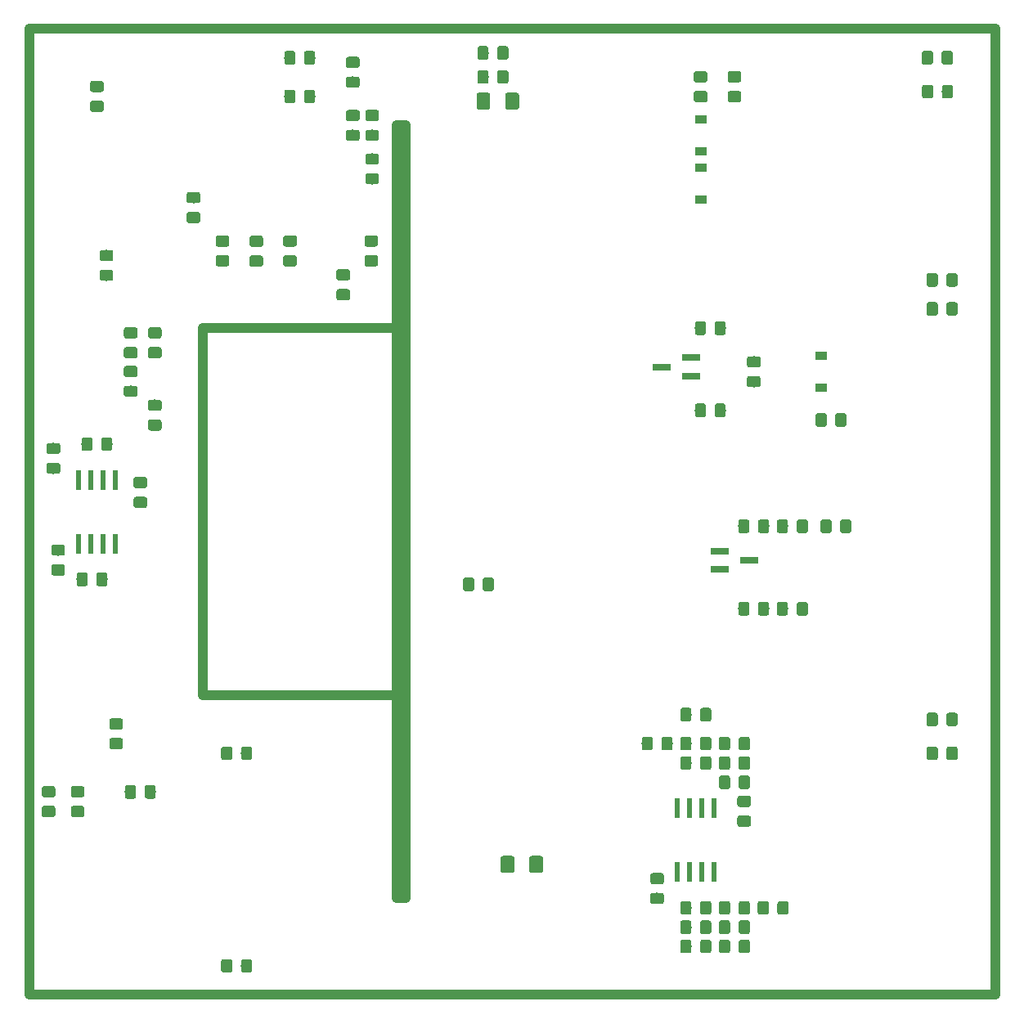
<source format=gbr>
%TF.GenerationSoftware,KiCad,Pcbnew,(5.0.0)*%
%TF.CreationDate,2019-02-05T18:13:41+01:00*%
%TF.ProjectId,Kicad-Midi2CV2,4B696361642D4D696469324356322E6B,Rev B*%
%TF.SameCoordinates,Original*%
%TF.FileFunction,Paste,Bot*%
%TF.FilePolarity,Positive*%
%FSLAX46Y46*%
G04 Gerber Fmt 4.6, Leading zero omitted, Abs format (unit mm)*
G04 Created by KiCad (PCBNEW (5.0.0)) date 02/05/19 18:13:41*
%MOMM*%
%LPD*%
G01*
G04 APERTURE LIST*
%ADD10C,1.000000*%
%ADD11R,1.900000X0.800000*%
%ADD12R,0.550000X2.000000*%
%ADD13C,0.150000*%
%ADD14C,1.150000*%
%ADD15R,1.200000X0.900000*%
%ADD16C,1.425000*%
G04 APERTURE END LIST*
D10*
X138000000Y-119000000D02*
X138000000Y-81000000D01*
X118000000Y-119000000D02*
X138000000Y-119000000D01*
X118000000Y-81000000D02*
X118000000Y-119000000D01*
X138000000Y-81000000D02*
X118000000Y-81000000D01*
X138000000Y-140000000D02*
X139000000Y-140000000D01*
X138000000Y-60000000D02*
X139000000Y-60000000D01*
X139000000Y-140000000D02*
X139000000Y-60000000D01*
X138000000Y-60000000D02*
X138000000Y-140000000D01*
X200000000Y-50000000D02*
X100000000Y-50000000D01*
X200000000Y-150000000D02*
X200000000Y-50000000D01*
X100000000Y-150000000D02*
X200000000Y-150000000D01*
X100000000Y-50000000D02*
X100000000Y-150000000D01*
D11*
X171500000Y-105950000D03*
X171500000Y-104050000D03*
X174500000Y-105000000D03*
D12*
X170905000Y-130700000D03*
X169635000Y-130700000D03*
X168365000Y-130700000D03*
X167095000Y-130700000D03*
X167095000Y-137300000D03*
X168365000Y-137300000D03*
X169635000Y-137300000D03*
X170905000Y-137300000D03*
X105095000Y-103300000D03*
X106365000Y-103300000D03*
X107635000Y-103300000D03*
X108905000Y-103300000D03*
X108905000Y-96700000D03*
X107635000Y-96700000D03*
X106365000Y-96700000D03*
X105095000Y-96700000D03*
D13*
G36*
X173474505Y-56451204D02*
X173498773Y-56454804D01*
X173522572Y-56460765D01*
X173545671Y-56469030D01*
X173567850Y-56479520D01*
X173588893Y-56492132D01*
X173608599Y-56506747D01*
X173626777Y-56523223D01*
X173643253Y-56541401D01*
X173657868Y-56561107D01*
X173670480Y-56582150D01*
X173680970Y-56604329D01*
X173689235Y-56627428D01*
X173695196Y-56651227D01*
X173698796Y-56675495D01*
X173700000Y-56699999D01*
X173700000Y-57350001D01*
X173698796Y-57374505D01*
X173695196Y-57398773D01*
X173689235Y-57422572D01*
X173680970Y-57445671D01*
X173670480Y-57467850D01*
X173657868Y-57488893D01*
X173643253Y-57508599D01*
X173626777Y-57526777D01*
X173608599Y-57543253D01*
X173588893Y-57557868D01*
X173567850Y-57570480D01*
X173545671Y-57580970D01*
X173522572Y-57589235D01*
X173498773Y-57595196D01*
X173474505Y-57598796D01*
X173450001Y-57600000D01*
X172549999Y-57600000D01*
X172525495Y-57598796D01*
X172501227Y-57595196D01*
X172477428Y-57589235D01*
X172454329Y-57580970D01*
X172432150Y-57570480D01*
X172411107Y-57557868D01*
X172391401Y-57543253D01*
X172373223Y-57526777D01*
X172356747Y-57508599D01*
X172342132Y-57488893D01*
X172329520Y-57467850D01*
X172319030Y-57445671D01*
X172310765Y-57422572D01*
X172304804Y-57398773D01*
X172301204Y-57374505D01*
X172300000Y-57350001D01*
X172300000Y-56699999D01*
X172301204Y-56675495D01*
X172304804Y-56651227D01*
X172310765Y-56627428D01*
X172319030Y-56604329D01*
X172329520Y-56582150D01*
X172342132Y-56561107D01*
X172356747Y-56541401D01*
X172373223Y-56523223D01*
X172391401Y-56506747D01*
X172411107Y-56492132D01*
X172432150Y-56479520D01*
X172454329Y-56469030D01*
X172477428Y-56460765D01*
X172501227Y-56454804D01*
X172525495Y-56451204D01*
X172549999Y-56450000D01*
X173450001Y-56450000D01*
X173474505Y-56451204D01*
X173474505Y-56451204D01*
G37*
D14*
X173000000Y-57025000D03*
D13*
G36*
X173474505Y-54401204D02*
X173498773Y-54404804D01*
X173522572Y-54410765D01*
X173545671Y-54419030D01*
X173567850Y-54429520D01*
X173588893Y-54442132D01*
X173608599Y-54456747D01*
X173626777Y-54473223D01*
X173643253Y-54491401D01*
X173657868Y-54511107D01*
X173670480Y-54532150D01*
X173680970Y-54554329D01*
X173689235Y-54577428D01*
X173695196Y-54601227D01*
X173698796Y-54625495D01*
X173700000Y-54649999D01*
X173700000Y-55300001D01*
X173698796Y-55324505D01*
X173695196Y-55348773D01*
X173689235Y-55372572D01*
X173680970Y-55395671D01*
X173670480Y-55417850D01*
X173657868Y-55438893D01*
X173643253Y-55458599D01*
X173626777Y-55476777D01*
X173608599Y-55493253D01*
X173588893Y-55507868D01*
X173567850Y-55520480D01*
X173545671Y-55530970D01*
X173522572Y-55539235D01*
X173498773Y-55545196D01*
X173474505Y-55548796D01*
X173450001Y-55550000D01*
X172549999Y-55550000D01*
X172525495Y-55548796D01*
X172501227Y-55545196D01*
X172477428Y-55539235D01*
X172454329Y-55530970D01*
X172432150Y-55520480D01*
X172411107Y-55507868D01*
X172391401Y-55493253D01*
X172373223Y-55476777D01*
X172356747Y-55458599D01*
X172342132Y-55438893D01*
X172329520Y-55417850D01*
X172319030Y-55395671D01*
X172310765Y-55372572D01*
X172304804Y-55348773D01*
X172301204Y-55324505D01*
X172300000Y-55300001D01*
X172300000Y-54649999D01*
X172301204Y-54625495D01*
X172304804Y-54601227D01*
X172310765Y-54577428D01*
X172319030Y-54554329D01*
X172329520Y-54532150D01*
X172342132Y-54511107D01*
X172356747Y-54491401D01*
X172373223Y-54473223D01*
X172391401Y-54456747D01*
X172411107Y-54442132D01*
X172432150Y-54429520D01*
X172454329Y-54419030D01*
X172477428Y-54410765D01*
X172501227Y-54404804D01*
X172525495Y-54401204D01*
X172549999Y-54400000D01*
X173450001Y-54400000D01*
X173474505Y-54401204D01*
X173474505Y-54401204D01*
G37*
D14*
X173000000Y-54975000D03*
D13*
G36*
X110974505Y-82951204D02*
X110998773Y-82954804D01*
X111022572Y-82960765D01*
X111045671Y-82969030D01*
X111067850Y-82979520D01*
X111088893Y-82992132D01*
X111108599Y-83006747D01*
X111126777Y-83023223D01*
X111143253Y-83041401D01*
X111157868Y-83061107D01*
X111170480Y-83082150D01*
X111180970Y-83104329D01*
X111189235Y-83127428D01*
X111195196Y-83151227D01*
X111198796Y-83175495D01*
X111200000Y-83199999D01*
X111200000Y-83850001D01*
X111198796Y-83874505D01*
X111195196Y-83898773D01*
X111189235Y-83922572D01*
X111180970Y-83945671D01*
X111170480Y-83967850D01*
X111157868Y-83988893D01*
X111143253Y-84008599D01*
X111126777Y-84026777D01*
X111108599Y-84043253D01*
X111088893Y-84057868D01*
X111067850Y-84070480D01*
X111045671Y-84080970D01*
X111022572Y-84089235D01*
X110998773Y-84095196D01*
X110974505Y-84098796D01*
X110950001Y-84100000D01*
X110049999Y-84100000D01*
X110025495Y-84098796D01*
X110001227Y-84095196D01*
X109977428Y-84089235D01*
X109954329Y-84080970D01*
X109932150Y-84070480D01*
X109911107Y-84057868D01*
X109891401Y-84043253D01*
X109873223Y-84026777D01*
X109856747Y-84008599D01*
X109842132Y-83988893D01*
X109829520Y-83967850D01*
X109819030Y-83945671D01*
X109810765Y-83922572D01*
X109804804Y-83898773D01*
X109801204Y-83874505D01*
X109800000Y-83850001D01*
X109800000Y-83199999D01*
X109801204Y-83175495D01*
X109804804Y-83151227D01*
X109810765Y-83127428D01*
X109819030Y-83104329D01*
X109829520Y-83082150D01*
X109842132Y-83061107D01*
X109856747Y-83041401D01*
X109873223Y-83023223D01*
X109891401Y-83006747D01*
X109911107Y-82992132D01*
X109932150Y-82979520D01*
X109954329Y-82969030D01*
X109977428Y-82960765D01*
X110001227Y-82954804D01*
X110025495Y-82951204D01*
X110049999Y-82950000D01*
X110950001Y-82950000D01*
X110974505Y-82951204D01*
X110974505Y-82951204D01*
G37*
D14*
X110500000Y-83525000D03*
D13*
G36*
X110974505Y-80901204D02*
X110998773Y-80904804D01*
X111022572Y-80910765D01*
X111045671Y-80919030D01*
X111067850Y-80929520D01*
X111088893Y-80942132D01*
X111108599Y-80956747D01*
X111126777Y-80973223D01*
X111143253Y-80991401D01*
X111157868Y-81011107D01*
X111170480Y-81032150D01*
X111180970Y-81054329D01*
X111189235Y-81077428D01*
X111195196Y-81101227D01*
X111198796Y-81125495D01*
X111200000Y-81149999D01*
X111200000Y-81800001D01*
X111198796Y-81824505D01*
X111195196Y-81848773D01*
X111189235Y-81872572D01*
X111180970Y-81895671D01*
X111170480Y-81917850D01*
X111157868Y-81938893D01*
X111143253Y-81958599D01*
X111126777Y-81976777D01*
X111108599Y-81993253D01*
X111088893Y-82007868D01*
X111067850Y-82020480D01*
X111045671Y-82030970D01*
X111022572Y-82039235D01*
X110998773Y-82045196D01*
X110974505Y-82048796D01*
X110950001Y-82050000D01*
X110049999Y-82050000D01*
X110025495Y-82048796D01*
X110001227Y-82045196D01*
X109977428Y-82039235D01*
X109954329Y-82030970D01*
X109932150Y-82020480D01*
X109911107Y-82007868D01*
X109891401Y-81993253D01*
X109873223Y-81976777D01*
X109856747Y-81958599D01*
X109842132Y-81938893D01*
X109829520Y-81917850D01*
X109819030Y-81895671D01*
X109810765Y-81872572D01*
X109804804Y-81848773D01*
X109801204Y-81824505D01*
X109800000Y-81800001D01*
X109800000Y-81149999D01*
X109801204Y-81125495D01*
X109804804Y-81101227D01*
X109810765Y-81077428D01*
X109819030Y-81054329D01*
X109829520Y-81032150D01*
X109842132Y-81011107D01*
X109856747Y-80991401D01*
X109873223Y-80973223D01*
X109891401Y-80956747D01*
X109911107Y-80942132D01*
X109932150Y-80929520D01*
X109954329Y-80919030D01*
X109977428Y-80910765D01*
X110001227Y-80904804D01*
X110025495Y-80901204D01*
X110049999Y-80900000D01*
X110950001Y-80900000D01*
X110974505Y-80901204D01*
X110974505Y-80901204D01*
G37*
D14*
X110500000Y-81475000D03*
D13*
G36*
X103474505Y-103401204D02*
X103498773Y-103404804D01*
X103522572Y-103410765D01*
X103545671Y-103419030D01*
X103567850Y-103429520D01*
X103588893Y-103442132D01*
X103608599Y-103456747D01*
X103626777Y-103473223D01*
X103643253Y-103491401D01*
X103657868Y-103511107D01*
X103670480Y-103532150D01*
X103680970Y-103554329D01*
X103689235Y-103577428D01*
X103695196Y-103601227D01*
X103698796Y-103625495D01*
X103700000Y-103649999D01*
X103700000Y-104300001D01*
X103698796Y-104324505D01*
X103695196Y-104348773D01*
X103689235Y-104372572D01*
X103680970Y-104395671D01*
X103670480Y-104417850D01*
X103657868Y-104438893D01*
X103643253Y-104458599D01*
X103626777Y-104476777D01*
X103608599Y-104493253D01*
X103588893Y-104507868D01*
X103567850Y-104520480D01*
X103545671Y-104530970D01*
X103522572Y-104539235D01*
X103498773Y-104545196D01*
X103474505Y-104548796D01*
X103450001Y-104550000D01*
X102549999Y-104550000D01*
X102525495Y-104548796D01*
X102501227Y-104545196D01*
X102477428Y-104539235D01*
X102454329Y-104530970D01*
X102432150Y-104520480D01*
X102411107Y-104507868D01*
X102391401Y-104493253D01*
X102373223Y-104476777D01*
X102356747Y-104458599D01*
X102342132Y-104438893D01*
X102329520Y-104417850D01*
X102319030Y-104395671D01*
X102310765Y-104372572D01*
X102304804Y-104348773D01*
X102301204Y-104324505D01*
X102300000Y-104300001D01*
X102300000Y-103649999D01*
X102301204Y-103625495D01*
X102304804Y-103601227D01*
X102310765Y-103577428D01*
X102319030Y-103554329D01*
X102329520Y-103532150D01*
X102342132Y-103511107D01*
X102356747Y-103491401D01*
X102373223Y-103473223D01*
X102391401Y-103456747D01*
X102411107Y-103442132D01*
X102432150Y-103429520D01*
X102454329Y-103419030D01*
X102477428Y-103410765D01*
X102501227Y-103404804D01*
X102525495Y-103401204D01*
X102549999Y-103400000D01*
X103450001Y-103400000D01*
X103474505Y-103401204D01*
X103474505Y-103401204D01*
G37*
D14*
X103000000Y-103975000D03*
D13*
G36*
X103474505Y-105451204D02*
X103498773Y-105454804D01*
X103522572Y-105460765D01*
X103545671Y-105469030D01*
X103567850Y-105479520D01*
X103588893Y-105492132D01*
X103608599Y-105506747D01*
X103626777Y-105523223D01*
X103643253Y-105541401D01*
X103657868Y-105561107D01*
X103670480Y-105582150D01*
X103680970Y-105604329D01*
X103689235Y-105627428D01*
X103695196Y-105651227D01*
X103698796Y-105675495D01*
X103700000Y-105699999D01*
X103700000Y-106350001D01*
X103698796Y-106374505D01*
X103695196Y-106398773D01*
X103689235Y-106422572D01*
X103680970Y-106445671D01*
X103670480Y-106467850D01*
X103657868Y-106488893D01*
X103643253Y-106508599D01*
X103626777Y-106526777D01*
X103608599Y-106543253D01*
X103588893Y-106557868D01*
X103567850Y-106570480D01*
X103545671Y-106580970D01*
X103522572Y-106589235D01*
X103498773Y-106595196D01*
X103474505Y-106598796D01*
X103450001Y-106600000D01*
X102549999Y-106600000D01*
X102525495Y-106598796D01*
X102501227Y-106595196D01*
X102477428Y-106589235D01*
X102454329Y-106580970D01*
X102432150Y-106570480D01*
X102411107Y-106557868D01*
X102391401Y-106543253D01*
X102373223Y-106526777D01*
X102356747Y-106508599D01*
X102342132Y-106488893D01*
X102329520Y-106467850D01*
X102319030Y-106445671D01*
X102310765Y-106422572D01*
X102304804Y-106398773D01*
X102301204Y-106374505D01*
X102300000Y-106350001D01*
X102300000Y-105699999D01*
X102301204Y-105675495D01*
X102304804Y-105651227D01*
X102310765Y-105627428D01*
X102319030Y-105604329D01*
X102329520Y-105582150D01*
X102342132Y-105561107D01*
X102356747Y-105541401D01*
X102373223Y-105523223D01*
X102391401Y-105506747D01*
X102411107Y-105492132D01*
X102432150Y-105479520D01*
X102454329Y-105469030D01*
X102477428Y-105460765D01*
X102501227Y-105454804D01*
X102525495Y-105451204D01*
X102549999Y-105450000D01*
X103450001Y-105450000D01*
X103474505Y-105451204D01*
X103474505Y-105451204D01*
G37*
D14*
X103000000Y-106025000D03*
D13*
G36*
X165474505Y-139451204D02*
X165498773Y-139454804D01*
X165522572Y-139460765D01*
X165545671Y-139469030D01*
X165567850Y-139479520D01*
X165588893Y-139492132D01*
X165608599Y-139506747D01*
X165626777Y-139523223D01*
X165643253Y-139541401D01*
X165657868Y-139561107D01*
X165670480Y-139582150D01*
X165680970Y-139604329D01*
X165689235Y-139627428D01*
X165695196Y-139651227D01*
X165698796Y-139675495D01*
X165700000Y-139699999D01*
X165700000Y-140350001D01*
X165698796Y-140374505D01*
X165695196Y-140398773D01*
X165689235Y-140422572D01*
X165680970Y-140445671D01*
X165670480Y-140467850D01*
X165657868Y-140488893D01*
X165643253Y-140508599D01*
X165626777Y-140526777D01*
X165608599Y-140543253D01*
X165588893Y-140557868D01*
X165567850Y-140570480D01*
X165545671Y-140580970D01*
X165522572Y-140589235D01*
X165498773Y-140595196D01*
X165474505Y-140598796D01*
X165450001Y-140600000D01*
X164549999Y-140600000D01*
X164525495Y-140598796D01*
X164501227Y-140595196D01*
X164477428Y-140589235D01*
X164454329Y-140580970D01*
X164432150Y-140570480D01*
X164411107Y-140557868D01*
X164391401Y-140543253D01*
X164373223Y-140526777D01*
X164356747Y-140508599D01*
X164342132Y-140488893D01*
X164329520Y-140467850D01*
X164319030Y-140445671D01*
X164310765Y-140422572D01*
X164304804Y-140398773D01*
X164301204Y-140374505D01*
X164300000Y-140350001D01*
X164300000Y-139699999D01*
X164301204Y-139675495D01*
X164304804Y-139651227D01*
X164310765Y-139627428D01*
X164319030Y-139604329D01*
X164329520Y-139582150D01*
X164342132Y-139561107D01*
X164356747Y-139541401D01*
X164373223Y-139523223D01*
X164391401Y-139506747D01*
X164411107Y-139492132D01*
X164432150Y-139479520D01*
X164454329Y-139469030D01*
X164477428Y-139460765D01*
X164501227Y-139454804D01*
X164525495Y-139451204D01*
X164549999Y-139450000D01*
X165450001Y-139450000D01*
X165474505Y-139451204D01*
X165474505Y-139451204D01*
G37*
D14*
X165000000Y-140025000D03*
D13*
G36*
X165474505Y-137401204D02*
X165498773Y-137404804D01*
X165522572Y-137410765D01*
X165545671Y-137419030D01*
X165567850Y-137429520D01*
X165588893Y-137442132D01*
X165608599Y-137456747D01*
X165626777Y-137473223D01*
X165643253Y-137491401D01*
X165657868Y-137511107D01*
X165670480Y-137532150D01*
X165680970Y-137554329D01*
X165689235Y-137577428D01*
X165695196Y-137601227D01*
X165698796Y-137625495D01*
X165700000Y-137649999D01*
X165700000Y-138300001D01*
X165698796Y-138324505D01*
X165695196Y-138348773D01*
X165689235Y-138372572D01*
X165680970Y-138395671D01*
X165670480Y-138417850D01*
X165657868Y-138438893D01*
X165643253Y-138458599D01*
X165626777Y-138476777D01*
X165608599Y-138493253D01*
X165588893Y-138507868D01*
X165567850Y-138520480D01*
X165545671Y-138530970D01*
X165522572Y-138539235D01*
X165498773Y-138545196D01*
X165474505Y-138548796D01*
X165450001Y-138550000D01*
X164549999Y-138550000D01*
X164525495Y-138548796D01*
X164501227Y-138545196D01*
X164477428Y-138539235D01*
X164454329Y-138530970D01*
X164432150Y-138520480D01*
X164411107Y-138507868D01*
X164391401Y-138493253D01*
X164373223Y-138476777D01*
X164356747Y-138458599D01*
X164342132Y-138438893D01*
X164329520Y-138417850D01*
X164319030Y-138395671D01*
X164310765Y-138372572D01*
X164304804Y-138348773D01*
X164301204Y-138324505D01*
X164300000Y-138300001D01*
X164300000Y-137649999D01*
X164301204Y-137625495D01*
X164304804Y-137601227D01*
X164310765Y-137577428D01*
X164319030Y-137554329D01*
X164329520Y-137532150D01*
X164342132Y-137511107D01*
X164356747Y-137491401D01*
X164373223Y-137473223D01*
X164391401Y-137456747D01*
X164411107Y-137442132D01*
X164432150Y-137429520D01*
X164454329Y-137419030D01*
X164477428Y-137410765D01*
X164501227Y-137404804D01*
X164525495Y-137401204D01*
X164549999Y-137400000D01*
X165450001Y-137400000D01*
X165474505Y-137401204D01*
X165474505Y-137401204D01*
G37*
D14*
X165000000Y-137975000D03*
D11*
X165500000Y-85000000D03*
X168500000Y-85950000D03*
X168500000Y-84050000D03*
D13*
G36*
X102974505Y-92876204D02*
X102998773Y-92879804D01*
X103022572Y-92885765D01*
X103045671Y-92894030D01*
X103067850Y-92904520D01*
X103088893Y-92917132D01*
X103108599Y-92931747D01*
X103126777Y-92948223D01*
X103143253Y-92966401D01*
X103157868Y-92986107D01*
X103170480Y-93007150D01*
X103180970Y-93029329D01*
X103189235Y-93052428D01*
X103195196Y-93076227D01*
X103198796Y-93100495D01*
X103200000Y-93124999D01*
X103200000Y-93775001D01*
X103198796Y-93799505D01*
X103195196Y-93823773D01*
X103189235Y-93847572D01*
X103180970Y-93870671D01*
X103170480Y-93892850D01*
X103157868Y-93913893D01*
X103143253Y-93933599D01*
X103126777Y-93951777D01*
X103108599Y-93968253D01*
X103088893Y-93982868D01*
X103067850Y-93995480D01*
X103045671Y-94005970D01*
X103022572Y-94014235D01*
X102998773Y-94020196D01*
X102974505Y-94023796D01*
X102950001Y-94025000D01*
X102049999Y-94025000D01*
X102025495Y-94023796D01*
X102001227Y-94020196D01*
X101977428Y-94014235D01*
X101954329Y-94005970D01*
X101932150Y-93995480D01*
X101911107Y-93982868D01*
X101891401Y-93968253D01*
X101873223Y-93951777D01*
X101856747Y-93933599D01*
X101842132Y-93913893D01*
X101829520Y-93892850D01*
X101819030Y-93870671D01*
X101810765Y-93847572D01*
X101804804Y-93823773D01*
X101801204Y-93799505D01*
X101800000Y-93775001D01*
X101800000Y-93124999D01*
X101801204Y-93100495D01*
X101804804Y-93076227D01*
X101810765Y-93052428D01*
X101819030Y-93029329D01*
X101829520Y-93007150D01*
X101842132Y-92986107D01*
X101856747Y-92966401D01*
X101873223Y-92948223D01*
X101891401Y-92931747D01*
X101911107Y-92917132D01*
X101932150Y-92904520D01*
X101954329Y-92894030D01*
X101977428Y-92885765D01*
X102001227Y-92879804D01*
X102025495Y-92876204D01*
X102049999Y-92875000D01*
X102950001Y-92875000D01*
X102974505Y-92876204D01*
X102974505Y-92876204D01*
G37*
D14*
X102500000Y-93450000D03*
D13*
G36*
X102974505Y-94926204D02*
X102998773Y-94929804D01*
X103022572Y-94935765D01*
X103045671Y-94944030D01*
X103067850Y-94954520D01*
X103088893Y-94967132D01*
X103108599Y-94981747D01*
X103126777Y-94998223D01*
X103143253Y-95016401D01*
X103157868Y-95036107D01*
X103170480Y-95057150D01*
X103180970Y-95079329D01*
X103189235Y-95102428D01*
X103195196Y-95126227D01*
X103198796Y-95150495D01*
X103200000Y-95174999D01*
X103200000Y-95825001D01*
X103198796Y-95849505D01*
X103195196Y-95873773D01*
X103189235Y-95897572D01*
X103180970Y-95920671D01*
X103170480Y-95942850D01*
X103157868Y-95963893D01*
X103143253Y-95983599D01*
X103126777Y-96001777D01*
X103108599Y-96018253D01*
X103088893Y-96032868D01*
X103067850Y-96045480D01*
X103045671Y-96055970D01*
X103022572Y-96064235D01*
X102998773Y-96070196D01*
X102974505Y-96073796D01*
X102950001Y-96075000D01*
X102049999Y-96075000D01*
X102025495Y-96073796D01*
X102001227Y-96070196D01*
X101977428Y-96064235D01*
X101954329Y-96055970D01*
X101932150Y-96045480D01*
X101911107Y-96032868D01*
X101891401Y-96018253D01*
X101873223Y-96001777D01*
X101856747Y-95983599D01*
X101842132Y-95963893D01*
X101829520Y-95942850D01*
X101819030Y-95920671D01*
X101810765Y-95897572D01*
X101804804Y-95873773D01*
X101801204Y-95849505D01*
X101800000Y-95825001D01*
X101800000Y-95174999D01*
X101801204Y-95150495D01*
X101804804Y-95126227D01*
X101810765Y-95102428D01*
X101819030Y-95079329D01*
X101829520Y-95057150D01*
X101842132Y-95036107D01*
X101856747Y-95016401D01*
X101873223Y-94998223D01*
X101891401Y-94981747D01*
X101911107Y-94967132D01*
X101932150Y-94954520D01*
X101954329Y-94944030D01*
X101977428Y-94935765D01*
X102001227Y-94929804D01*
X102025495Y-94926204D01*
X102049999Y-94925000D01*
X102950001Y-94925000D01*
X102974505Y-94926204D01*
X102974505Y-94926204D01*
G37*
D14*
X102500000Y-95500000D03*
D13*
G36*
X102474505Y-128401204D02*
X102498773Y-128404804D01*
X102522572Y-128410765D01*
X102545671Y-128419030D01*
X102567850Y-128429520D01*
X102588893Y-128442132D01*
X102608599Y-128456747D01*
X102626777Y-128473223D01*
X102643253Y-128491401D01*
X102657868Y-128511107D01*
X102670480Y-128532150D01*
X102680970Y-128554329D01*
X102689235Y-128577428D01*
X102695196Y-128601227D01*
X102698796Y-128625495D01*
X102700000Y-128649999D01*
X102700000Y-129300001D01*
X102698796Y-129324505D01*
X102695196Y-129348773D01*
X102689235Y-129372572D01*
X102680970Y-129395671D01*
X102670480Y-129417850D01*
X102657868Y-129438893D01*
X102643253Y-129458599D01*
X102626777Y-129476777D01*
X102608599Y-129493253D01*
X102588893Y-129507868D01*
X102567850Y-129520480D01*
X102545671Y-129530970D01*
X102522572Y-129539235D01*
X102498773Y-129545196D01*
X102474505Y-129548796D01*
X102450001Y-129550000D01*
X101549999Y-129550000D01*
X101525495Y-129548796D01*
X101501227Y-129545196D01*
X101477428Y-129539235D01*
X101454329Y-129530970D01*
X101432150Y-129520480D01*
X101411107Y-129507868D01*
X101391401Y-129493253D01*
X101373223Y-129476777D01*
X101356747Y-129458599D01*
X101342132Y-129438893D01*
X101329520Y-129417850D01*
X101319030Y-129395671D01*
X101310765Y-129372572D01*
X101304804Y-129348773D01*
X101301204Y-129324505D01*
X101300000Y-129300001D01*
X101300000Y-128649999D01*
X101301204Y-128625495D01*
X101304804Y-128601227D01*
X101310765Y-128577428D01*
X101319030Y-128554329D01*
X101329520Y-128532150D01*
X101342132Y-128511107D01*
X101356747Y-128491401D01*
X101373223Y-128473223D01*
X101391401Y-128456747D01*
X101411107Y-128442132D01*
X101432150Y-128429520D01*
X101454329Y-128419030D01*
X101477428Y-128410765D01*
X101501227Y-128404804D01*
X101525495Y-128401204D01*
X101549999Y-128400000D01*
X102450001Y-128400000D01*
X102474505Y-128401204D01*
X102474505Y-128401204D01*
G37*
D14*
X102000000Y-128975000D03*
D13*
G36*
X102474505Y-130451204D02*
X102498773Y-130454804D01*
X102522572Y-130460765D01*
X102545671Y-130469030D01*
X102567850Y-130479520D01*
X102588893Y-130492132D01*
X102608599Y-130506747D01*
X102626777Y-130523223D01*
X102643253Y-130541401D01*
X102657868Y-130561107D01*
X102670480Y-130582150D01*
X102680970Y-130604329D01*
X102689235Y-130627428D01*
X102695196Y-130651227D01*
X102698796Y-130675495D01*
X102700000Y-130699999D01*
X102700000Y-131350001D01*
X102698796Y-131374505D01*
X102695196Y-131398773D01*
X102689235Y-131422572D01*
X102680970Y-131445671D01*
X102670480Y-131467850D01*
X102657868Y-131488893D01*
X102643253Y-131508599D01*
X102626777Y-131526777D01*
X102608599Y-131543253D01*
X102588893Y-131557868D01*
X102567850Y-131570480D01*
X102545671Y-131580970D01*
X102522572Y-131589235D01*
X102498773Y-131595196D01*
X102474505Y-131598796D01*
X102450001Y-131600000D01*
X101549999Y-131600000D01*
X101525495Y-131598796D01*
X101501227Y-131595196D01*
X101477428Y-131589235D01*
X101454329Y-131580970D01*
X101432150Y-131570480D01*
X101411107Y-131557868D01*
X101391401Y-131543253D01*
X101373223Y-131526777D01*
X101356747Y-131508599D01*
X101342132Y-131488893D01*
X101329520Y-131467850D01*
X101319030Y-131445671D01*
X101310765Y-131422572D01*
X101304804Y-131398773D01*
X101301204Y-131374505D01*
X101300000Y-131350001D01*
X101300000Y-130699999D01*
X101301204Y-130675495D01*
X101304804Y-130651227D01*
X101310765Y-130627428D01*
X101319030Y-130604329D01*
X101329520Y-130582150D01*
X101342132Y-130561107D01*
X101356747Y-130541401D01*
X101373223Y-130523223D01*
X101391401Y-130506747D01*
X101411107Y-130492132D01*
X101432150Y-130479520D01*
X101454329Y-130469030D01*
X101477428Y-130460765D01*
X101501227Y-130454804D01*
X101525495Y-130451204D01*
X101549999Y-130450000D01*
X102450001Y-130450000D01*
X102474505Y-130451204D01*
X102474505Y-130451204D01*
G37*
D14*
X102000000Y-131025000D03*
D13*
G36*
X169974505Y-54401204D02*
X169998773Y-54404804D01*
X170022572Y-54410765D01*
X170045671Y-54419030D01*
X170067850Y-54429520D01*
X170088893Y-54442132D01*
X170108599Y-54456747D01*
X170126777Y-54473223D01*
X170143253Y-54491401D01*
X170157868Y-54511107D01*
X170170480Y-54532150D01*
X170180970Y-54554329D01*
X170189235Y-54577428D01*
X170195196Y-54601227D01*
X170198796Y-54625495D01*
X170200000Y-54649999D01*
X170200000Y-55300001D01*
X170198796Y-55324505D01*
X170195196Y-55348773D01*
X170189235Y-55372572D01*
X170180970Y-55395671D01*
X170170480Y-55417850D01*
X170157868Y-55438893D01*
X170143253Y-55458599D01*
X170126777Y-55476777D01*
X170108599Y-55493253D01*
X170088893Y-55507868D01*
X170067850Y-55520480D01*
X170045671Y-55530970D01*
X170022572Y-55539235D01*
X169998773Y-55545196D01*
X169974505Y-55548796D01*
X169950001Y-55550000D01*
X169049999Y-55550000D01*
X169025495Y-55548796D01*
X169001227Y-55545196D01*
X168977428Y-55539235D01*
X168954329Y-55530970D01*
X168932150Y-55520480D01*
X168911107Y-55507868D01*
X168891401Y-55493253D01*
X168873223Y-55476777D01*
X168856747Y-55458599D01*
X168842132Y-55438893D01*
X168829520Y-55417850D01*
X168819030Y-55395671D01*
X168810765Y-55372572D01*
X168804804Y-55348773D01*
X168801204Y-55324505D01*
X168800000Y-55300001D01*
X168800000Y-54649999D01*
X168801204Y-54625495D01*
X168804804Y-54601227D01*
X168810765Y-54577428D01*
X168819030Y-54554329D01*
X168829520Y-54532150D01*
X168842132Y-54511107D01*
X168856747Y-54491401D01*
X168873223Y-54473223D01*
X168891401Y-54456747D01*
X168911107Y-54442132D01*
X168932150Y-54429520D01*
X168954329Y-54419030D01*
X168977428Y-54410765D01*
X169001227Y-54404804D01*
X169025495Y-54401204D01*
X169049999Y-54400000D01*
X169950001Y-54400000D01*
X169974505Y-54401204D01*
X169974505Y-54401204D01*
G37*
D14*
X169500000Y-54975000D03*
D13*
G36*
X169974505Y-56451204D02*
X169998773Y-56454804D01*
X170022572Y-56460765D01*
X170045671Y-56469030D01*
X170067850Y-56479520D01*
X170088893Y-56492132D01*
X170108599Y-56506747D01*
X170126777Y-56523223D01*
X170143253Y-56541401D01*
X170157868Y-56561107D01*
X170170480Y-56582150D01*
X170180970Y-56604329D01*
X170189235Y-56627428D01*
X170195196Y-56651227D01*
X170198796Y-56675495D01*
X170200000Y-56699999D01*
X170200000Y-57350001D01*
X170198796Y-57374505D01*
X170195196Y-57398773D01*
X170189235Y-57422572D01*
X170180970Y-57445671D01*
X170170480Y-57467850D01*
X170157868Y-57488893D01*
X170143253Y-57508599D01*
X170126777Y-57526777D01*
X170108599Y-57543253D01*
X170088893Y-57557868D01*
X170067850Y-57570480D01*
X170045671Y-57580970D01*
X170022572Y-57589235D01*
X169998773Y-57595196D01*
X169974505Y-57598796D01*
X169950001Y-57600000D01*
X169049999Y-57600000D01*
X169025495Y-57598796D01*
X169001227Y-57595196D01*
X168977428Y-57589235D01*
X168954329Y-57580970D01*
X168932150Y-57570480D01*
X168911107Y-57557868D01*
X168891401Y-57543253D01*
X168873223Y-57526777D01*
X168856747Y-57508599D01*
X168842132Y-57488893D01*
X168829520Y-57467850D01*
X168819030Y-57445671D01*
X168810765Y-57422572D01*
X168804804Y-57398773D01*
X168801204Y-57374505D01*
X168800000Y-57350001D01*
X168800000Y-56699999D01*
X168801204Y-56675495D01*
X168804804Y-56651227D01*
X168810765Y-56627428D01*
X168819030Y-56604329D01*
X168829520Y-56582150D01*
X168842132Y-56561107D01*
X168856747Y-56541401D01*
X168873223Y-56523223D01*
X168891401Y-56506747D01*
X168911107Y-56492132D01*
X168932150Y-56479520D01*
X168954329Y-56469030D01*
X168977428Y-56460765D01*
X169001227Y-56454804D01*
X169025495Y-56451204D01*
X169049999Y-56450000D01*
X169950001Y-56450000D01*
X169974505Y-56451204D01*
X169974505Y-56451204D01*
G37*
D14*
X169500000Y-57025000D03*
D13*
G36*
X184874505Y-100801204D02*
X184898773Y-100804804D01*
X184922572Y-100810765D01*
X184945671Y-100819030D01*
X184967850Y-100829520D01*
X184988893Y-100842132D01*
X185008599Y-100856747D01*
X185026777Y-100873223D01*
X185043253Y-100891401D01*
X185057868Y-100911107D01*
X185070480Y-100932150D01*
X185080970Y-100954329D01*
X185089235Y-100977428D01*
X185095196Y-101001227D01*
X185098796Y-101025495D01*
X185100000Y-101049999D01*
X185100000Y-101950001D01*
X185098796Y-101974505D01*
X185095196Y-101998773D01*
X185089235Y-102022572D01*
X185080970Y-102045671D01*
X185070480Y-102067850D01*
X185057868Y-102088893D01*
X185043253Y-102108599D01*
X185026777Y-102126777D01*
X185008599Y-102143253D01*
X184988893Y-102157868D01*
X184967850Y-102170480D01*
X184945671Y-102180970D01*
X184922572Y-102189235D01*
X184898773Y-102195196D01*
X184874505Y-102198796D01*
X184850001Y-102200000D01*
X184199999Y-102200000D01*
X184175495Y-102198796D01*
X184151227Y-102195196D01*
X184127428Y-102189235D01*
X184104329Y-102180970D01*
X184082150Y-102170480D01*
X184061107Y-102157868D01*
X184041401Y-102143253D01*
X184023223Y-102126777D01*
X184006747Y-102108599D01*
X183992132Y-102088893D01*
X183979520Y-102067850D01*
X183969030Y-102045671D01*
X183960765Y-102022572D01*
X183954804Y-101998773D01*
X183951204Y-101974505D01*
X183950000Y-101950001D01*
X183950000Y-101049999D01*
X183951204Y-101025495D01*
X183954804Y-101001227D01*
X183960765Y-100977428D01*
X183969030Y-100954329D01*
X183979520Y-100932150D01*
X183992132Y-100911107D01*
X184006747Y-100891401D01*
X184023223Y-100873223D01*
X184041401Y-100856747D01*
X184061107Y-100842132D01*
X184082150Y-100829520D01*
X184104329Y-100819030D01*
X184127428Y-100810765D01*
X184151227Y-100804804D01*
X184175495Y-100801204D01*
X184199999Y-100800000D01*
X184850001Y-100800000D01*
X184874505Y-100801204D01*
X184874505Y-100801204D01*
G37*
D14*
X184525000Y-101500000D03*
D13*
G36*
X182824505Y-100801204D02*
X182848773Y-100804804D01*
X182872572Y-100810765D01*
X182895671Y-100819030D01*
X182917850Y-100829520D01*
X182938893Y-100842132D01*
X182958599Y-100856747D01*
X182976777Y-100873223D01*
X182993253Y-100891401D01*
X183007868Y-100911107D01*
X183020480Y-100932150D01*
X183030970Y-100954329D01*
X183039235Y-100977428D01*
X183045196Y-101001227D01*
X183048796Y-101025495D01*
X183050000Y-101049999D01*
X183050000Y-101950001D01*
X183048796Y-101974505D01*
X183045196Y-101998773D01*
X183039235Y-102022572D01*
X183030970Y-102045671D01*
X183020480Y-102067850D01*
X183007868Y-102088893D01*
X182993253Y-102108599D01*
X182976777Y-102126777D01*
X182958599Y-102143253D01*
X182938893Y-102157868D01*
X182917850Y-102170480D01*
X182895671Y-102180970D01*
X182872572Y-102189235D01*
X182848773Y-102195196D01*
X182824505Y-102198796D01*
X182800001Y-102200000D01*
X182149999Y-102200000D01*
X182125495Y-102198796D01*
X182101227Y-102195196D01*
X182077428Y-102189235D01*
X182054329Y-102180970D01*
X182032150Y-102170480D01*
X182011107Y-102157868D01*
X181991401Y-102143253D01*
X181973223Y-102126777D01*
X181956747Y-102108599D01*
X181942132Y-102088893D01*
X181929520Y-102067850D01*
X181919030Y-102045671D01*
X181910765Y-102022572D01*
X181904804Y-101998773D01*
X181901204Y-101974505D01*
X181900000Y-101950001D01*
X181900000Y-101049999D01*
X181901204Y-101025495D01*
X181904804Y-101001227D01*
X181910765Y-100977428D01*
X181919030Y-100954329D01*
X181929520Y-100932150D01*
X181942132Y-100911107D01*
X181956747Y-100891401D01*
X181973223Y-100873223D01*
X181991401Y-100856747D01*
X182011107Y-100842132D01*
X182032150Y-100829520D01*
X182054329Y-100819030D01*
X182077428Y-100810765D01*
X182101227Y-100804804D01*
X182125495Y-100801204D01*
X182149999Y-100800000D01*
X182800001Y-100800000D01*
X182824505Y-100801204D01*
X182824505Y-100801204D01*
G37*
D14*
X182475000Y-101500000D03*
D13*
G36*
X107874505Y-106301204D02*
X107898773Y-106304804D01*
X107922572Y-106310765D01*
X107945671Y-106319030D01*
X107967850Y-106329520D01*
X107988893Y-106342132D01*
X108008599Y-106356747D01*
X108026777Y-106373223D01*
X108043253Y-106391401D01*
X108057868Y-106411107D01*
X108070480Y-106432150D01*
X108080970Y-106454329D01*
X108089235Y-106477428D01*
X108095196Y-106501227D01*
X108098796Y-106525495D01*
X108100000Y-106549999D01*
X108100000Y-107450001D01*
X108098796Y-107474505D01*
X108095196Y-107498773D01*
X108089235Y-107522572D01*
X108080970Y-107545671D01*
X108070480Y-107567850D01*
X108057868Y-107588893D01*
X108043253Y-107608599D01*
X108026777Y-107626777D01*
X108008599Y-107643253D01*
X107988893Y-107657868D01*
X107967850Y-107670480D01*
X107945671Y-107680970D01*
X107922572Y-107689235D01*
X107898773Y-107695196D01*
X107874505Y-107698796D01*
X107850001Y-107700000D01*
X107199999Y-107700000D01*
X107175495Y-107698796D01*
X107151227Y-107695196D01*
X107127428Y-107689235D01*
X107104329Y-107680970D01*
X107082150Y-107670480D01*
X107061107Y-107657868D01*
X107041401Y-107643253D01*
X107023223Y-107626777D01*
X107006747Y-107608599D01*
X106992132Y-107588893D01*
X106979520Y-107567850D01*
X106969030Y-107545671D01*
X106960765Y-107522572D01*
X106954804Y-107498773D01*
X106951204Y-107474505D01*
X106950000Y-107450001D01*
X106950000Y-106549999D01*
X106951204Y-106525495D01*
X106954804Y-106501227D01*
X106960765Y-106477428D01*
X106969030Y-106454329D01*
X106979520Y-106432150D01*
X106992132Y-106411107D01*
X107006747Y-106391401D01*
X107023223Y-106373223D01*
X107041401Y-106356747D01*
X107061107Y-106342132D01*
X107082150Y-106329520D01*
X107104329Y-106319030D01*
X107127428Y-106310765D01*
X107151227Y-106304804D01*
X107175495Y-106301204D01*
X107199999Y-106300000D01*
X107850001Y-106300000D01*
X107874505Y-106301204D01*
X107874505Y-106301204D01*
G37*
D14*
X107525000Y-107000000D03*
D13*
G36*
X105824505Y-106301204D02*
X105848773Y-106304804D01*
X105872572Y-106310765D01*
X105895671Y-106319030D01*
X105917850Y-106329520D01*
X105938893Y-106342132D01*
X105958599Y-106356747D01*
X105976777Y-106373223D01*
X105993253Y-106391401D01*
X106007868Y-106411107D01*
X106020480Y-106432150D01*
X106030970Y-106454329D01*
X106039235Y-106477428D01*
X106045196Y-106501227D01*
X106048796Y-106525495D01*
X106050000Y-106549999D01*
X106050000Y-107450001D01*
X106048796Y-107474505D01*
X106045196Y-107498773D01*
X106039235Y-107522572D01*
X106030970Y-107545671D01*
X106020480Y-107567850D01*
X106007868Y-107588893D01*
X105993253Y-107608599D01*
X105976777Y-107626777D01*
X105958599Y-107643253D01*
X105938893Y-107657868D01*
X105917850Y-107670480D01*
X105895671Y-107680970D01*
X105872572Y-107689235D01*
X105848773Y-107695196D01*
X105824505Y-107698796D01*
X105800001Y-107700000D01*
X105149999Y-107700000D01*
X105125495Y-107698796D01*
X105101227Y-107695196D01*
X105077428Y-107689235D01*
X105054329Y-107680970D01*
X105032150Y-107670480D01*
X105011107Y-107657868D01*
X104991401Y-107643253D01*
X104973223Y-107626777D01*
X104956747Y-107608599D01*
X104942132Y-107588893D01*
X104929520Y-107567850D01*
X104919030Y-107545671D01*
X104910765Y-107522572D01*
X104904804Y-107498773D01*
X104901204Y-107474505D01*
X104900000Y-107450001D01*
X104900000Y-106549999D01*
X104901204Y-106525495D01*
X104904804Y-106501227D01*
X104910765Y-106477428D01*
X104919030Y-106454329D01*
X104929520Y-106432150D01*
X104942132Y-106411107D01*
X104956747Y-106391401D01*
X104973223Y-106373223D01*
X104991401Y-106356747D01*
X105011107Y-106342132D01*
X105032150Y-106329520D01*
X105054329Y-106319030D01*
X105077428Y-106310765D01*
X105101227Y-106304804D01*
X105125495Y-106301204D01*
X105149999Y-106300000D01*
X105800001Y-106300000D01*
X105824505Y-106301204D01*
X105824505Y-106301204D01*
G37*
D14*
X105475000Y-107000000D03*
D13*
G36*
X176374505Y-109343594D02*
X176398773Y-109347194D01*
X176422572Y-109353155D01*
X176445671Y-109361420D01*
X176467850Y-109371910D01*
X176488893Y-109384522D01*
X176508599Y-109399137D01*
X176526777Y-109415613D01*
X176543253Y-109433791D01*
X176557868Y-109453497D01*
X176570480Y-109474540D01*
X176580970Y-109496719D01*
X176589235Y-109519818D01*
X176595196Y-109543617D01*
X176598796Y-109567885D01*
X176600000Y-109592389D01*
X176600000Y-110492391D01*
X176598796Y-110516895D01*
X176595196Y-110541163D01*
X176589235Y-110564962D01*
X176580970Y-110588061D01*
X176570480Y-110610240D01*
X176557868Y-110631283D01*
X176543253Y-110650989D01*
X176526777Y-110669167D01*
X176508599Y-110685643D01*
X176488893Y-110700258D01*
X176467850Y-110712870D01*
X176445671Y-110723360D01*
X176422572Y-110731625D01*
X176398773Y-110737586D01*
X176374505Y-110741186D01*
X176350001Y-110742390D01*
X175699999Y-110742390D01*
X175675495Y-110741186D01*
X175651227Y-110737586D01*
X175627428Y-110731625D01*
X175604329Y-110723360D01*
X175582150Y-110712870D01*
X175561107Y-110700258D01*
X175541401Y-110685643D01*
X175523223Y-110669167D01*
X175506747Y-110650989D01*
X175492132Y-110631283D01*
X175479520Y-110610240D01*
X175469030Y-110588061D01*
X175460765Y-110564962D01*
X175454804Y-110541163D01*
X175451204Y-110516895D01*
X175450000Y-110492391D01*
X175450000Y-109592389D01*
X175451204Y-109567885D01*
X175454804Y-109543617D01*
X175460765Y-109519818D01*
X175469030Y-109496719D01*
X175479520Y-109474540D01*
X175492132Y-109453497D01*
X175506747Y-109433791D01*
X175523223Y-109415613D01*
X175541401Y-109399137D01*
X175561107Y-109384522D01*
X175582150Y-109371910D01*
X175604329Y-109361420D01*
X175627428Y-109353155D01*
X175651227Y-109347194D01*
X175675495Y-109343594D01*
X175699999Y-109342390D01*
X176350001Y-109342390D01*
X176374505Y-109343594D01*
X176374505Y-109343594D01*
G37*
D14*
X176025000Y-110042390D03*
D13*
G36*
X174324505Y-109343594D02*
X174348773Y-109347194D01*
X174372572Y-109353155D01*
X174395671Y-109361420D01*
X174417850Y-109371910D01*
X174438893Y-109384522D01*
X174458599Y-109399137D01*
X174476777Y-109415613D01*
X174493253Y-109433791D01*
X174507868Y-109453497D01*
X174520480Y-109474540D01*
X174530970Y-109496719D01*
X174539235Y-109519818D01*
X174545196Y-109543617D01*
X174548796Y-109567885D01*
X174550000Y-109592389D01*
X174550000Y-110492391D01*
X174548796Y-110516895D01*
X174545196Y-110541163D01*
X174539235Y-110564962D01*
X174530970Y-110588061D01*
X174520480Y-110610240D01*
X174507868Y-110631283D01*
X174493253Y-110650989D01*
X174476777Y-110669167D01*
X174458599Y-110685643D01*
X174438893Y-110700258D01*
X174417850Y-110712870D01*
X174395671Y-110723360D01*
X174372572Y-110731625D01*
X174348773Y-110737586D01*
X174324505Y-110741186D01*
X174300001Y-110742390D01*
X173649999Y-110742390D01*
X173625495Y-110741186D01*
X173601227Y-110737586D01*
X173577428Y-110731625D01*
X173554329Y-110723360D01*
X173532150Y-110712870D01*
X173511107Y-110700258D01*
X173491401Y-110685643D01*
X173473223Y-110669167D01*
X173456747Y-110650989D01*
X173442132Y-110631283D01*
X173429520Y-110610240D01*
X173419030Y-110588061D01*
X173410765Y-110564962D01*
X173404804Y-110541163D01*
X173401204Y-110516895D01*
X173400000Y-110492391D01*
X173400000Y-109592389D01*
X173401204Y-109567885D01*
X173404804Y-109543617D01*
X173410765Y-109519818D01*
X173419030Y-109496719D01*
X173429520Y-109474540D01*
X173442132Y-109453497D01*
X173456747Y-109433791D01*
X173473223Y-109415613D01*
X173491401Y-109399137D01*
X173511107Y-109384522D01*
X173532150Y-109371910D01*
X173554329Y-109361420D01*
X173577428Y-109353155D01*
X173601227Y-109347194D01*
X173625495Y-109343594D01*
X173649999Y-109342390D01*
X174300001Y-109342390D01*
X174324505Y-109343594D01*
X174324505Y-109343594D01*
G37*
D14*
X173975000Y-110042390D03*
D13*
G36*
X168324505Y-140301204D02*
X168348773Y-140304804D01*
X168372572Y-140310765D01*
X168395671Y-140319030D01*
X168417850Y-140329520D01*
X168438893Y-140342132D01*
X168458599Y-140356747D01*
X168476777Y-140373223D01*
X168493253Y-140391401D01*
X168507868Y-140411107D01*
X168520480Y-140432150D01*
X168530970Y-140454329D01*
X168539235Y-140477428D01*
X168545196Y-140501227D01*
X168548796Y-140525495D01*
X168550000Y-140549999D01*
X168550000Y-141450001D01*
X168548796Y-141474505D01*
X168545196Y-141498773D01*
X168539235Y-141522572D01*
X168530970Y-141545671D01*
X168520480Y-141567850D01*
X168507868Y-141588893D01*
X168493253Y-141608599D01*
X168476777Y-141626777D01*
X168458599Y-141643253D01*
X168438893Y-141657868D01*
X168417850Y-141670480D01*
X168395671Y-141680970D01*
X168372572Y-141689235D01*
X168348773Y-141695196D01*
X168324505Y-141698796D01*
X168300001Y-141700000D01*
X167649999Y-141700000D01*
X167625495Y-141698796D01*
X167601227Y-141695196D01*
X167577428Y-141689235D01*
X167554329Y-141680970D01*
X167532150Y-141670480D01*
X167511107Y-141657868D01*
X167491401Y-141643253D01*
X167473223Y-141626777D01*
X167456747Y-141608599D01*
X167442132Y-141588893D01*
X167429520Y-141567850D01*
X167419030Y-141545671D01*
X167410765Y-141522572D01*
X167404804Y-141498773D01*
X167401204Y-141474505D01*
X167400000Y-141450001D01*
X167400000Y-140549999D01*
X167401204Y-140525495D01*
X167404804Y-140501227D01*
X167410765Y-140477428D01*
X167419030Y-140454329D01*
X167429520Y-140432150D01*
X167442132Y-140411107D01*
X167456747Y-140391401D01*
X167473223Y-140373223D01*
X167491401Y-140356747D01*
X167511107Y-140342132D01*
X167532150Y-140329520D01*
X167554329Y-140319030D01*
X167577428Y-140310765D01*
X167601227Y-140304804D01*
X167625495Y-140301204D01*
X167649999Y-140300000D01*
X168300001Y-140300000D01*
X168324505Y-140301204D01*
X168324505Y-140301204D01*
G37*
D14*
X167975000Y-141000000D03*
D13*
G36*
X170374505Y-140301204D02*
X170398773Y-140304804D01*
X170422572Y-140310765D01*
X170445671Y-140319030D01*
X170467850Y-140329520D01*
X170488893Y-140342132D01*
X170508599Y-140356747D01*
X170526777Y-140373223D01*
X170543253Y-140391401D01*
X170557868Y-140411107D01*
X170570480Y-140432150D01*
X170580970Y-140454329D01*
X170589235Y-140477428D01*
X170595196Y-140501227D01*
X170598796Y-140525495D01*
X170600000Y-140549999D01*
X170600000Y-141450001D01*
X170598796Y-141474505D01*
X170595196Y-141498773D01*
X170589235Y-141522572D01*
X170580970Y-141545671D01*
X170570480Y-141567850D01*
X170557868Y-141588893D01*
X170543253Y-141608599D01*
X170526777Y-141626777D01*
X170508599Y-141643253D01*
X170488893Y-141657868D01*
X170467850Y-141670480D01*
X170445671Y-141680970D01*
X170422572Y-141689235D01*
X170398773Y-141695196D01*
X170374505Y-141698796D01*
X170350001Y-141700000D01*
X169699999Y-141700000D01*
X169675495Y-141698796D01*
X169651227Y-141695196D01*
X169627428Y-141689235D01*
X169604329Y-141680970D01*
X169582150Y-141670480D01*
X169561107Y-141657868D01*
X169541401Y-141643253D01*
X169523223Y-141626777D01*
X169506747Y-141608599D01*
X169492132Y-141588893D01*
X169479520Y-141567850D01*
X169469030Y-141545671D01*
X169460765Y-141522572D01*
X169454804Y-141498773D01*
X169451204Y-141474505D01*
X169450000Y-141450001D01*
X169450000Y-140549999D01*
X169451204Y-140525495D01*
X169454804Y-140501227D01*
X169460765Y-140477428D01*
X169469030Y-140454329D01*
X169479520Y-140432150D01*
X169492132Y-140411107D01*
X169506747Y-140391401D01*
X169523223Y-140373223D01*
X169541401Y-140356747D01*
X169561107Y-140342132D01*
X169582150Y-140329520D01*
X169604329Y-140319030D01*
X169627428Y-140310765D01*
X169651227Y-140304804D01*
X169675495Y-140301204D01*
X169699999Y-140300000D01*
X170350001Y-140300000D01*
X170374505Y-140301204D01*
X170374505Y-140301204D01*
G37*
D14*
X170025000Y-141000000D03*
D13*
G36*
X193349505Y-55801204D02*
X193373773Y-55804804D01*
X193397572Y-55810765D01*
X193420671Y-55819030D01*
X193442850Y-55829520D01*
X193463893Y-55842132D01*
X193483599Y-55856747D01*
X193501777Y-55873223D01*
X193518253Y-55891401D01*
X193532868Y-55911107D01*
X193545480Y-55932150D01*
X193555970Y-55954329D01*
X193564235Y-55977428D01*
X193570196Y-56001227D01*
X193573796Y-56025495D01*
X193575000Y-56049999D01*
X193575000Y-56950001D01*
X193573796Y-56974505D01*
X193570196Y-56998773D01*
X193564235Y-57022572D01*
X193555970Y-57045671D01*
X193545480Y-57067850D01*
X193532868Y-57088893D01*
X193518253Y-57108599D01*
X193501777Y-57126777D01*
X193483599Y-57143253D01*
X193463893Y-57157868D01*
X193442850Y-57170480D01*
X193420671Y-57180970D01*
X193397572Y-57189235D01*
X193373773Y-57195196D01*
X193349505Y-57198796D01*
X193325001Y-57200000D01*
X192674999Y-57200000D01*
X192650495Y-57198796D01*
X192626227Y-57195196D01*
X192602428Y-57189235D01*
X192579329Y-57180970D01*
X192557150Y-57170480D01*
X192536107Y-57157868D01*
X192516401Y-57143253D01*
X192498223Y-57126777D01*
X192481747Y-57108599D01*
X192467132Y-57088893D01*
X192454520Y-57067850D01*
X192444030Y-57045671D01*
X192435765Y-57022572D01*
X192429804Y-56998773D01*
X192426204Y-56974505D01*
X192425000Y-56950001D01*
X192425000Y-56049999D01*
X192426204Y-56025495D01*
X192429804Y-56001227D01*
X192435765Y-55977428D01*
X192444030Y-55954329D01*
X192454520Y-55932150D01*
X192467132Y-55911107D01*
X192481747Y-55891401D01*
X192498223Y-55873223D01*
X192516401Y-55856747D01*
X192536107Y-55842132D01*
X192557150Y-55829520D01*
X192579329Y-55819030D01*
X192602428Y-55810765D01*
X192626227Y-55804804D01*
X192650495Y-55801204D01*
X192674999Y-55800000D01*
X193325001Y-55800000D01*
X193349505Y-55801204D01*
X193349505Y-55801204D01*
G37*
D14*
X193000000Y-56500000D03*
D13*
G36*
X195399505Y-55801204D02*
X195423773Y-55804804D01*
X195447572Y-55810765D01*
X195470671Y-55819030D01*
X195492850Y-55829520D01*
X195513893Y-55842132D01*
X195533599Y-55856747D01*
X195551777Y-55873223D01*
X195568253Y-55891401D01*
X195582868Y-55911107D01*
X195595480Y-55932150D01*
X195605970Y-55954329D01*
X195614235Y-55977428D01*
X195620196Y-56001227D01*
X195623796Y-56025495D01*
X195625000Y-56049999D01*
X195625000Y-56950001D01*
X195623796Y-56974505D01*
X195620196Y-56998773D01*
X195614235Y-57022572D01*
X195605970Y-57045671D01*
X195595480Y-57067850D01*
X195582868Y-57088893D01*
X195568253Y-57108599D01*
X195551777Y-57126777D01*
X195533599Y-57143253D01*
X195513893Y-57157868D01*
X195492850Y-57170480D01*
X195470671Y-57180970D01*
X195447572Y-57189235D01*
X195423773Y-57195196D01*
X195399505Y-57198796D01*
X195375001Y-57200000D01*
X194724999Y-57200000D01*
X194700495Y-57198796D01*
X194676227Y-57195196D01*
X194652428Y-57189235D01*
X194629329Y-57180970D01*
X194607150Y-57170480D01*
X194586107Y-57157868D01*
X194566401Y-57143253D01*
X194548223Y-57126777D01*
X194531747Y-57108599D01*
X194517132Y-57088893D01*
X194504520Y-57067850D01*
X194494030Y-57045671D01*
X194485765Y-57022572D01*
X194479804Y-56998773D01*
X194476204Y-56974505D01*
X194475000Y-56950001D01*
X194475000Y-56049999D01*
X194476204Y-56025495D01*
X194479804Y-56001227D01*
X194485765Y-55977428D01*
X194494030Y-55954329D01*
X194504520Y-55932150D01*
X194517132Y-55911107D01*
X194531747Y-55891401D01*
X194548223Y-55873223D01*
X194566401Y-55856747D01*
X194586107Y-55842132D01*
X194607150Y-55829520D01*
X194629329Y-55819030D01*
X194652428Y-55810765D01*
X194676227Y-55804804D01*
X194700495Y-55801204D01*
X194724999Y-55800000D01*
X195375001Y-55800000D01*
X195399505Y-55801204D01*
X195399505Y-55801204D01*
G37*
D14*
X195050000Y-56500000D03*
D13*
G36*
X113474505Y-80901204D02*
X113498773Y-80904804D01*
X113522572Y-80910765D01*
X113545671Y-80919030D01*
X113567850Y-80929520D01*
X113588893Y-80942132D01*
X113608599Y-80956747D01*
X113626777Y-80973223D01*
X113643253Y-80991401D01*
X113657868Y-81011107D01*
X113670480Y-81032150D01*
X113680970Y-81054329D01*
X113689235Y-81077428D01*
X113695196Y-81101227D01*
X113698796Y-81125495D01*
X113700000Y-81149999D01*
X113700000Y-81800001D01*
X113698796Y-81824505D01*
X113695196Y-81848773D01*
X113689235Y-81872572D01*
X113680970Y-81895671D01*
X113670480Y-81917850D01*
X113657868Y-81938893D01*
X113643253Y-81958599D01*
X113626777Y-81976777D01*
X113608599Y-81993253D01*
X113588893Y-82007868D01*
X113567850Y-82020480D01*
X113545671Y-82030970D01*
X113522572Y-82039235D01*
X113498773Y-82045196D01*
X113474505Y-82048796D01*
X113450001Y-82050000D01*
X112549999Y-82050000D01*
X112525495Y-82048796D01*
X112501227Y-82045196D01*
X112477428Y-82039235D01*
X112454329Y-82030970D01*
X112432150Y-82020480D01*
X112411107Y-82007868D01*
X112391401Y-81993253D01*
X112373223Y-81976777D01*
X112356747Y-81958599D01*
X112342132Y-81938893D01*
X112329520Y-81917850D01*
X112319030Y-81895671D01*
X112310765Y-81872572D01*
X112304804Y-81848773D01*
X112301204Y-81824505D01*
X112300000Y-81800001D01*
X112300000Y-81149999D01*
X112301204Y-81125495D01*
X112304804Y-81101227D01*
X112310765Y-81077428D01*
X112319030Y-81054329D01*
X112329520Y-81032150D01*
X112342132Y-81011107D01*
X112356747Y-80991401D01*
X112373223Y-80973223D01*
X112391401Y-80956747D01*
X112411107Y-80942132D01*
X112432150Y-80929520D01*
X112454329Y-80919030D01*
X112477428Y-80910765D01*
X112501227Y-80904804D01*
X112525495Y-80901204D01*
X112549999Y-80900000D01*
X113450001Y-80900000D01*
X113474505Y-80901204D01*
X113474505Y-80901204D01*
G37*
D14*
X113000000Y-81475000D03*
D13*
G36*
X113474505Y-82951204D02*
X113498773Y-82954804D01*
X113522572Y-82960765D01*
X113545671Y-82969030D01*
X113567850Y-82979520D01*
X113588893Y-82992132D01*
X113608599Y-83006747D01*
X113626777Y-83023223D01*
X113643253Y-83041401D01*
X113657868Y-83061107D01*
X113670480Y-83082150D01*
X113680970Y-83104329D01*
X113689235Y-83127428D01*
X113695196Y-83151227D01*
X113698796Y-83175495D01*
X113700000Y-83199999D01*
X113700000Y-83850001D01*
X113698796Y-83874505D01*
X113695196Y-83898773D01*
X113689235Y-83922572D01*
X113680970Y-83945671D01*
X113670480Y-83967850D01*
X113657868Y-83988893D01*
X113643253Y-84008599D01*
X113626777Y-84026777D01*
X113608599Y-84043253D01*
X113588893Y-84057868D01*
X113567850Y-84070480D01*
X113545671Y-84080970D01*
X113522572Y-84089235D01*
X113498773Y-84095196D01*
X113474505Y-84098796D01*
X113450001Y-84100000D01*
X112549999Y-84100000D01*
X112525495Y-84098796D01*
X112501227Y-84095196D01*
X112477428Y-84089235D01*
X112454329Y-84080970D01*
X112432150Y-84070480D01*
X112411107Y-84057868D01*
X112391401Y-84043253D01*
X112373223Y-84026777D01*
X112356747Y-84008599D01*
X112342132Y-83988893D01*
X112329520Y-83967850D01*
X112319030Y-83945671D01*
X112310765Y-83922572D01*
X112304804Y-83898773D01*
X112301204Y-83874505D01*
X112300000Y-83850001D01*
X112300000Y-83199999D01*
X112301204Y-83175495D01*
X112304804Y-83151227D01*
X112310765Y-83127428D01*
X112319030Y-83104329D01*
X112329520Y-83082150D01*
X112342132Y-83061107D01*
X112356747Y-83041401D01*
X112373223Y-83023223D01*
X112391401Y-83006747D01*
X112411107Y-82992132D01*
X112432150Y-82979520D01*
X112454329Y-82969030D01*
X112477428Y-82960765D01*
X112501227Y-82954804D01*
X112525495Y-82951204D01*
X112549999Y-82950000D01*
X113450001Y-82950000D01*
X113474505Y-82951204D01*
X113474505Y-82951204D01*
G37*
D14*
X113000000Y-83525000D03*
D13*
G36*
X113474505Y-90451204D02*
X113498773Y-90454804D01*
X113522572Y-90460765D01*
X113545671Y-90469030D01*
X113567850Y-90479520D01*
X113588893Y-90492132D01*
X113608599Y-90506747D01*
X113626777Y-90523223D01*
X113643253Y-90541401D01*
X113657868Y-90561107D01*
X113670480Y-90582150D01*
X113680970Y-90604329D01*
X113689235Y-90627428D01*
X113695196Y-90651227D01*
X113698796Y-90675495D01*
X113700000Y-90699999D01*
X113700000Y-91350001D01*
X113698796Y-91374505D01*
X113695196Y-91398773D01*
X113689235Y-91422572D01*
X113680970Y-91445671D01*
X113670480Y-91467850D01*
X113657868Y-91488893D01*
X113643253Y-91508599D01*
X113626777Y-91526777D01*
X113608599Y-91543253D01*
X113588893Y-91557868D01*
X113567850Y-91570480D01*
X113545671Y-91580970D01*
X113522572Y-91589235D01*
X113498773Y-91595196D01*
X113474505Y-91598796D01*
X113450001Y-91600000D01*
X112549999Y-91600000D01*
X112525495Y-91598796D01*
X112501227Y-91595196D01*
X112477428Y-91589235D01*
X112454329Y-91580970D01*
X112432150Y-91570480D01*
X112411107Y-91557868D01*
X112391401Y-91543253D01*
X112373223Y-91526777D01*
X112356747Y-91508599D01*
X112342132Y-91488893D01*
X112329520Y-91467850D01*
X112319030Y-91445671D01*
X112310765Y-91422572D01*
X112304804Y-91398773D01*
X112301204Y-91374505D01*
X112300000Y-91350001D01*
X112300000Y-90699999D01*
X112301204Y-90675495D01*
X112304804Y-90651227D01*
X112310765Y-90627428D01*
X112319030Y-90604329D01*
X112329520Y-90582150D01*
X112342132Y-90561107D01*
X112356747Y-90541401D01*
X112373223Y-90523223D01*
X112391401Y-90506747D01*
X112411107Y-90492132D01*
X112432150Y-90479520D01*
X112454329Y-90469030D01*
X112477428Y-90460765D01*
X112501227Y-90454804D01*
X112525495Y-90451204D01*
X112549999Y-90450000D01*
X113450001Y-90450000D01*
X113474505Y-90451204D01*
X113474505Y-90451204D01*
G37*
D14*
X113000000Y-91025000D03*
D13*
G36*
X113474505Y-88401204D02*
X113498773Y-88404804D01*
X113522572Y-88410765D01*
X113545671Y-88419030D01*
X113567850Y-88429520D01*
X113588893Y-88442132D01*
X113608599Y-88456747D01*
X113626777Y-88473223D01*
X113643253Y-88491401D01*
X113657868Y-88511107D01*
X113670480Y-88532150D01*
X113680970Y-88554329D01*
X113689235Y-88577428D01*
X113695196Y-88601227D01*
X113698796Y-88625495D01*
X113700000Y-88649999D01*
X113700000Y-89300001D01*
X113698796Y-89324505D01*
X113695196Y-89348773D01*
X113689235Y-89372572D01*
X113680970Y-89395671D01*
X113670480Y-89417850D01*
X113657868Y-89438893D01*
X113643253Y-89458599D01*
X113626777Y-89476777D01*
X113608599Y-89493253D01*
X113588893Y-89507868D01*
X113567850Y-89520480D01*
X113545671Y-89530970D01*
X113522572Y-89539235D01*
X113498773Y-89545196D01*
X113474505Y-89548796D01*
X113450001Y-89550000D01*
X112549999Y-89550000D01*
X112525495Y-89548796D01*
X112501227Y-89545196D01*
X112477428Y-89539235D01*
X112454329Y-89530970D01*
X112432150Y-89520480D01*
X112411107Y-89507868D01*
X112391401Y-89493253D01*
X112373223Y-89476777D01*
X112356747Y-89458599D01*
X112342132Y-89438893D01*
X112329520Y-89417850D01*
X112319030Y-89395671D01*
X112310765Y-89372572D01*
X112304804Y-89348773D01*
X112301204Y-89324505D01*
X112300000Y-89300001D01*
X112300000Y-88649999D01*
X112301204Y-88625495D01*
X112304804Y-88601227D01*
X112310765Y-88577428D01*
X112319030Y-88554329D01*
X112329520Y-88532150D01*
X112342132Y-88511107D01*
X112356747Y-88491401D01*
X112373223Y-88473223D01*
X112391401Y-88456747D01*
X112411107Y-88442132D01*
X112432150Y-88429520D01*
X112454329Y-88419030D01*
X112477428Y-88410765D01*
X112501227Y-88404804D01*
X112525495Y-88401204D01*
X112549999Y-88400000D01*
X113450001Y-88400000D01*
X113474505Y-88401204D01*
X113474505Y-88401204D01*
G37*
D14*
X113000000Y-88975000D03*
D13*
G36*
X180374505Y-100801204D02*
X180398773Y-100804804D01*
X180422572Y-100810765D01*
X180445671Y-100819030D01*
X180467850Y-100829520D01*
X180488893Y-100842132D01*
X180508599Y-100856747D01*
X180526777Y-100873223D01*
X180543253Y-100891401D01*
X180557868Y-100911107D01*
X180570480Y-100932150D01*
X180580970Y-100954329D01*
X180589235Y-100977428D01*
X180595196Y-101001227D01*
X180598796Y-101025495D01*
X180600000Y-101049999D01*
X180600000Y-101950001D01*
X180598796Y-101974505D01*
X180595196Y-101998773D01*
X180589235Y-102022572D01*
X180580970Y-102045671D01*
X180570480Y-102067850D01*
X180557868Y-102088893D01*
X180543253Y-102108599D01*
X180526777Y-102126777D01*
X180508599Y-102143253D01*
X180488893Y-102157868D01*
X180467850Y-102170480D01*
X180445671Y-102180970D01*
X180422572Y-102189235D01*
X180398773Y-102195196D01*
X180374505Y-102198796D01*
X180350001Y-102200000D01*
X179699999Y-102200000D01*
X179675495Y-102198796D01*
X179651227Y-102195196D01*
X179627428Y-102189235D01*
X179604329Y-102180970D01*
X179582150Y-102170480D01*
X179561107Y-102157868D01*
X179541401Y-102143253D01*
X179523223Y-102126777D01*
X179506747Y-102108599D01*
X179492132Y-102088893D01*
X179479520Y-102067850D01*
X179469030Y-102045671D01*
X179460765Y-102022572D01*
X179454804Y-101998773D01*
X179451204Y-101974505D01*
X179450000Y-101950001D01*
X179450000Y-101049999D01*
X179451204Y-101025495D01*
X179454804Y-101001227D01*
X179460765Y-100977428D01*
X179469030Y-100954329D01*
X179479520Y-100932150D01*
X179492132Y-100911107D01*
X179506747Y-100891401D01*
X179523223Y-100873223D01*
X179541401Y-100856747D01*
X179561107Y-100842132D01*
X179582150Y-100829520D01*
X179604329Y-100819030D01*
X179627428Y-100810765D01*
X179651227Y-100804804D01*
X179675495Y-100801204D01*
X179699999Y-100800000D01*
X180350001Y-100800000D01*
X180374505Y-100801204D01*
X180374505Y-100801204D01*
G37*
D14*
X180025000Y-101500000D03*
D13*
G36*
X178324505Y-100801204D02*
X178348773Y-100804804D01*
X178372572Y-100810765D01*
X178395671Y-100819030D01*
X178417850Y-100829520D01*
X178438893Y-100842132D01*
X178458599Y-100856747D01*
X178476777Y-100873223D01*
X178493253Y-100891401D01*
X178507868Y-100911107D01*
X178520480Y-100932150D01*
X178530970Y-100954329D01*
X178539235Y-100977428D01*
X178545196Y-101001227D01*
X178548796Y-101025495D01*
X178550000Y-101049999D01*
X178550000Y-101950001D01*
X178548796Y-101974505D01*
X178545196Y-101998773D01*
X178539235Y-102022572D01*
X178530970Y-102045671D01*
X178520480Y-102067850D01*
X178507868Y-102088893D01*
X178493253Y-102108599D01*
X178476777Y-102126777D01*
X178458599Y-102143253D01*
X178438893Y-102157868D01*
X178417850Y-102170480D01*
X178395671Y-102180970D01*
X178372572Y-102189235D01*
X178348773Y-102195196D01*
X178324505Y-102198796D01*
X178300001Y-102200000D01*
X177649999Y-102200000D01*
X177625495Y-102198796D01*
X177601227Y-102195196D01*
X177577428Y-102189235D01*
X177554329Y-102180970D01*
X177532150Y-102170480D01*
X177511107Y-102157868D01*
X177491401Y-102143253D01*
X177473223Y-102126777D01*
X177456747Y-102108599D01*
X177442132Y-102088893D01*
X177429520Y-102067850D01*
X177419030Y-102045671D01*
X177410765Y-102022572D01*
X177404804Y-101998773D01*
X177401204Y-101974505D01*
X177400000Y-101950001D01*
X177400000Y-101049999D01*
X177401204Y-101025495D01*
X177404804Y-101001227D01*
X177410765Y-100977428D01*
X177419030Y-100954329D01*
X177429520Y-100932150D01*
X177442132Y-100911107D01*
X177456747Y-100891401D01*
X177473223Y-100873223D01*
X177491401Y-100856747D01*
X177511107Y-100842132D01*
X177532150Y-100829520D01*
X177554329Y-100819030D01*
X177577428Y-100810765D01*
X177601227Y-100804804D01*
X177625495Y-100801204D01*
X177649999Y-100800000D01*
X178300001Y-100800000D01*
X178324505Y-100801204D01*
X178324505Y-100801204D01*
G37*
D14*
X177975000Y-101500000D03*
D13*
G36*
X182324505Y-89801204D02*
X182348773Y-89804804D01*
X182372572Y-89810765D01*
X182395671Y-89819030D01*
X182417850Y-89829520D01*
X182438893Y-89842132D01*
X182458599Y-89856747D01*
X182476777Y-89873223D01*
X182493253Y-89891401D01*
X182507868Y-89911107D01*
X182520480Y-89932150D01*
X182530970Y-89954329D01*
X182539235Y-89977428D01*
X182545196Y-90001227D01*
X182548796Y-90025495D01*
X182550000Y-90049999D01*
X182550000Y-90950001D01*
X182548796Y-90974505D01*
X182545196Y-90998773D01*
X182539235Y-91022572D01*
X182530970Y-91045671D01*
X182520480Y-91067850D01*
X182507868Y-91088893D01*
X182493253Y-91108599D01*
X182476777Y-91126777D01*
X182458599Y-91143253D01*
X182438893Y-91157868D01*
X182417850Y-91170480D01*
X182395671Y-91180970D01*
X182372572Y-91189235D01*
X182348773Y-91195196D01*
X182324505Y-91198796D01*
X182300001Y-91200000D01*
X181649999Y-91200000D01*
X181625495Y-91198796D01*
X181601227Y-91195196D01*
X181577428Y-91189235D01*
X181554329Y-91180970D01*
X181532150Y-91170480D01*
X181511107Y-91157868D01*
X181491401Y-91143253D01*
X181473223Y-91126777D01*
X181456747Y-91108599D01*
X181442132Y-91088893D01*
X181429520Y-91067850D01*
X181419030Y-91045671D01*
X181410765Y-91022572D01*
X181404804Y-90998773D01*
X181401204Y-90974505D01*
X181400000Y-90950001D01*
X181400000Y-90049999D01*
X181401204Y-90025495D01*
X181404804Y-90001227D01*
X181410765Y-89977428D01*
X181419030Y-89954329D01*
X181429520Y-89932150D01*
X181442132Y-89911107D01*
X181456747Y-89891401D01*
X181473223Y-89873223D01*
X181491401Y-89856747D01*
X181511107Y-89842132D01*
X181532150Y-89829520D01*
X181554329Y-89819030D01*
X181577428Y-89810765D01*
X181601227Y-89804804D01*
X181625495Y-89801204D01*
X181649999Y-89800000D01*
X182300001Y-89800000D01*
X182324505Y-89801204D01*
X182324505Y-89801204D01*
G37*
D14*
X181975000Y-90500000D03*
D13*
G36*
X184374505Y-89801204D02*
X184398773Y-89804804D01*
X184422572Y-89810765D01*
X184445671Y-89819030D01*
X184467850Y-89829520D01*
X184488893Y-89842132D01*
X184508599Y-89856747D01*
X184526777Y-89873223D01*
X184543253Y-89891401D01*
X184557868Y-89911107D01*
X184570480Y-89932150D01*
X184580970Y-89954329D01*
X184589235Y-89977428D01*
X184595196Y-90001227D01*
X184598796Y-90025495D01*
X184600000Y-90049999D01*
X184600000Y-90950001D01*
X184598796Y-90974505D01*
X184595196Y-90998773D01*
X184589235Y-91022572D01*
X184580970Y-91045671D01*
X184570480Y-91067850D01*
X184557868Y-91088893D01*
X184543253Y-91108599D01*
X184526777Y-91126777D01*
X184508599Y-91143253D01*
X184488893Y-91157868D01*
X184467850Y-91170480D01*
X184445671Y-91180970D01*
X184422572Y-91189235D01*
X184398773Y-91195196D01*
X184374505Y-91198796D01*
X184350001Y-91200000D01*
X183699999Y-91200000D01*
X183675495Y-91198796D01*
X183651227Y-91195196D01*
X183627428Y-91189235D01*
X183604329Y-91180970D01*
X183582150Y-91170480D01*
X183561107Y-91157868D01*
X183541401Y-91143253D01*
X183523223Y-91126777D01*
X183506747Y-91108599D01*
X183492132Y-91088893D01*
X183479520Y-91067850D01*
X183469030Y-91045671D01*
X183460765Y-91022572D01*
X183454804Y-90998773D01*
X183451204Y-90974505D01*
X183450000Y-90950001D01*
X183450000Y-90049999D01*
X183451204Y-90025495D01*
X183454804Y-90001227D01*
X183460765Y-89977428D01*
X183469030Y-89954329D01*
X183479520Y-89932150D01*
X183492132Y-89911107D01*
X183506747Y-89891401D01*
X183523223Y-89873223D01*
X183541401Y-89856747D01*
X183561107Y-89842132D01*
X183582150Y-89829520D01*
X183604329Y-89819030D01*
X183627428Y-89810765D01*
X183651227Y-89804804D01*
X183675495Y-89801204D01*
X183699999Y-89800000D01*
X184350001Y-89800000D01*
X184374505Y-89801204D01*
X184374505Y-89801204D01*
G37*
D14*
X184025000Y-90500000D03*
D13*
G36*
X172324505Y-140301204D02*
X172348773Y-140304804D01*
X172372572Y-140310765D01*
X172395671Y-140319030D01*
X172417850Y-140329520D01*
X172438893Y-140342132D01*
X172458599Y-140356747D01*
X172476777Y-140373223D01*
X172493253Y-140391401D01*
X172507868Y-140411107D01*
X172520480Y-140432150D01*
X172530970Y-140454329D01*
X172539235Y-140477428D01*
X172545196Y-140501227D01*
X172548796Y-140525495D01*
X172550000Y-140549999D01*
X172550000Y-141450001D01*
X172548796Y-141474505D01*
X172545196Y-141498773D01*
X172539235Y-141522572D01*
X172530970Y-141545671D01*
X172520480Y-141567850D01*
X172507868Y-141588893D01*
X172493253Y-141608599D01*
X172476777Y-141626777D01*
X172458599Y-141643253D01*
X172438893Y-141657868D01*
X172417850Y-141670480D01*
X172395671Y-141680970D01*
X172372572Y-141689235D01*
X172348773Y-141695196D01*
X172324505Y-141698796D01*
X172300001Y-141700000D01*
X171649999Y-141700000D01*
X171625495Y-141698796D01*
X171601227Y-141695196D01*
X171577428Y-141689235D01*
X171554329Y-141680970D01*
X171532150Y-141670480D01*
X171511107Y-141657868D01*
X171491401Y-141643253D01*
X171473223Y-141626777D01*
X171456747Y-141608599D01*
X171442132Y-141588893D01*
X171429520Y-141567850D01*
X171419030Y-141545671D01*
X171410765Y-141522572D01*
X171404804Y-141498773D01*
X171401204Y-141474505D01*
X171400000Y-141450001D01*
X171400000Y-140549999D01*
X171401204Y-140525495D01*
X171404804Y-140501227D01*
X171410765Y-140477428D01*
X171419030Y-140454329D01*
X171429520Y-140432150D01*
X171442132Y-140411107D01*
X171456747Y-140391401D01*
X171473223Y-140373223D01*
X171491401Y-140356747D01*
X171511107Y-140342132D01*
X171532150Y-140329520D01*
X171554329Y-140319030D01*
X171577428Y-140310765D01*
X171601227Y-140304804D01*
X171625495Y-140301204D01*
X171649999Y-140300000D01*
X172300001Y-140300000D01*
X172324505Y-140301204D01*
X172324505Y-140301204D01*
G37*
D14*
X171975000Y-141000000D03*
D13*
G36*
X174374505Y-140301204D02*
X174398773Y-140304804D01*
X174422572Y-140310765D01*
X174445671Y-140319030D01*
X174467850Y-140329520D01*
X174488893Y-140342132D01*
X174508599Y-140356747D01*
X174526777Y-140373223D01*
X174543253Y-140391401D01*
X174557868Y-140411107D01*
X174570480Y-140432150D01*
X174580970Y-140454329D01*
X174589235Y-140477428D01*
X174595196Y-140501227D01*
X174598796Y-140525495D01*
X174600000Y-140549999D01*
X174600000Y-141450001D01*
X174598796Y-141474505D01*
X174595196Y-141498773D01*
X174589235Y-141522572D01*
X174580970Y-141545671D01*
X174570480Y-141567850D01*
X174557868Y-141588893D01*
X174543253Y-141608599D01*
X174526777Y-141626777D01*
X174508599Y-141643253D01*
X174488893Y-141657868D01*
X174467850Y-141670480D01*
X174445671Y-141680970D01*
X174422572Y-141689235D01*
X174398773Y-141695196D01*
X174374505Y-141698796D01*
X174350001Y-141700000D01*
X173699999Y-141700000D01*
X173675495Y-141698796D01*
X173651227Y-141695196D01*
X173627428Y-141689235D01*
X173604329Y-141680970D01*
X173582150Y-141670480D01*
X173561107Y-141657868D01*
X173541401Y-141643253D01*
X173523223Y-141626777D01*
X173506747Y-141608599D01*
X173492132Y-141588893D01*
X173479520Y-141567850D01*
X173469030Y-141545671D01*
X173460765Y-141522572D01*
X173454804Y-141498773D01*
X173451204Y-141474505D01*
X173450000Y-141450001D01*
X173450000Y-140549999D01*
X173451204Y-140525495D01*
X173454804Y-140501227D01*
X173460765Y-140477428D01*
X173469030Y-140454329D01*
X173479520Y-140432150D01*
X173492132Y-140411107D01*
X173506747Y-140391401D01*
X173523223Y-140373223D01*
X173541401Y-140356747D01*
X173561107Y-140342132D01*
X173582150Y-140329520D01*
X173604329Y-140319030D01*
X173627428Y-140310765D01*
X173651227Y-140304804D01*
X173675495Y-140301204D01*
X173699999Y-140300000D01*
X174350001Y-140300000D01*
X174374505Y-140301204D01*
X174374505Y-140301204D01*
G37*
D14*
X174025000Y-141000000D03*
D13*
G36*
X195874505Y-120801204D02*
X195898773Y-120804804D01*
X195922572Y-120810765D01*
X195945671Y-120819030D01*
X195967850Y-120829520D01*
X195988893Y-120842132D01*
X196008599Y-120856747D01*
X196026777Y-120873223D01*
X196043253Y-120891401D01*
X196057868Y-120911107D01*
X196070480Y-120932150D01*
X196080970Y-120954329D01*
X196089235Y-120977428D01*
X196095196Y-121001227D01*
X196098796Y-121025495D01*
X196100000Y-121049999D01*
X196100000Y-121950001D01*
X196098796Y-121974505D01*
X196095196Y-121998773D01*
X196089235Y-122022572D01*
X196080970Y-122045671D01*
X196070480Y-122067850D01*
X196057868Y-122088893D01*
X196043253Y-122108599D01*
X196026777Y-122126777D01*
X196008599Y-122143253D01*
X195988893Y-122157868D01*
X195967850Y-122170480D01*
X195945671Y-122180970D01*
X195922572Y-122189235D01*
X195898773Y-122195196D01*
X195874505Y-122198796D01*
X195850001Y-122200000D01*
X195199999Y-122200000D01*
X195175495Y-122198796D01*
X195151227Y-122195196D01*
X195127428Y-122189235D01*
X195104329Y-122180970D01*
X195082150Y-122170480D01*
X195061107Y-122157868D01*
X195041401Y-122143253D01*
X195023223Y-122126777D01*
X195006747Y-122108599D01*
X194992132Y-122088893D01*
X194979520Y-122067850D01*
X194969030Y-122045671D01*
X194960765Y-122022572D01*
X194954804Y-121998773D01*
X194951204Y-121974505D01*
X194950000Y-121950001D01*
X194950000Y-121049999D01*
X194951204Y-121025495D01*
X194954804Y-121001227D01*
X194960765Y-120977428D01*
X194969030Y-120954329D01*
X194979520Y-120932150D01*
X194992132Y-120911107D01*
X195006747Y-120891401D01*
X195023223Y-120873223D01*
X195041401Y-120856747D01*
X195061107Y-120842132D01*
X195082150Y-120829520D01*
X195104329Y-120819030D01*
X195127428Y-120810765D01*
X195151227Y-120804804D01*
X195175495Y-120801204D01*
X195199999Y-120800000D01*
X195850001Y-120800000D01*
X195874505Y-120801204D01*
X195874505Y-120801204D01*
G37*
D14*
X195525000Y-121500000D03*
D13*
G36*
X193824505Y-120801204D02*
X193848773Y-120804804D01*
X193872572Y-120810765D01*
X193895671Y-120819030D01*
X193917850Y-120829520D01*
X193938893Y-120842132D01*
X193958599Y-120856747D01*
X193976777Y-120873223D01*
X193993253Y-120891401D01*
X194007868Y-120911107D01*
X194020480Y-120932150D01*
X194030970Y-120954329D01*
X194039235Y-120977428D01*
X194045196Y-121001227D01*
X194048796Y-121025495D01*
X194050000Y-121049999D01*
X194050000Y-121950001D01*
X194048796Y-121974505D01*
X194045196Y-121998773D01*
X194039235Y-122022572D01*
X194030970Y-122045671D01*
X194020480Y-122067850D01*
X194007868Y-122088893D01*
X193993253Y-122108599D01*
X193976777Y-122126777D01*
X193958599Y-122143253D01*
X193938893Y-122157868D01*
X193917850Y-122170480D01*
X193895671Y-122180970D01*
X193872572Y-122189235D01*
X193848773Y-122195196D01*
X193824505Y-122198796D01*
X193800001Y-122200000D01*
X193149999Y-122200000D01*
X193125495Y-122198796D01*
X193101227Y-122195196D01*
X193077428Y-122189235D01*
X193054329Y-122180970D01*
X193032150Y-122170480D01*
X193011107Y-122157868D01*
X192991401Y-122143253D01*
X192973223Y-122126777D01*
X192956747Y-122108599D01*
X192942132Y-122088893D01*
X192929520Y-122067850D01*
X192919030Y-122045671D01*
X192910765Y-122022572D01*
X192904804Y-121998773D01*
X192901204Y-121974505D01*
X192900000Y-121950001D01*
X192900000Y-121049999D01*
X192901204Y-121025495D01*
X192904804Y-121001227D01*
X192910765Y-120977428D01*
X192919030Y-120954329D01*
X192929520Y-120932150D01*
X192942132Y-120911107D01*
X192956747Y-120891401D01*
X192973223Y-120873223D01*
X192991401Y-120856747D01*
X193011107Y-120842132D01*
X193032150Y-120829520D01*
X193054329Y-120819030D01*
X193077428Y-120810765D01*
X193101227Y-120804804D01*
X193125495Y-120801204D01*
X193149999Y-120800000D01*
X193800001Y-120800000D01*
X193824505Y-120801204D01*
X193824505Y-120801204D01*
G37*
D14*
X193475000Y-121500000D03*
D13*
G36*
X193824505Y-124301204D02*
X193848773Y-124304804D01*
X193872572Y-124310765D01*
X193895671Y-124319030D01*
X193917850Y-124329520D01*
X193938893Y-124342132D01*
X193958599Y-124356747D01*
X193976777Y-124373223D01*
X193993253Y-124391401D01*
X194007868Y-124411107D01*
X194020480Y-124432150D01*
X194030970Y-124454329D01*
X194039235Y-124477428D01*
X194045196Y-124501227D01*
X194048796Y-124525495D01*
X194050000Y-124549999D01*
X194050000Y-125450001D01*
X194048796Y-125474505D01*
X194045196Y-125498773D01*
X194039235Y-125522572D01*
X194030970Y-125545671D01*
X194020480Y-125567850D01*
X194007868Y-125588893D01*
X193993253Y-125608599D01*
X193976777Y-125626777D01*
X193958599Y-125643253D01*
X193938893Y-125657868D01*
X193917850Y-125670480D01*
X193895671Y-125680970D01*
X193872572Y-125689235D01*
X193848773Y-125695196D01*
X193824505Y-125698796D01*
X193800001Y-125700000D01*
X193149999Y-125700000D01*
X193125495Y-125698796D01*
X193101227Y-125695196D01*
X193077428Y-125689235D01*
X193054329Y-125680970D01*
X193032150Y-125670480D01*
X193011107Y-125657868D01*
X192991401Y-125643253D01*
X192973223Y-125626777D01*
X192956747Y-125608599D01*
X192942132Y-125588893D01*
X192929520Y-125567850D01*
X192919030Y-125545671D01*
X192910765Y-125522572D01*
X192904804Y-125498773D01*
X192901204Y-125474505D01*
X192900000Y-125450001D01*
X192900000Y-124549999D01*
X192901204Y-124525495D01*
X192904804Y-124501227D01*
X192910765Y-124477428D01*
X192919030Y-124454329D01*
X192929520Y-124432150D01*
X192942132Y-124411107D01*
X192956747Y-124391401D01*
X192973223Y-124373223D01*
X192991401Y-124356747D01*
X193011107Y-124342132D01*
X193032150Y-124329520D01*
X193054329Y-124319030D01*
X193077428Y-124310765D01*
X193101227Y-124304804D01*
X193125495Y-124301204D01*
X193149999Y-124300000D01*
X193800001Y-124300000D01*
X193824505Y-124301204D01*
X193824505Y-124301204D01*
G37*
D14*
X193475000Y-125000000D03*
D13*
G36*
X195874505Y-124301204D02*
X195898773Y-124304804D01*
X195922572Y-124310765D01*
X195945671Y-124319030D01*
X195967850Y-124329520D01*
X195988893Y-124342132D01*
X196008599Y-124356747D01*
X196026777Y-124373223D01*
X196043253Y-124391401D01*
X196057868Y-124411107D01*
X196070480Y-124432150D01*
X196080970Y-124454329D01*
X196089235Y-124477428D01*
X196095196Y-124501227D01*
X196098796Y-124525495D01*
X196100000Y-124549999D01*
X196100000Y-125450001D01*
X196098796Y-125474505D01*
X196095196Y-125498773D01*
X196089235Y-125522572D01*
X196080970Y-125545671D01*
X196070480Y-125567850D01*
X196057868Y-125588893D01*
X196043253Y-125608599D01*
X196026777Y-125626777D01*
X196008599Y-125643253D01*
X195988893Y-125657868D01*
X195967850Y-125670480D01*
X195945671Y-125680970D01*
X195922572Y-125689235D01*
X195898773Y-125695196D01*
X195874505Y-125698796D01*
X195850001Y-125700000D01*
X195199999Y-125700000D01*
X195175495Y-125698796D01*
X195151227Y-125695196D01*
X195127428Y-125689235D01*
X195104329Y-125680970D01*
X195082150Y-125670480D01*
X195061107Y-125657868D01*
X195041401Y-125643253D01*
X195023223Y-125626777D01*
X195006747Y-125608599D01*
X194992132Y-125588893D01*
X194979520Y-125567850D01*
X194969030Y-125545671D01*
X194960765Y-125522572D01*
X194954804Y-125498773D01*
X194951204Y-125474505D01*
X194950000Y-125450001D01*
X194950000Y-124549999D01*
X194951204Y-124525495D01*
X194954804Y-124501227D01*
X194960765Y-124477428D01*
X194969030Y-124454329D01*
X194979520Y-124432150D01*
X194992132Y-124411107D01*
X195006747Y-124391401D01*
X195023223Y-124373223D01*
X195041401Y-124356747D01*
X195061107Y-124342132D01*
X195082150Y-124329520D01*
X195104329Y-124319030D01*
X195127428Y-124310765D01*
X195151227Y-124304804D01*
X195175495Y-124301204D01*
X195199999Y-124300000D01*
X195850001Y-124300000D01*
X195874505Y-124301204D01*
X195874505Y-124301204D01*
G37*
D14*
X195525000Y-125000000D03*
D13*
G36*
X120474505Y-73451204D02*
X120498773Y-73454804D01*
X120522572Y-73460765D01*
X120545671Y-73469030D01*
X120567850Y-73479520D01*
X120588893Y-73492132D01*
X120608599Y-73506747D01*
X120626777Y-73523223D01*
X120643253Y-73541401D01*
X120657868Y-73561107D01*
X120670480Y-73582150D01*
X120680970Y-73604329D01*
X120689235Y-73627428D01*
X120695196Y-73651227D01*
X120698796Y-73675495D01*
X120700000Y-73699999D01*
X120700000Y-74350001D01*
X120698796Y-74374505D01*
X120695196Y-74398773D01*
X120689235Y-74422572D01*
X120680970Y-74445671D01*
X120670480Y-74467850D01*
X120657868Y-74488893D01*
X120643253Y-74508599D01*
X120626777Y-74526777D01*
X120608599Y-74543253D01*
X120588893Y-74557868D01*
X120567850Y-74570480D01*
X120545671Y-74580970D01*
X120522572Y-74589235D01*
X120498773Y-74595196D01*
X120474505Y-74598796D01*
X120450001Y-74600000D01*
X119549999Y-74600000D01*
X119525495Y-74598796D01*
X119501227Y-74595196D01*
X119477428Y-74589235D01*
X119454329Y-74580970D01*
X119432150Y-74570480D01*
X119411107Y-74557868D01*
X119391401Y-74543253D01*
X119373223Y-74526777D01*
X119356747Y-74508599D01*
X119342132Y-74488893D01*
X119329520Y-74467850D01*
X119319030Y-74445671D01*
X119310765Y-74422572D01*
X119304804Y-74398773D01*
X119301204Y-74374505D01*
X119300000Y-74350001D01*
X119300000Y-73699999D01*
X119301204Y-73675495D01*
X119304804Y-73651227D01*
X119310765Y-73627428D01*
X119319030Y-73604329D01*
X119329520Y-73582150D01*
X119342132Y-73561107D01*
X119356747Y-73541401D01*
X119373223Y-73523223D01*
X119391401Y-73506747D01*
X119411107Y-73492132D01*
X119432150Y-73479520D01*
X119454329Y-73469030D01*
X119477428Y-73460765D01*
X119501227Y-73454804D01*
X119525495Y-73451204D01*
X119549999Y-73450000D01*
X120450001Y-73450000D01*
X120474505Y-73451204D01*
X120474505Y-73451204D01*
G37*
D14*
X120000000Y-74025000D03*
D13*
G36*
X120474505Y-71401204D02*
X120498773Y-71404804D01*
X120522572Y-71410765D01*
X120545671Y-71419030D01*
X120567850Y-71429520D01*
X120588893Y-71442132D01*
X120608599Y-71456747D01*
X120626777Y-71473223D01*
X120643253Y-71491401D01*
X120657868Y-71511107D01*
X120670480Y-71532150D01*
X120680970Y-71554329D01*
X120689235Y-71577428D01*
X120695196Y-71601227D01*
X120698796Y-71625495D01*
X120700000Y-71649999D01*
X120700000Y-72300001D01*
X120698796Y-72324505D01*
X120695196Y-72348773D01*
X120689235Y-72372572D01*
X120680970Y-72395671D01*
X120670480Y-72417850D01*
X120657868Y-72438893D01*
X120643253Y-72458599D01*
X120626777Y-72476777D01*
X120608599Y-72493253D01*
X120588893Y-72507868D01*
X120567850Y-72520480D01*
X120545671Y-72530970D01*
X120522572Y-72539235D01*
X120498773Y-72545196D01*
X120474505Y-72548796D01*
X120450001Y-72550000D01*
X119549999Y-72550000D01*
X119525495Y-72548796D01*
X119501227Y-72545196D01*
X119477428Y-72539235D01*
X119454329Y-72530970D01*
X119432150Y-72520480D01*
X119411107Y-72507868D01*
X119391401Y-72493253D01*
X119373223Y-72476777D01*
X119356747Y-72458599D01*
X119342132Y-72438893D01*
X119329520Y-72417850D01*
X119319030Y-72395671D01*
X119310765Y-72372572D01*
X119304804Y-72348773D01*
X119301204Y-72324505D01*
X119300000Y-72300001D01*
X119300000Y-71649999D01*
X119301204Y-71625495D01*
X119304804Y-71601227D01*
X119310765Y-71577428D01*
X119319030Y-71554329D01*
X119329520Y-71532150D01*
X119342132Y-71511107D01*
X119356747Y-71491401D01*
X119373223Y-71473223D01*
X119391401Y-71456747D01*
X119411107Y-71442132D01*
X119432150Y-71429520D01*
X119454329Y-71419030D01*
X119477428Y-71410765D01*
X119501227Y-71404804D01*
X119525495Y-71401204D01*
X119549999Y-71400000D01*
X120450001Y-71400000D01*
X120474505Y-71401204D01*
X120474505Y-71401204D01*
G37*
D14*
X120000000Y-71975000D03*
D13*
G36*
X123974505Y-71426204D02*
X123998773Y-71429804D01*
X124022572Y-71435765D01*
X124045671Y-71444030D01*
X124067850Y-71454520D01*
X124088893Y-71467132D01*
X124108599Y-71481747D01*
X124126777Y-71498223D01*
X124143253Y-71516401D01*
X124157868Y-71536107D01*
X124170480Y-71557150D01*
X124180970Y-71579329D01*
X124189235Y-71602428D01*
X124195196Y-71626227D01*
X124198796Y-71650495D01*
X124200000Y-71674999D01*
X124200000Y-72325001D01*
X124198796Y-72349505D01*
X124195196Y-72373773D01*
X124189235Y-72397572D01*
X124180970Y-72420671D01*
X124170480Y-72442850D01*
X124157868Y-72463893D01*
X124143253Y-72483599D01*
X124126777Y-72501777D01*
X124108599Y-72518253D01*
X124088893Y-72532868D01*
X124067850Y-72545480D01*
X124045671Y-72555970D01*
X124022572Y-72564235D01*
X123998773Y-72570196D01*
X123974505Y-72573796D01*
X123950001Y-72575000D01*
X123049999Y-72575000D01*
X123025495Y-72573796D01*
X123001227Y-72570196D01*
X122977428Y-72564235D01*
X122954329Y-72555970D01*
X122932150Y-72545480D01*
X122911107Y-72532868D01*
X122891401Y-72518253D01*
X122873223Y-72501777D01*
X122856747Y-72483599D01*
X122842132Y-72463893D01*
X122829520Y-72442850D01*
X122819030Y-72420671D01*
X122810765Y-72397572D01*
X122804804Y-72373773D01*
X122801204Y-72349505D01*
X122800000Y-72325001D01*
X122800000Y-71674999D01*
X122801204Y-71650495D01*
X122804804Y-71626227D01*
X122810765Y-71602428D01*
X122819030Y-71579329D01*
X122829520Y-71557150D01*
X122842132Y-71536107D01*
X122856747Y-71516401D01*
X122873223Y-71498223D01*
X122891401Y-71481747D01*
X122911107Y-71467132D01*
X122932150Y-71454520D01*
X122954329Y-71444030D01*
X122977428Y-71435765D01*
X123001227Y-71429804D01*
X123025495Y-71426204D01*
X123049999Y-71425000D01*
X123950001Y-71425000D01*
X123974505Y-71426204D01*
X123974505Y-71426204D01*
G37*
D14*
X123500000Y-72000000D03*
D13*
G36*
X123974505Y-73476204D02*
X123998773Y-73479804D01*
X124022572Y-73485765D01*
X124045671Y-73494030D01*
X124067850Y-73504520D01*
X124088893Y-73517132D01*
X124108599Y-73531747D01*
X124126777Y-73548223D01*
X124143253Y-73566401D01*
X124157868Y-73586107D01*
X124170480Y-73607150D01*
X124180970Y-73629329D01*
X124189235Y-73652428D01*
X124195196Y-73676227D01*
X124198796Y-73700495D01*
X124200000Y-73724999D01*
X124200000Y-74375001D01*
X124198796Y-74399505D01*
X124195196Y-74423773D01*
X124189235Y-74447572D01*
X124180970Y-74470671D01*
X124170480Y-74492850D01*
X124157868Y-74513893D01*
X124143253Y-74533599D01*
X124126777Y-74551777D01*
X124108599Y-74568253D01*
X124088893Y-74582868D01*
X124067850Y-74595480D01*
X124045671Y-74605970D01*
X124022572Y-74614235D01*
X123998773Y-74620196D01*
X123974505Y-74623796D01*
X123950001Y-74625000D01*
X123049999Y-74625000D01*
X123025495Y-74623796D01*
X123001227Y-74620196D01*
X122977428Y-74614235D01*
X122954329Y-74605970D01*
X122932150Y-74595480D01*
X122911107Y-74582868D01*
X122891401Y-74568253D01*
X122873223Y-74551777D01*
X122856747Y-74533599D01*
X122842132Y-74513893D01*
X122829520Y-74492850D01*
X122819030Y-74470671D01*
X122810765Y-74447572D01*
X122804804Y-74423773D01*
X122801204Y-74399505D01*
X122800000Y-74375001D01*
X122800000Y-73724999D01*
X122801204Y-73700495D01*
X122804804Y-73676227D01*
X122810765Y-73652428D01*
X122819030Y-73629329D01*
X122829520Y-73607150D01*
X122842132Y-73586107D01*
X122856747Y-73566401D01*
X122873223Y-73548223D01*
X122891401Y-73531747D01*
X122911107Y-73517132D01*
X122932150Y-73504520D01*
X122954329Y-73494030D01*
X122977428Y-73485765D01*
X123001227Y-73479804D01*
X123025495Y-73476204D01*
X123049999Y-73475000D01*
X123950001Y-73475000D01*
X123974505Y-73476204D01*
X123974505Y-73476204D01*
G37*
D14*
X123500000Y-74050000D03*
D13*
G36*
X127474505Y-71401204D02*
X127498773Y-71404804D01*
X127522572Y-71410765D01*
X127545671Y-71419030D01*
X127567850Y-71429520D01*
X127588893Y-71442132D01*
X127608599Y-71456747D01*
X127626777Y-71473223D01*
X127643253Y-71491401D01*
X127657868Y-71511107D01*
X127670480Y-71532150D01*
X127680970Y-71554329D01*
X127689235Y-71577428D01*
X127695196Y-71601227D01*
X127698796Y-71625495D01*
X127700000Y-71649999D01*
X127700000Y-72300001D01*
X127698796Y-72324505D01*
X127695196Y-72348773D01*
X127689235Y-72372572D01*
X127680970Y-72395671D01*
X127670480Y-72417850D01*
X127657868Y-72438893D01*
X127643253Y-72458599D01*
X127626777Y-72476777D01*
X127608599Y-72493253D01*
X127588893Y-72507868D01*
X127567850Y-72520480D01*
X127545671Y-72530970D01*
X127522572Y-72539235D01*
X127498773Y-72545196D01*
X127474505Y-72548796D01*
X127450001Y-72550000D01*
X126549999Y-72550000D01*
X126525495Y-72548796D01*
X126501227Y-72545196D01*
X126477428Y-72539235D01*
X126454329Y-72530970D01*
X126432150Y-72520480D01*
X126411107Y-72507868D01*
X126391401Y-72493253D01*
X126373223Y-72476777D01*
X126356747Y-72458599D01*
X126342132Y-72438893D01*
X126329520Y-72417850D01*
X126319030Y-72395671D01*
X126310765Y-72372572D01*
X126304804Y-72348773D01*
X126301204Y-72324505D01*
X126300000Y-72300001D01*
X126300000Y-71649999D01*
X126301204Y-71625495D01*
X126304804Y-71601227D01*
X126310765Y-71577428D01*
X126319030Y-71554329D01*
X126329520Y-71532150D01*
X126342132Y-71511107D01*
X126356747Y-71491401D01*
X126373223Y-71473223D01*
X126391401Y-71456747D01*
X126411107Y-71442132D01*
X126432150Y-71429520D01*
X126454329Y-71419030D01*
X126477428Y-71410765D01*
X126501227Y-71404804D01*
X126525495Y-71401204D01*
X126549999Y-71400000D01*
X127450001Y-71400000D01*
X127474505Y-71401204D01*
X127474505Y-71401204D01*
G37*
D14*
X127000000Y-71975000D03*
D13*
G36*
X127474505Y-73451204D02*
X127498773Y-73454804D01*
X127522572Y-73460765D01*
X127545671Y-73469030D01*
X127567850Y-73479520D01*
X127588893Y-73492132D01*
X127608599Y-73506747D01*
X127626777Y-73523223D01*
X127643253Y-73541401D01*
X127657868Y-73561107D01*
X127670480Y-73582150D01*
X127680970Y-73604329D01*
X127689235Y-73627428D01*
X127695196Y-73651227D01*
X127698796Y-73675495D01*
X127700000Y-73699999D01*
X127700000Y-74350001D01*
X127698796Y-74374505D01*
X127695196Y-74398773D01*
X127689235Y-74422572D01*
X127680970Y-74445671D01*
X127670480Y-74467850D01*
X127657868Y-74488893D01*
X127643253Y-74508599D01*
X127626777Y-74526777D01*
X127608599Y-74543253D01*
X127588893Y-74557868D01*
X127567850Y-74570480D01*
X127545671Y-74580970D01*
X127522572Y-74589235D01*
X127498773Y-74595196D01*
X127474505Y-74598796D01*
X127450001Y-74600000D01*
X126549999Y-74600000D01*
X126525495Y-74598796D01*
X126501227Y-74595196D01*
X126477428Y-74589235D01*
X126454329Y-74580970D01*
X126432150Y-74570480D01*
X126411107Y-74557868D01*
X126391401Y-74543253D01*
X126373223Y-74526777D01*
X126356747Y-74508599D01*
X126342132Y-74488893D01*
X126329520Y-74467850D01*
X126319030Y-74445671D01*
X126310765Y-74422572D01*
X126304804Y-74398773D01*
X126301204Y-74374505D01*
X126300000Y-74350001D01*
X126300000Y-73699999D01*
X126301204Y-73675495D01*
X126304804Y-73651227D01*
X126310765Y-73627428D01*
X126319030Y-73604329D01*
X126329520Y-73582150D01*
X126342132Y-73561107D01*
X126356747Y-73541401D01*
X126373223Y-73523223D01*
X126391401Y-73506747D01*
X126411107Y-73492132D01*
X126432150Y-73479520D01*
X126454329Y-73469030D01*
X126477428Y-73460765D01*
X126501227Y-73454804D01*
X126525495Y-73451204D01*
X126549999Y-73450000D01*
X127450001Y-73450000D01*
X127474505Y-73451204D01*
X127474505Y-73451204D01*
G37*
D14*
X127000000Y-74025000D03*
D13*
G36*
X174374505Y-125301204D02*
X174398773Y-125304804D01*
X174422572Y-125310765D01*
X174445671Y-125319030D01*
X174467850Y-125329520D01*
X174488893Y-125342132D01*
X174508599Y-125356747D01*
X174526777Y-125373223D01*
X174543253Y-125391401D01*
X174557868Y-125411107D01*
X174570480Y-125432150D01*
X174580970Y-125454329D01*
X174589235Y-125477428D01*
X174595196Y-125501227D01*
X174598796Y-125525495D01*
X174600000Y-125549999D01*
X174600000Y-126450001D01*
X174598796Y-126474505D01*
X174595196Y-126498773D01*
X174589235Y-126522572D01*
X174580970Y-126545671D01*
X174570480Y-126567850D01*
X174557868Y-126588893D01*
X174543253Y-126608599D01*
X174526777Y-126626777D01*
X174508599Y-126643253D01*
X174488893Y-126657868D01*
X174467850Y-126670480D01*
X174445671Y-126680970D01*
X174422572Y-126689235D01*
X174398773Y-126695196D01*
X174374505Y-126698796D01*
X174350001Y-126700000D01*
X173699999Y-126700000D01*
X173675495Y-126698796D01*
X173651227Y-126695196D01*
X173627428Y-126689235D01*
X173604329Y-126680970D01*
X173582150Y-126670480D01*
X173561107Y-126657868D01*
X173541401Y-126643253D01*
X173523223Y-126626777D01*
X173506747Y-126608599D01*
X173492132Y-126588893D01*
X173479520Y-126567850D01*
X173469030Y-126545671D01*
X173460765Y-126522572D01*
X173454804Y-126498773D01*
X173451204Y-126474505D01*
X173450000Y-126450001D01*
X173450000Y-125549999D01*
X173451204Y-125525495D01*
X173454804Y-125501227D01*
X173460765Y-125477428D01*
X173469030Y-125454329D01*
X173479520Y-125432150D01*
X173492132Y-125411107D01*
X173506747Y-125391401D01*
X173523223Y-125373223D01*
X173541401Y-125356747D01*
X173561107Y-125342132D01*
X173582150Y-125329520D01*
X173604329Y-125319030D01*
X173627428Y-125310765D01*
X173651227Y-125304804D01*
X173675495Y-125301204D01*
X173699999Y-125300000D01*
X174350001Y-125300000D01*
X174374505Y-125301204D01*
X174374505Y-125301204D01*
G37*
D14*
X174025000Y-126000000D03*
D13*
G36*
X172324505Y-125301204D02*
X172348773Y-125304804D01*
X172372572Y-125310765D01*
X172395671Y-125319030D01*
X172417850Y-125329520D01*
X172438893Y-125342132D01*
X172458599Y-125356747D01*
X172476777Y-125373223D01*
X172493253Y-125391401D01*
X172507868Y-125411107D01*
X172520480Y-125432150D01*
X172530970Y-125454329D01*
X172539235Y-125477428D01*
X172545196Y-125501227D01*
X172548796Y-125525495D01*
X172550000Y-125549999D01*
X172550000Y-126450001D01*
X172548796Y-126474505D01*
X172545196Y-126498773D01*
X172539235Y-126522572D01*
X172530970Y-126545671D01*
X172520480Y-126567850D01*
X172507868Y-126588893D01*
X172493253Y-126608599D01*
X172476777Y-126626777D01*
X172458599Y-126643253D01*
X172438893Y-126657868D01*
X172417850Y-126670480D01*
X172395671Y-126680970D01*
X172372572Y-126689235D01*
X172348773Y-126695196D01*
X172324505Y-126698796D01*
X172300001Y-126700000D01*
X171649999Y-126700000D01*
X171625495Y-126698796D01*
X171601227Y-126695196D01*
X171577428Y-126689235D01*
X171554329Y-126680970D01*
X171532150Y-126670480D01*
X171511107Y-126657868D01*
X171491401Y-126643253D01*
X171473223Y-126626777D01*
X171456747Y-126608599D01*
X171442132Y-126588893D01*
X171429520Y-126567850D01*
X171419030Y-126545671D01*
X171410765Y-126522572D01*
X171404804Y-126498773D01*
X171401204Y-126474505D01*
X171400000Y-126450001D01*
X171400000Y-125549999D01*
X171401204Y-125525495D01*
X171404804Y-125501227D01*
X171410765Y-125477428D01*
X171419030Y-125454329D01*
X171429520Y-125432150D01*
X171442132Y-125411107D01*
X171456747Y-125391401D01*
X171473223Y-125373223D01*
X171491401Y-125356747D01*
X171511107Y-125342132D01*
X171532150Y-125329520D01*
X171554329Y-125319030D01*
X171577428Y-125310765D01*
X171601227Y-125304804D01*
X171625495Y-125301204D01*
X171649999Y-125300000D01*
X172300001Y-125300000D01*
X172324505Y-125301204D01*
X172324505Y-125301204D01*
G37*
D14*
X171975000Y-126000000D03*
D13*
G36*
X164324505Y-123301204D02*
X164348773Y-123304804D01*
X164372572Y-123310765D01*
X164395671Y-123319030D01*
X164417850Y-123329520D01*
X164438893Y-123342132D01*
X164458599Y-123356747D01*
X164476777Y-123373223D01*
X164493253Y-123391401D01*
X164507868Y-123411107D01*
X164520480Y-123432150D01*
X164530970Y-123454329D01*
X164539235Y-123477428D01*
X164545196Y-123501227D01*
X164548796Y-123525495D01*
X164550000Y-123549999D01*
X164550000Y-124450001D01*
X164548796Y-124474505D01*
X164545196Y-124498773D01*
X164539235Y-124522572D01*
X164530970Y-124545671D01*
X164520480Y-124567850D01*
X164507868Y-124588893D01*
X164493253Y-124608599D01*
X164476777Y-124626777D01*
X164458599Y-124643253D01*
X164438893Y-124657868D01*
X164417850Y-124670480D01*
X164395671Y-124680970D01*
X164372572Y-124689235D01*
X164348773Y-124695196D01*
X164324505Y-124698796D01*
X164300001Y-124700000D01*
X163649999Y-124700000D01*
X163625495Y-124698796D01*
X163601227Y-124695196D01*
X163577428Y-124689235D01*
X163554329Y-124680970D01*
X163532150Y-124670480D01*
X163511107Y-124657868D01*
X163491401Y-124643253D01*
X163473223Y-124626777D01*
X163456747Y-124608599D01*
X163442132Y-124588893D01*
X163429520Y-124567850D01*
X163419030Y-124545671D01*
X163410765Y-124522572D01*
X163404804Y-124498773D01*
X163401204Y-124474505D01*
X163400000Y-124450001D01*
X163400000Y-123549999D01*
X163401204Y-123525495D01*
X163404804Y-123501227D01*
X163410765Y-123477428D01*
X163419030Y-123454329D01*
X163429520Y-123432150D01*
X163442132Y-123411107D01*
X163456747Y-123391401D01*
X163473223Y-123373223D01*
X163491401Y-123356747D01*
X163511107Y-123342132D01*
X163532150Y-123329520D01*
X163554329Y-123319030D01*
X163577428Y-123310765D01*
X163601227Y-123304804D01*
X163625495Y-123301204D01*
X163649999Y-123300000D01*
X164300001Y-123300000D01*
X164324505Y-123301204D01*
X164324505Y-123301204D01*
G37*
D14*
X163975000Y-124000000D03*
D13*
G36*
X166374505Y-123301204D02*
X166398773Y-123304804D01*
X166422572Y-123310765D01*
X166445671Y-123319030D01*
X166467850Y-123329520D01*
X166488893Y-123342132D01*
X166508599Y-123356747D01*
X166526777Y-123373223D01*
X166543253Y-123391401D01*
X166557868Y-123411107D01*
X166570480Y-123432150D01*
X166580970Y-123454329D01*
X166589235Y-123477428D01*
X166595196Y-123501227D01*
X166598796Y-123525495D01*
X166600000Y-123549999D01*
X166600000Y-124450001D01*
X166598796Y-124474505D01*
X166595196Y-124498773D01*
X166589235Y-124522572D01*
X166580970Y-124545671D01*
X166570480Y-124567850D01*
X166557868Y-124588893D01*
X166543253Y-124608599D01*
X166526777Y-124626777D01*
X166508599Y-124643253D01*
X166488893Y-124657868D01*
X166467850Y-124670480D01*
X166445671Y-124680970D01*
X166422572Y-124689235D01*
X166398773Y-124695196D01*
X166374505Y-124698796D01*
X166350001Y-124700000D01*
X165699999Y-124700000D01*
X165675495Y-124698796D01*
X165651227Y-124695196D01*
X165627428Y-124689235D01*
X165604329Y-124680970D01*
X165582150Y-124670480D01*
X165561107Y-124657868D01*
X165541401Y-124643253D01*
X165523223Y-124626777D01*
X165506747Y-124608599D01*
X165492132Y-124588893D01*
X165479520Y-124567850D01*
X165469030Y-124545671D01*
X165460765Y-124522572D01*
X165454804Y-124498773D01*
X165451204Y-124474505D01*
X165450000Y-124450001D01*
X165450000Y-123549999D01*
X165451204Y-123525495D01*
X165454804Y-123501227D01*
X165460765Y-123477428D01*
X165469030Y-123454329D01*
X165479520Y-123432150D01*
X165492132Y-123411107D01*
X165506747Y-123391401D01*
X165523223Y-123373223D01*
X165541401Y-123356747D01*
X165561107Y-123342132D01*
X165582150Y-123329520D01*
X165604329Y-123319030D01*
X165627428Y-123310765D01*
X165651227Y-123304804D01*
X165675495Y-123301204D01*
X165699999Y-123300000D01*
X166350001Y-123300000D01*
X166374505Y-123301204D01*
X166374505Y-123301204D01*
G37*
D14*
X166025000Y-124000000D03*
D13*
G36*
X109474505Y-123426204D02*
X109498773Y-123429804D01*
X109522572Y-123435765D01*
X109545671Y-123444030D01*
X109567850Y-123454520D01*
X109588893Y-123467132D01*
X109608599Y-123481747D01*
X109626777Y-123498223D01*
X109643253Y-123516401D01*
X109657868Y-123536107D01*
X109670480Y-123557150D01*
X109680970Y-123579329D01*
X109689235Y-123602428D01*
X109695196Y-123626227D01*
X109698796Y-123650495D01*
X109700000Y-123674999D01*
X109700000Y-124325001D01*
X109698796Y-124349505D01*
X109695196Y-124373773D01*
X109689235Y-124397572D01*
X109680970Y-124420671D01*
X109670480Y-124442850D01*
X109657868Y-124463893D01*
X109643253Y-124483599D01*
X109626777Y-124501777D01*
X109608599Y-124518253D01*
X109588893Y-124532868D01*
X109567850Y-124545480D01*
X109545671Y-124555970D01*
X109522572Y-124564235D01*
X109498773Y-124570196D01*
X109474505Y-124573796D01*
X109450001Y-124575000D01*
X108549999Y-124575000D01*
X108525495Y-124573796D01*
X108501227Y-124570196D01*
X108477428Y-124564235D01*
X108454329Y-124555970D01*
X108432150Y-124545480D01*
X108411107Y-124532868D01*
X108391401Y-124518253D01*
X108373223Y-124501777D01*
X108356747Y-124483599D01*
X108342132Y-124463893D01*
X108329520Y-124442850D01*
X108319030Y-124420671D01*
X108310765Y-124397572D01*
X108304804Y-124373773D01*
X108301204Y-124349505D01*
X108300000Y-124325001D01*
X108300000Y-123674999D01*
X108301204Y-123650495D01*
X108304804Y-123626227D01*
X108310765Y-123602428D01*
X108319030Y-123579329D01*
X108329520Y-123557150D01*
X108342132Y-123536107D01*
X108356747Y-123516401D01*
X108373223Y-123498223D01*
X108391401Y-123481747D01*
X108411107Y-123467132D01*
X108432150Y-123454520D01*
X108454329Y-123444030D01*
X108477428Y-123435765D01*
X108501227Y-123429804D01*
X108525495Y-123426204D01*
X108549999Y-123425000D01*
X109450001Y-123425000D01*
X109474505Y-123426204D01*
X109474505Y-123426204D01*
G37*
D14*
X109000000Y-124000000D03*
D13*
G36*
X109474505Y-121376204D02*
X109498773Y-121379804D01*
X109522572Y-121385765D01*
X109545671Y-121394030D01*
X109567850Y-121404520D01*
X109588893Y-121417132D01*
X109608599Y-121431747D01*
X109626777Y-121448223D01*
X109643253Y-121466401D01*
X109657868Y-121486107D01*
X109670480Y-121507150D01*
X109680970Y-121529329D01*
X109689235Y-121552428D01*
X109695196Y-121576227D01*
X109698796Y-121600495D01*
X109700000Y-121624999D01*
X109700000Y-122275001D01*
X109698796Y-122299505D01*
X109695196Y-122323773D01*
X109689235Y-122347572D01*
X109680970Y-122370671D01*
X109670480Y-122392850D01*
X109657868Y-122413893D01*
X109643253Y-122433599D01*
X109626777Y-122451777D01*
X109608599Y-122468253D01*
X109588893Y-122482868D01*
X109567850Y-122495480D01*
X109545671Y-122505970D01*
X109522572Y-122514235D01*
X109498773Y-122520196D01*
X109474505Y-122523796D01*
X109450001Y-122525000D01*
X108549999Y-122525000D01*
X108525495Y-122523796D01*
X108501227Y-122520196D01*
X108477428Y-122514235D01*
X108454329Y-122505970D01*
X108432150Y-122495480D01*
X108411107Y-122482868D01*
X108391401Y-122468253D01*
X108373223Y-122451777D01*
X108356747Y-122433599D01*
X108342132Y-122413893D01*
X108329520Y-122392850D01*
X108319030Y-122370671D01*
X108310765Y-122347572D01*
X108304804Y-122323773D01*
X108301204Y-122299505D01*
X108300000Y-122275001D01*
X108300000Y-121624999D01*
X108301204Y-121600495D01*
X108304804Y-121576227D01*
X108310765Y-121552428D01*
X108319030Y-121529329D01*
X108329520Y-121507150D01*
X108342132Y-121486107D01*
X108356747Y-121466401D01*
X108373223Y-121448223D01*
X108391401Y-121431747D01*
X108411107Y-121417132D01*
X108432150Y-121404520D01*
X108454329Y-121394030D01*
X108477428Y-121385765D01*
X108501227Y-121379804D01*
X108525495Y-121376204D01*
X108549999Y-121375000D01*
X109450001Y-121375000D01*
X109474505Y-121376204D01*
X109474505Y-121376204D01*
G37*
D14*
X109000000Y-121950000D03*
D13*
G36*
X110974505Y-86951204D02*
X110998773Y-86954804D01*
X111022572Y-86960765D01*
X111045671Y-86969030D01*
X111067850Y-86979520D01*
X111088893Y-86992132D01*
X111108599Y-87006747D01*
X111126777Y-87023223D01*
X111143253Y-87041401D01*
X111157868Y-87061107D01*
X111170480Y-87082150D01*
X111180970Y-87104329D01*
X111189235Y-87127428D01*
X111195196Y-87151227D01*
X111198796Y-87175495D01*
X111200000Y-87199999D01*
X111200000Y-87850001D01*
X111198796Y-87874505D01*
X111195196Y-87898773D01*
X111189235Y-87922572D01*
X111180970Y-87945671D01*
X111170480Y-87967850D01*
X111157868Y-87988893D01*
X111143253Y-88008599D01*
X111126777Y-88026777D01*
X111108599Y-88043253D01*
X111088893Y-88057868D01*
X111067850Y-88070480D01*
X111045671Y-88080970D01*
X111022572Y-88089235D01*
X110998773Y-88095196D01*
X110974505Y-88098796D01*
X110950001Y-88100000D01*
X110049999Y-88100000D01*
X110025495Y-88098796D01*
X110001227Y-88095196D01*
X109977428Y-88089235D01*
X109954329Y-88080970D01*
X109932150Y-88070480D01*
X109911107Y-88057868D01*
X109891401Y-88043253D01*
X109873223Y-88026777D01*
X109856747Y-88008599D01*
X109842132Y-87988893D01*
X109829520Y-87967850D01*
X109819030Y-87945671D01*
X109810765Y-87922572D01*
X109804804Y-87898773D01*
X109801204Y-87874505D01*
X109800000Y-87850001D01*
X109800000Y-87199999D01*
X109801204Y-87175495D01*
X109804804Y-87151227D01*
X109810765Y-87127428D01*
X109819030Y-87104329D01*
X109829520Y-87082150D01*
X109842132Y-87061107D01*
X109856747Y-87041401D01*
X109873223Y-87023223D01*
X109891401Y-87006747D01*
X109911107Y-86992132D01*
X109932150Y-86979520D01*
X109954329Y-86969030D01*
X109977428Y-86960765D01*
X110001227Y-86954804D01*
X110025495Y-86951204D01*
X110049999Y-86950000D01*
X110950001Y-86950000D01*
X110974505Y-86951204D01*
X110974505Y-86951204D01*
G37*
D14*
X110500000Y-87525000D03*
D13*
G36*
X110974505Y-84901204D02*
X110998773Y-84904804D01*
X111022572Y-84910765D01*
X111045671Y-84919030D01*
X111067850Y-84929520D01*
X111088893Y-84942132D01*
X111108599Y-84956747D01*
X111126777Y-84973223D01*
X111143253Y-84991401D01*
X111157868Y-85011107D01*
X111170480Y-85032150D01*
X111180970Y-85054329D01*
X111189235Y-85077428D01*
X111195196Y-85101227D01*
X111198796Y-85125495D01*
X111200000Y-85149999D01*
X111200000Y-85800001D01*
X111198796Y-85824505D01*
X111195196Y-85848773D01*
X111189235Y-85872572D01*
X111180970Y-85895671D01*
X111170480Y-85917850D01*
X111157868Y-85938893D01*
X111143253Y-85958599D01*
X111126777Y-85976777D01*
X111108599Y-85993253D01*
X111088893Y-86007868D01*
X111067850Y-86020480D01*
X111045671Y-86030970D01*
X111022572Y-86039235D01*
X110998773Y-86045196D01*
X110974505Y-86048796D01*
X110950001Y-86050000D01*
X110049999Y-86050000D01*
X110025495Y-86048796D01*
X110001227Y-86045196D01*
X109977428Y-86039235D01*
X109954329Y-86030970D01*
X109932150Y-86020480D01*
X109911107Y-86007868D01*
X109891401Y-85993253D01*
X109873223Y-85976777D01*
X109856747Y-85958599D01*
X109842132Y-85938893D01*
X109829520Y-85917850D01*
X109819030Y-85895671D01*
X109810765Y-85872572D01*
X109804804Y-85848773D01*
X109801204Y-85824505D01*
X109800000Y-85800001D01*
X109800000Y-85149999D01*
X109801204Y-85125495D01*
X109804804Y-85101227D01*
X109810765Y-85077428D01*
X109819030Y-85054329D01*
X109829520Y-85032150D01*
X109842132Y-85011107D01*
X109856747Y-84991401D01*
X109873223Y-84973223D01*
X109891401Y-84956747D01*
X109911107Y-84942132D01*
X109932150Y-84929520D01*
X109954329Y-84919030D01*
X109977428Y-84910765D01*
X110001227Y-84904804D01*
X110025495Y-84901204D01*
X110049999Y-84900000D01*
X110950001Y-84900000D01*
X110974505Y-84901204D01*
X110974505Y-84901204D01*
G37*
D14*
X110500000Y-85475000D03*
D13*
G36*
X175474505Y-85951204D02*
X175498773Y-85954804D01*
X175522572Y-85960765D01*
X175545671Y-85969030D01*
X175567850Y-85979520D01*
X175588893Y-85992132D01*
X175608599Y-86006747D01*
X175626777Y-86023223D01*
X175643253Y-86041401D01*
X175657868Y-86061107D01*
X175670480Y-86082150D01*
X175680970Y-86104329D01*
X175689235Y-86127428D01*
X175695196Y-86151227D01*
X175698796Y-86175495D01*
X175700000Y-86199999D01*
X175700000Y-86850001D01*
X175698796Y-86874505D01*
X175695196Y-86898773D01*
X175689235Y-86922572D01*
X175680970Y-86945671D01*
X175670480Y-86967850D01*
X175657868Y-86988893D01*
X175643253Y-87008599D01*
X175626777Y-87026777D01*
X175608599Y-87043253D01*
X175588893Y-87057868D01*
X175567850Y-87070480D01*
X175545671Y-87080970D01*
X175522572Y-87089235D01*
X175498773Y-87095196D01*
X175474505Y-87098796D01*
X175450001Y-87100000D01*
X174549999Y-87100000D01*
X174525495Y-87098796D01*
X174501227Y-87095196D01*
X174477428Y-87089235D01*
X174454329Y-87080970D01*
X174432150Y-87070480D01*
X174411107Y-87057868D01*
X174391401Y-87043253D01*
X174373223Y-87026777D01*
X174356747Y-87008599D01*
X174342132Y-86988893D01*
X174329520Y-86967850D01*
X174319030Y-86945671D01*
X174310765Y-86922572D01*
X174304804Y-86898773D01*
X174301204Y-86874505D01*
X174300000Y-86850001D01*
X174300000Y-86199999D01*
X174301204Y-86175495D01*
X174304804Y-86151227D01*
X174310765Y-86127428D01*
X174319030Y-86104329D01*
X174329520Y-86082150D01*
X174342132Y-86061107D01*
X174356747Y-86041401D01*
X174373223Y-86023223D01*
X174391401Y-86006747D01*
X174411107Y-85992132D01*
X174432150Y-85979520D01*
X174454329Y-85969030D01*
X174477428Y-85960765D01*
X174501227Y-85954804D01*
X174525495Y-85951204D01*
X174549999Y-85950000D01*
X175450001Y-85950000D01*
X175474505Y-85951204D01*
X175474505Y-85951204D01*
G37*
D14*
X175000000Y-86525000D03*
D13*
G36*
X175474505Y-83901204D02*
X175498773Y-83904804D01*
X175522572Y-83910765D01*
X175545671Y-83919030D01*
X175567850Y-83929520D01*
X175588893Y-83942132D01*
X175608599Y-83956747D01*
X175626777Y-83973223D01*
X175643253Y-83991401D01*
X175657868Y-84011107D01*
X175670480Y-84032150D01*
X175680970Y-84054329D01*
X175689235Y-84077428D01*
X175695196Y-84101227D01*
X175698796Y-84125495D01*
X175700000Y-84149999D01*
X175700000Y-84800001D01*
X175698796Y-84824505D01*
X175695196Y-84848773D01*
X175689235Y-84872572D01*
X175680970Y-84895671D01*
X175670480Y-84917850D01*
X175657868Y-84938893D01*
X175643253Y-84958599D01*
X175626777Y-84976777D01*
X175608599Y-84993253D01*
X175588893Y-85007868D01*
X175567850Y-85020480D01*
X175545671Y-85030970D01*
X175522572Y-85039235D01*
X175498773Y-85045196D01*
X175474505Y-85048796D01*
X175450001Y-85050000D01*
X174549999Y-85050000D01*
X174525495Y-85048796D01*
X174501227Y-85045196D01*
X174477428Y-85039235D01*
X174454329Y-85030970D01*
X174432150Y-85020480D01*
X174411107Y-85007868D01*
X174391401Y-84993253D01*
X174373223Y-84976777D01*
X174356747Y-84958599D01*
X174342132Y-84938893D01*
X174329520Y-84917850D01*
X174319030Y-84895671D01*
X174310765Y-84872572D01*
X174304804Y-84848773D01*
X174301204Y-84824505D01*
X174300000Y-84800001D01*
X174300000Y-84149999D01*
X174301204Y-84125495D01*
X174304804Y-84101227D01*
X174310765Y-84077428D01*
X174319030Y-84054329D01*
X174329520Y-84032150D01*
X174342132Y-84011107D01*
X174356747Y-83991401D01*
X174373223Y-83973223D01*
X174391401Y-83956747D01*
X174411107Y-83942132D01*
X174432150Y-83929520D01*
X174454329Y-83919030D01*
X174477428Y-83910765D01*
X174501227Y-83904804D01*
X174525495Y-83901204D01*
X174549999Y-83900000D01*
X175450001Y-83900000D01*
X175474505Y-83901204D01*
X175474505Y-83901204D01*
G37*
D14*
X175000000Y-84475000D03*
D13*
G36*
X174374505Y-142301204D02*
X174398773Y-142304804D01*
X174422572Y-142310765D01*
X174445671Y-142319030D01*
X174467850Y-142329520D01*
X174488893Y-142342132D01*
X174508599Y-142356747D01*
X174526777Y-142373223D01*
X174543253Y-142391401D01*
X174557868Y-142411107D01*
X174570480Y-142432150D01*
X174580970Y-142454329D01*
X174589235Y-142477428D01*
X174595196Y-142501227D01*
X174598796Y-142525495D01*
X174600000Y-142549999D01*
X174600000Y-143450001D01*
X174598796Y-143474505D01*
X174595196Y-143498773D01*
X174589235Y-143522572D01*
X174580970Y-143545671D01*
X174570480Y-143567850D01*
X174557868Y-143588893D01*
X174543253Y-143608599D01*
X174526777Y-143626777D01*
X174508599Y-143643253D01*
X174488893Y-143657868D01*
X174467850Y-143670480D01*
X174445671Y-143680970D01*
X174422572Y-143689235D01*
X174398773Y-143695196D01*
X174374505Y-143698796D01*
X174350001Y-143700000D01*
X173699999Y-143700000D01*
X173675495Y-143698796D01*
X173651227Y-143695196D01*
X173627428Y-143689235D01*
X173604329Y-143680970D01*
X173582150Y-143670480D01*
X173561107Y-143657868D01*
X173541401Y-143643253D01*
X173523223Y-143626777D01*
X173506747Y-143608599D01*
X173492132Y-143588893D01*
X173479520Y-143567850D01*
X173469030Y-143545671D01*
X173460765Y-143522572D01*
X173454804Y-143498773D01*
X173451204Y-143474505D01*
X173450000Y-143450001D01*
X173450000Y-142549999D01*
X173451204Y-142525495D01*
X173454804Y-142501227D01*
X173460765Y-142477428D01*
X173469030Y-142454329D01*
X173479520Y-142432150D01*
X173492132Y-142411107D01*
X173506747Y-142391401D01*
X173523223Y-142373223D01*
X173541401Y-142356747D01*
X173561107Y-142342132D01*
X173582150Y-142329520D01*
X173604329Y-142319030D01*
X173627428Y-142310765D01*
X173651227Y-142304804D01*
X173675495Y-142301204D01*
X173699999Y-142300000D01*
X174350001Y-142300000D01*
X174374505Y-142301204D01*
X174374505Y-142301204D01*
G37*
D14*
X174025000Y-143000000D03*
D13*
G36*
X172324505Y-142301204D02*
X172348773Y-142304804D01*
X172372572Y-142310765D01*
X172395671Y-142319030D01*
X172417850Y-142329520D01*
X172438893Y-142342132D01*
X172458599Y-142356747D01*
X172476777Y-142373223D01*
X172493253Y-142391401D01*
X172507868Y-142411107D01*
X172520480Y-142432150D01*
X172530970Y-142454329D01*
X172539235Y-142477428D01*
X172545196Y-142501227D01*
X172548796Y-142525495D01*
X172550000Y-142549999D01*
X172550000Y-143450001D01*
X172548796Y-143474505D01*
X172545196Y-143498773D01*
X172539235Y-143522572D01*
X172530970Y-143545671D01*
X172520480Y-143567850D01*
X172507868Y-143588893D01*
X172493253Y-143608599D01*
X172476777Y-143626777D01*
X172458599Y-143643253D01*
X172438893Y-143657868D01*
X172417850Y-143670480D01*
X172395671Y-143680970D01*
X172372572Y-143689235D01*
X172348773Y-143695196D01*
X172324505Y-143698796D01*
X172300001Y-143700000D01*
X171649999Y-143700000D01*
X171625495Y-143698796D01*
X171601227Y-143695196D01*
X171577428Y-143689235D01*
X171554329Y-143680970D01*
X171532150Y-143670480D01*
X171511107Y-143657868D01*
X171491401Y-143643253D01*
X171473223Y-143626777D01*
X171456747Y-143608599D01*
X171442132Y-143588893D01*
X171429520Y-143567850D01*
X171419030Y-143545671D01*
X171410765Y-143522572D01*
X171404804Y-143498773D01*
X171401204Y-143474505D01*
X171400000Y-143450001D01*
X171400000Y-142549999D01*
X171401204Y-142525495D01*
X171404804Y-142501227D01*
X171410765Y-142477428D01*
X171419030Y-142454329D01*
X171429520Y-142432150D01*
X171442132Y-142411107D01*
X171456747Y-142391401D01*
X171473223Y-142373223D01*
X171491401Y-142356747D01*
X171511107Y-142342132D01*
X171532150Y-142329520D01*
X171554329Y-142319030D01*
X171577428Y-142310765D01*
X171601227Y-142304804D01*
X171625495Y-142301204D01*
X171649999Y-142300000D01*
X172300001Y-142300000D01*
X172324505Y-142301204D01*
X172324505Y-142301204D01*
G37*
D14*
X171975000Y-143000000D03*
D13*
G36*
X193824505Y-75301204D02*
X193848773Y-75304804D01*
X193872572Y-75310765D01*
X193895671Y-75319030D01*
X193917850Y-75329520D01*
X193938893Y-75342132D01*
X193958599Y-75356747D01*
X193976777Y-75373223D01*
X193993253Y-75391401D01*
X194007868Y-75411107D01*
X194020480Y-75432150D01*
X194030970Y-75454329D01*
X194039235Y-75477428D01*
X194045196Y-75501227D01*
X194048796Y-75525495D01*
X194050000Y-75549999D01*
X194050000Y-76450001D01*
X194048796Y-76474505D01*
X194045196Y-76498773D01*
X194039235Y-76522572D01*
X194030970Y-76545671D01*
X194020480Y-76567850D01*
X194007868Y-76588893D01*
X193993253Y-76608599D01*
X193976777Y-76626777D01*
X193958599Y-76643253D01*
X193938893Y-76657868D01*
X193917850Y-76670480D01*
X193895671Y-76680970D01*
X193872572Y-76689235D01*
X193848773Y-76695196D01*
X193824505Y-76698796D01*
X193800001Y-76700000D01*
X193149999Y-76700000D01*
X193125495Y-76698796D01*
X193101227Y-76695196D01*
X193077428Y-76689235D01*
X193054329Y-76680970D01*
X193032150Y-76670480D01*
X193011107Y-76657868D01*
X192991401Y-76643253D01*
X192973223Y-76626777D01*
X192956747Y-76608599D01*
X192942132Y-76588893D01*
X192929520Y-76567850D01*
X192919030Y-76545671D01*
X192910765Y-76522572D01*
X192904804Y-76498773D01*
X192901204Y-76474505D01*
X192900000Y-76450001D01*
X192900000Y-75549999D01*
X192901204Y-75525495D01*
X192904804Y-75501227D01*
X192910765Y-75477428D01*
X192919030Y-75454329D01*
X192929520Y-75432150D01*
X192942132Y-75411107D01*
X192956747Y-75391401D01*
X192973223Y-75373223D01*
X192991401Y-75356747D01*
X193011107Y-75342132D01*
X193032150Y-75329520D01*
X193054329Y-75319030D01*
X193077428Y-75310765D01*
X193101227Y-75304804D01*
X193125495Y-75301204D01*
X193149999Y-75300000D01*
X193800001Y-75300000D01*
X193824505Y-75301204D01*
X193824505Y-75301204D01*
G37*
D14*
X193475000Y-76000000D03*
D13*
G36*
X195874505Y-75301204D02*
X195898773Y-75304804D01*
X195922572Y-75310765D01*
X195945671Y-75319030D01*
X195967850Y-75329520D01*
X195988893Y-75342132D01*
X196008599Y-75356747D01*
X196026777Y-75373223D01*
X196043253Y-75391401D01*
X196057868Y-75411107D01*
X196070480Y-75432150D01*
X196080970Y-75454329D01*
X196089235Y-75477428D01*
X196095196Y-75501227D01*
X196098796Y-75525495D01*
X196100000Y-75549999D01*
X196100000Y-76450001D01*
X196098796Y-76474505D01*
X196095196Y-76498773D01*
X196089235Y-76522572D01*
X196080970Y-76545671D01*
X196070480Y-76567850D01*
X196057868Y-76588893D01*
X196043253Y-76608599D01*
X196026777Y-76626777D01*
X196008599Y-76643253D01*
X195988893Y-76657868D01*
X195967850Y-76670480D01*
X195945671Y-76680970D01*
X195922572Y-76689235D01*
X195898773Y-76695196D01*
X195874505Y-76698796D01*
X195850001Y-76700000D01*
X195199999Y-76700000D01*
X195175495Y-76698796D01*
X195151227Y-76695196D01*
X195127428Y-76689235D01*
X195104329Y-76680970D01*
X195082150Y-76670480D01*
X195061107Y-76657868D01*
X195041401Y-76643253D01*
X195023223Y-76626777D01*
X195006747Y-76608599D01*
X194992132Y-76588893D01*
X194979520Y-76567850D01*
X194969030Y-76545671D01*
X194960765Y-76522572D01*
X194954804Y-76498773D01*
X194951204Y-76474505D01*
X194950000Y-76450001D01*
X194950000Y-75549999D01*
X194951204Y-75525495D01*
X194954804Y-75501227D01*
X194960765Y-75477428D01*
X194969030Y-75454329D01*
X194979520Y-75432150D01*
X194992132Y-75411107D01*
X195006747Y-75391401D01*
X195023223Y-75373223D01*
X195041401Y-75356747D01*
X195061107Y-75342132D01*
X195082150Y-75329520D01*
X195104329Y-75319030D01*
X195127428Y-75310765D01*
X195151227Y-75304804D01*
X195175495Y-75301204D01*
X195199999Y-75300000D01*
X195850001Y-75300000D01*
X195874505Y-75301204D01*
X195874505Y-75301204D01*
G37*
D14*
X195525000Y-76000000D03*
D13*
G36*
X195874505Y-78301204D02*
X195898773Y-78304804D01*
X195922572Y-78310765D01*
X195945671Y-78319030D01*
X195967850Y-78329520D01*
X195988893Y-78342132D01*
X196008599Y-78356747D01*
X196026777Y-78373223D01*
X196043253Y-78391401D01*
X196057868Y-78411107D01*
X196070480Y-78432150D01*
X196080970Y-78454329D01*
X196089235Y-78477428D01*
X196095196Y-78501227D01*
X196098796Y-78525495D01*
X196100000Y-78549999D01*
X196100000Y-79450001D01*
X196098796Y-79474505D01*
X196095196Y-79498773D01*
X196089235Y-79522572D01*
X196080970Y-79545671D01*
X196070480Y-79567850D01*
X196057868Y-79588893D01*
X196043253Y-79608599D01*
X196026777Y-79626777D01*
X196008599Y-79643253D01*
X195988893Y-79657868D01*
X195967850Y-79670480D01*
X195945671Y-79680970D01*
X195922572Y-79689235D01*
X195898773Y-79695196D01*
X195874505Y-79698796D01*
X195850001Y-79700000D01*
X195199999Y-79700000D01*
X195175495Y-79698796D01*
X195151227Y-79695196D01*
X195127428Y-79689235D01*
X195104329Y-79680970D01*
X195082150Y-79670480D01*
X195061107Y-79657868D01*
X195041401Y-79643253D01*
X195023223Y-79626777D01*
X195006747Y-79608599D01*
X194992132Y-79588893D01*
X194979520Y-79567850D01*
X194969030Y-79545671D01*
X194960765Y-79522572D01*
X194954804Y-79498773D01*
X194951204Y-79474505D01*
X194950000Y-79450001D01*
X194950000Y-78549999D01*
X194951204Y-78525495D01*
X194954804Y-78501227D01*
X194960765Y-78477428D01*
X194969030Y-78454329D01*
X194979520Y-78432150D01*
X194992132Y-78411107D01*
X195006747Y-78391401D01*
X195023223Y-78373223D01*
X195041401Y-78356747D01*
X195061107Y-78342132D01*
X195082150Y-78329520D01*
X195104329Y-78319030D01*
X195127428Y-78310765D01*
X195151227Y-78304804D01*
X195175495Y-78301204D01*
X195199999Y-78300000D01*
X195850001Y-78300000D01*
X195874505Y-78301204D01*
X195874505Y-78301204D01*
G37*
D14*
X195525000Y-79000000D03*
D13*
G36*
X193824505Y-78301204D02*
X193848773Y-78304804D01*
X193872572Y-78310765D01*
X193895671Y-78319030D01*
X193917850Y-78329520D01*
X193938893Y-78342132D01*
X193958599Y-78356747D01*
X193976777Y-78373223D01*
X193993253Y-78391401D01*
X194007868Y-78411107D01*
X194020480Y-78432150D01*
X194030970Y-78454329D01*
X194039235Y-78477428D01*
X194045196Y-78501227D01*
X194048796Y-78525495D01*
X194050000Y-78549999D01*
X194050000Y-79450001D01*
X194048796Y-79474505D01*
X194045196Y-79498773D01*
X194039235Y-79522572D01*
X194030970Y-79545671D01*
X194020480Y-79567850D01*
X194007868Y-79588893D01*
X193993253Y-79608599D01*
X193976777Y-79626777D01*
X193958599Y-79643253D01*
X193938893Y-79657868D01*
X193917850Y-79670480D01*
X193895671Y-79680970D01*
X193872572Y-79689235D01*
X193848773Y-79695196D01*
X193824505Y-79698796D01*
X193800001Y-79700000D01*
X193149999Y-79700000D01*
X193125495Y-79698796D01*
X193101227Y-79695196D01*
X193077428Y-79689235D01*
X193054329Y-79680970D01*
X193032150Y-79670480D01*
X193011107Y-79657868D01*
X192991401Y-79643253D01*
X192973223Y-79626777D01*
X192956747Y-79608599D01*
X192942132Y-79588893D01*
X192929520Y-79567850D01*
X192919030Y-79545671D01*
X192910765Y-79522572D01*
X192904804Y-79498773D01*
X192901204Y-79474505D01*
X192900000Y-79450001D01*
X192900000Y-78549999D01*
X192901204Y-78525495D01*
X192904804Y-78501227D01*
X192910765Y-78477428D01*
X192919030Y-78454329D01*
X192929520Y-78432150D01*
X192942132Y-78411107D01*
X192956747Y-78391401D01*
X192973223Y-78373223D01*
X192991401Y-78356747D01*
X193011107Y-78342132D01*
X193032150Y-78329520D01*
X193054329Y-78319030D01*
X193077428Y-78310765D01*
X193101227Y-78304804D01*
X193125495Y-78301204D01*
X193149999Y-78300000D01*
X193800001Y-78300000D01*
X193824505Y-78301204D01*
X193824505Y-78301204D01*
G37*
D14*
X193475000Y-79000000D03*
D13*
G36*
X169824505Y-80301204D02*
X169848773Y-80304804D01*
X169872572Y-80310765D01*
X169895671Y-80319030D01*
X169917850Y-80329520D01*
X169938893Y-80342132D01*
X169958599Y-80356747D01*
X169976777Y-80373223D01*
X169993253Y-80391401D01*
X170007868Y-80411107D01*
X170020480Y-80432150D01*
X170030970Y-80454329D01*
X170039235Y-80477428D01*
X170045196Y-80501227D01*
X170048796Y-80525495D01*
X170050000Y-80549999D01*
X170050000Y-81450001D01*
X170048796Y-81474505D01*
X170045196Y-81498773D01*
X170039235Y-81522572D01*
X170030970Y-81545671D01*
X170020480Y-81567850D01*
X170007868Y-81588893D01*
X169993253Y-81608599D01*
X169976777Y-81626777D01*
X169958599Y-81643253D01*
X169938893Y-81657868D01*
X169917850Y-81670480D01*
X169895671Y-81680970D01*
X169872572Y-81689235D01*
X169848773Y-81695196D01*
X169824505Y-81698796D01*
X169800001Y-81700000D01*
X169149999Y-81700000D01*
X169125495Y-81698796D01*
X169101227Y-81695196D01*
X169077428Y-81689235D01*
X169054329Y-81680970D01*
X169032150Y-81670480D01*
X169011107Y-81657868D01*
X168991401Y-81643253D01*
X168973223Y-81626777D01*
X168956747Y-81608599D01*
X168942132Y-81588893D01*
X168929520Y-81567850D01*
X168919030Y-81545671D01*
X168910765Y-81522572D01*
X168904804Y-81498773D01*
X168901204Y-81474505D01*
X168900000Y-81450001D01*
X168900000Y-80549999D01*
X168901204Y-80525495D01*
X168904804Y-80501227D01*
X168910765Y-80477428D01*
X168919030Y-80454329D01*
X168929520Y-80432150D01*
X168942132Y-80411107D01*
X168956747Y-80391401D01*
X168973223Y-80373223D01*
X168991401Y-80356747D01*
X169011107Y-80342132D01*
X169032150Y-80329520D01*
X169054329Y-80319030D01*
X169077428Y-80310765D01*
X169101227Y-80304804D01*
X169125495Y-80301204D01*
X169149999Y-80300000D01*
X169800001Y-80300000D01*
X169824505Y-80301204D01*
X169824505Y-80301204D01*
G37*
D14*
X169475000Y-81000000D03*
D13*
G36*
X171874505Y-80301204D02*
X171898773Y-80304804D01*
X171922572Y-80310765D01*
X171945671Y-80319030D01*
X171967850Y-80329520D01*
X171988893Y-80342132D01*
X172008599Y-80356747D01*
X172026777Y-80373223D01*
X172043253Y-80391401D01*
X172057868Y-80411107D01*
X172070480Y-80432150D01*
X172080970Y-80454329D01*
X172089235Y-80477428D01*
X172095196Y-80501227D01*
X172098796Y-80525495D01*
X172100000Y-80549999D01*
X172100000Y-81450001D01*
X172098796Y-81474505D01*
X172095196Y-81498773D01*
X172089235Y-81522572D01*
X172080970Y-81545671D01*
X172070480Y-81567850D01*
X172057868Y-81588893D01*
X172043253Y-81608599D01*
X172026777Y-81626777D01*
X172008599Y-81643253D01*
X171988893Y-81657868D01*
X171967850Y-81670480D01*
X171945671Y-81680970D01*
X171922572Y-81689235D01*
X171898773Y-81695196D01*
X171874505Y-81698796D01*
X171850001Y-81700000D01*
X171199999Y-81700000D01*
X171175495Y-81698796D01*
X171151227Y-81695196D01*
X171127428Y-81689235D01*
X171104329Y-81680970D01*
X171082150Y-81670480D01*
X171061107Y-81657868D01*
X171041401Y-81643253D01*
X171023223Y-81626777D01*
X171006747Y-81608599D01*
X170992132Y-81588893D01*
X170979520Y-81567850D01*
X170969030Y-81545671D01*
X170960765Y-81522572D01*
X170954804Y-81498773D01*
X170951204Y-81474505D01*
X170950000Y-81450001D01*
X170950000Y-80549999D01*
X170951204Y-80525495D01*
X170954804Y-80501227D01*
X170960765Y-80477428D01*
X170969030Y-80454329D01*
X170979520Y-80432150D01*
X170992132Y-80411107D01*
X171006747Y-80391401D01*
X171023223Y-80373223D01*
X171041401Y-80356747D01*
X171061107Y-80342132D01*
X171082150Y-80329520D01*
X171104329Y-80319030D01*
X171127428Y-80310765D01*
X171151227Y-80304804D01*
X171175495Y-80301204D01*
X171199999Y-80300000D01*
X171850001Y-80300000D01*
X171874505Y-80301204D01*
X171874505Y-80301204D01*
G37*
D14*
X171525000Y-81000000D03*
D13*
G36*
X195374505Y-52301204D02*
X195398773Y-52304804D01*
X195422572Y-52310765D01*
X195445671Y-52319030D01*
X195467850Y-52329520D01*
X195488893Y-52342132D01*
X195508599Y-52356747D01*
X195526777Y-52373223D01*
X195543253Y-52391401D01*
X195557868Y-52411107D01*
X195570480Y-52432150D01*
X195580970Y-52454329D01*
X195589235Y-52477428D01*
X195595196Y-52501227D01*
X195598796Y-52525495D01*
X195600000Y-52549999D01*
X195600000Y-53450001D01*
X195598796Y-53474505D01*
X195595196Y-53498773D01*
X195589235Y-53522572D01*
X195580970Y-53545671D01*
X195570480Y-53567850D01*
X195557868Y-53588893D01*
X195543253Y-53608599D01*
X195526777Y-53626777D01*
X195508599Y-53643253D01*
X195488893Y-53657868D01*
X195467850Y-53670480D01*
X195445671Y-53680970D01*
X195422572Y-53689235D01*
X195398773Y-53695196D01*
X195374505Y-53698796D01*
X195350001Y-53700000D01*
X194699999Y-53700000D01*
X194675495Y-53698796D01*
X194651227Y-53695196D01*
X194627428Y-53689235D01*
X194604329Y-53680970D01*
X194582150Y-53670480D01*
X194561107Y-53657868D01*
X194541401Y-53643253D01*
X194523223Y-53626777D01*
X194506747Y-53608599D01*
X194492132Y-53588893D01*
X194479520Y-53567850D01*
X194469030Y-53545671D01*
X194460765Y-53522572D01*
X194454804Y-53498773D01*
X194451204Y-53474505D01*
X194450000Y-53450001D01*
X194450000Y-52549999D01*
X194451204Y-52525495D01*
X194454804Y-52501227D01*
X194460765Y-52477428D01*
X194469030Y-52454329D01*
X194479520Y-52432150D01*
X194492132Y-52411107D01*
X194506747Y-52391401D01*
X194523223Y-52373223D01*
X194541401Y-52356747D01*
X194561107Y-52342132D01*
X194582150Y-52329520D01*
X194604329Y-52319030D01*
X194627428Y-52310765D01*
X194651227Y-52304804D01*
X194675495Y-52301204D01*
X194699999Y-52300000D01*
X195350001Y-52300000D01*
X195374505Y-52301204D01*
X195374505Y-52301204D01*
G37*
D14*
X195025000Y-53000000D03*
D13*
G36*
X193324505Y-52301204D02*
X193348773Y-52304804D01*
X193372572Y-52310765D01*
X193395671Y-52319030D01*
X193417850Y-52329520D01*
X193438893Y-52342132D01*
X193458599Y-52356747D01*
X193476777Y-52373223D01*
X193493253Y-52391401D01*
X193507868Y-52411107D01*
X193520480Y-52432150D01*
X193530970Y-52454329D01*
X193539235Y-52477428D01*
X193545196Y-52501227D01*
X193548796Y-52525495D01*
X193550000Y-52549999D01*
X193550000Y-53450001D01*
X193548796Y-53474505D01*
X193545196Y-53498773D01*
X193539235Y-53522572D01*
X193530970Y-53545671D01*
X193520480Y-53567850D01*
X193507868Y-53588893D01*
X193493253Y-53608599D01*
X193476777Y-53626777D01*
X193458599Y-53643253D01*
X193438893Y-53657868D01*
X193417850Y-53670480D01*
X193395671Y-53680970D01*
X193372572Y-53689235D01*
X193348773Y-53695196D01*
X193324505Y-53698796D01*
X193300001Y-53700000D01*
X192649999Y-53700000D01*
X192625495Y-53698796D01*
X192601227Y-53695196D01*
X192577428Y-53689235D01*
X192554329Y-53680970D01*
X192532150Y-53670480D01*
X192511107Y-53657868D01*
X192491401Y-53643253D01*
X192473223Y-53626777D01*
X192456747Y-53608599D01*
X192442132Y-53588893D01*
X192429520Y-53567850D01*
X192419030Y-53545671D01*
X192410765Y-53522572D01*
X192404804Y-53498773D01*
X192401204Y-53474505D01*
X192400000Y-53450001D01*
X192400000Y-52549999D01*
X192401204Y-52525495D01*
X192404804Y-52501227D01*
X192410765Y-52477428D01*
X192419030Y-52454329D01*
X192429520Y-52432150D01*
X192442132Y-52411107D01*
X192456747Y-52391401D01*
X192473223Y-52373223D01*
X192491401Y-52356747D01*
X192511107Y-52342132D01*
X192532150Y-52329520D01*
X192554329Y-52319030D01*
X192577428Y-52310765D01*
X192601227Y-52304804D01*
X192625495Y-52301204D01*
X192649999Y-52300000D01*
X193300001Y-52300000D01*
X193324505Y-52301204D01*
X193324505Y-52301204D01*
G37*
D14*
X192975000Y-53000000D03*
D13*
G36*
X149374505Y-54301204D02*
X149398773Y-54304804D01*
X149422572Y-54310765D01*
X149445671Y-54319030D01*
X149467850Y-54329520D01*
X149488893Y-54342132D01*
X149508599Y-54356747D01*
X149526777Y-54373223D01*
X149543253Y-54391401D01*
X149557868Y-54411107D01*
X149570480Y-54432150D01*
X149580970Y-54454329D01*
X149589235Y-54477428D01*
X149595196Y-54501227D01*
X149598796Y-54525495D01*
X149600000Y-54549999D01*
X149600000Y-55450001D01*
X149598796Y-55474505D01*
X149595196Y-55498773D01*
X149589235Y-55522572D01*
X149580970Y-55545671D01*
X149570480Y-55567850D01*
X149557868Y-55588893D01*
X149543253Y-55608599D01*
X149526777Y-55626777D01*
X149508599Y-55643253D01*
X149488893Y-55657868D01*
X149467850Y-55670480D01*
X149445671Y-55680970D01*
X149422572Y-55689235D01*
X149398773Y-55695196D01*
X149374505Y-55698796D01*
X149350001Y-55700000D01*
X148699999Y-55700000D01*
X148675495Y-55698796D01*
X148651227Y-55695196D01*
X148627428Y-55689235D01*
X148604329Y-55680970D01*
X148582150Y-55670480D01*
X148561107Y-55657868D01*
X148541401Y-55643253D01*
X148523223Y-55626777D01*
X148506747Y-55608599D01*
X148492132Y-55588893D01*
X148479520Y-55567850D01*
X148469030Y-55545671D01*
X148460765Y-55522572D01*
X148454804Y-55498773D01*
X148451204Y-55474505D01*
X148450000Y-55450001D01*
X148450000Y-54549999D01*
X148451204Y-54525495D01*
X148454804Y-54501227D01*
X148460765Y-54477428D01*
X148469030Y-54454329D01*
X148479520Y-54432150D01*
X148492132Y-54411107D01*
X148506747Y-54391401D01*
X148523223Y-54373223D01*
X148541401Y-54356747D01*
X148561107Y-54342132D01*
X148582150Y-54329520D01*
X148604329Y-54319030D01*
X148627428Y-54310765D01*
X148651227Y-54304804D01*
X148675495Y-54301204D01*
X148699999Y-54300000D01*
X149350001Y-54300000D01*
X149374505Y-54301204D01*
X149374505Y-54301204D01*
G37*
D14*
X149025000Y-55000000D03*
D13*
G36*
X147324505Y-54301204D02*
X147348773Y-54304804D01*
X147372572Y-54310765D01*
X147395671Y-54319030D01*
X147417850Y-54329520D01*
X147438893Y-54342132D01*
X147458599Y-54356747D01*
X147476777Y-54373223D01*
X147493253Y-54391401D01*
X147507868Y-54411107D01*
X147520480Y-54432150D01*
X147530970Y-54454329D01*
X147539235Y-54477428D01*
X147545196Y-54501227D01*
X147548796Y-54525495D01*
X147550000Y-54549999D01*
X147550000Y-55450001D01*
X147548796Y-55474505D01*
X147545196Y-55498773D01*
X147539235Y-55522572D01*
X147530970Y-55545671D01*
X147520480Y-55567850D01*
X147507868Y-55588893D01*
X147493253Y-55608599D01*
X147476777Y-55626777D01*
X147458599Y-55643253D01*
X147438893Y-55657868D01*
X147417850Y-55670480D01*
X147395671Y-55680970D01*
X147372572Y-55689235D01*
X147348773Y-55695196D01*
X147324505Y-55698796D01*
X147300001Y-55700000D01*
X146649999Y-55700000D01*
X146625495Y-55698796D01*
X146601227Y-55695196D01*
X146577428Y-55689235D01*
X146554329Y-55680970D01*
X146532150Y-55670480D01*
X146511107Y-55657868D01*
X146491401Y-55643253D01*
X146473223Y-55626777D01*
X146456747Y-55608599D01*
X146442132Y-55588893D01*
X146429520Y-55567850D01*
X146419030Y-55545671D01*
X146410765Y-55522572D01*
X146404804Y-55498773D01*
X146401204Y-55474505D01*
X146400000Y-55450001D01*
X146400000Y-54549999D01*
X146401204Y-54525495D01*
X146404804Y-54501227D01*
X146410765Y-54477428D01*
X146419030Y-54454329D01*
X146429520Y-54432150D01*
X146442132Y-54411107D01*
X146456747Y-54391401D01*
X146473223Y-54373223D01*
X146491401Y-54356747D01*
X146511107Y-54342132D01*
X146532150Y-54329520D01*
X146554329Y-54319030D01*
X146577428Y-54310765D01*
X146601227Y-54304804D01*
X146625495Y-54301204D01*
X146649999Y-54300000D01*
X147300001Y-54300000D01*
X147324505Y-54301204D01*
X147324505Y-54301204D01*
G37*
D14*
X146975000Y-55000000D03*
D13*
G36*
X147874505Y-106801204D02*
X147898773Y-106804804D01*
X147922572Y-106810765D01*
X147945671Y-106819030D01*
X147967850Y-106829520D01*
X147988893Y-106842132D01*
X148008599Y-106856747D01*
X148026777Y-106873223D01*
X148043253Y-106891401D01*
X148057868Y-106911107D01*
X148070480Y-106932150D01*
X148080970Y-106954329D01*
X148089235Y-106977428D01*
X148095196Y-107001227D01*
X148098796Y-107025495D01*
X148100000Y-107049999D01*
X148100000Y-107950001D01*
X148098796Y-107974505D01*
X148095196Y-107998773D01*
X148089235Y-108022572D01*
X148080970Y-108045671D01*
X148070480Y-108067850D01*
X148057868Y-108088893D01*
X148043253Y-108108599D01*
X148026777Y-108126777D01*
X148008599Y-108143253D01*
X147988893Y-108157868D01*
X147967850Y-108170480D01*
X147945671Y-108180970D01*
X147922572Y-108189235D01*
X147898773Y-108195196D01*
X147874505Y-108198796D01*
X147850001Y-108200000D01*
X147199999Y-108200000D01*
X147175495Y-108198796D01*
X147151227Y-108195196D01*
X147127428Y-108189235D01*
X147104329Y-108180970D01*
X147082150Y-108170480D01*
X147061107Y-108157868D01*
X147041401Y-108143253D01*
X147023223Y-108126777D01*
X147006747Y-108108599D01*
X146992132Y-108088893D01*
X146979520Y-108067850D01*
X146969030Y-108045671D01*
X146960765Y-108022572D01*
X146954804Y-107998773D01*
X146951204Y-107974505D01*
X146950000Y-107950001D01*
X146950000Y-107049999D01*
X146951204Y-107025495D01*
X146954804Y-107001227D01*
X146960765Y-106977428D01*
X146969030Y-106954329D01*
X146979520Y-106932150D01*
X146992132Y-106911107D01*
X147006747Y-106891401D01*
X147023223Y-106873223D01*
X147041401Y-106856747D01*
X147061107Y-106842132D01*
X147082150Y-106829520D01*
X147104329Y-106819030D01*
X147127428Y-106810765D01*
X147151227Y-106804804D01*
X147175495Y-106801204D01*
X147199999Y-106800000D01*
X147850001Y-106800000D01*
X147874505Y-106801204D01*
X147874505Y-106801204D01*
G37*
D14*
X147525000Y-107500000D03*
D13*
G36*
X145824505Y-106801204D02*
X145848773Y-106804804D01*
X145872572Y-106810765D01*
X145895671Y-106819030D01*
X145917850Y-106829520D01*
X145938893Y-106842132D01*
X145958599Y-106856747D01*
X145976777Y-106873223D01*
X145993253Y-106891401D01*
X146007868Y-106911107D01*
X146020480Y-106932150D01*
X146030970Y-106954329D01*
X146039235Y-106977428D01*
X146045196Y-107001227D01*
X146048796Y-107025495D01*
X146050000Y-107049999D01*
X146050000Y-107950001D01*
X146048796Y-107974505D01*
X146045196Y-107998773D01*
X146039235Y-108022572D01*
X146030970Y-108045671D01*
X146020480Y-108067850D01*
X146007868Y-108088893D01*
X145993253Y-108108599D01*
X145976777Y-108126777D01*
X145958599Y-108143253D01*
X145938893Y-108157868D01*
X145917850Y-108170480D01*
X145895671Y-108180970D01*
X145872572Y-108189235D01*
X145848773Y-108195196D01*
X145824505Y-108198796D01*
X145800001Y-108200000D01*
X145149999Y-108200000D01*
X145125495Y-108198796D01*
X145101227Y-108195196D01*
X145077428Y-108189235D01*
X145054329Y-108180970D01*
X145032150Y-108170480D01*
X145011107Y-108157868D01*
X144991401Y-108143253D01*
X144973223Y-108126777D01*
X144956747Y-108108599D01*
X144942132Y-108088893D01*
X144929520Y-108067850D01*
X144919030Y-108045671D01*
X144910765Y-108022572D01*
X144904804Y-107998773D01*
X144901204Y-107974505D01*
X144900000Y-107950001D01*
X144900000Y-107049999D01*
X144901204Y-107025495D01*
X144904804Y-107001227D01*
X144910765Y-106977428D01*
X144919030Y-106954329D01*
X144929520Y-106932150D01*
X144942132Y-106911107D01*
X144956747Y-106891401D01*
X144973223Y-106873223D01*
X144991401Y-106856747D01*
X145011107Y-106842132D01*
X145032150Y-106829520D01*
X145054329Y-106819030D01*
X145077428Y-106810765D01*
X145101227Y-106804804D01*
X145125495Y-106801204D01*
X145149999Y-106800000D01*
X145800001Y-106800000D01*
X145824505Y-106801204D01*
X145824505Y-106801204D01*
G37*
D14*
X145475000Y-107500000D03*
D13*
G36*
X174474505Y-131451204D02*
X174498773Y-131454804D01*
X174522572Y-131460765D01*
X174545671Y-131469030D01*
X174567850Y-131479520D01*
X174588893Y-131492132D01*
X174608599Y-131506747D01*
X174626777Y-131523223D01*
X174643253Y-131541401D01*
X174657868Y-131561107D01*
X174670480Y-131582150D01*
X174680970Y-131604329D01*
X174689235Y-131627428D01*
X174695196Y-131651227D01*
X174698796Y-131675495D01*
X174700000Y-131699999D01*
X174700000Y-132350001D01*
X174698796Y-132374505D01*
X174695196Y-132398773D01*
X174689235Y-132422572D01*
X174680970Y-132445671D01*
X174670480Y-132467850D01*
X174657868Y-132488893D01*
X174643253Y-132508599D01*
X174626777Y-132526777D01*
X174608599Y-132543253D01*
X174588893Y-132557868D01*
X174567850Y-132570480D01*
X174545671Y-132580970D01*
X174522572Y-132589235D01*
X174498773Y-132595196D01*
X174474505Y-132598796D01*
X174450001Y-132600000D01*
X173549999Y-132600000D01*
X173525495Y-132598796D01*
X173501227Y-132595196D01*
X173477428Y-132589235D01*
X173454329Y-132580970D01*
X173432150Y-132570480D01*
X173411107Y-132557868D01*
X173391401Y-132543253D01*
X173373223Y-132526777D01*
X173356747Y-132508599D01*
X173342132Y-132488893D01*
X173329520Y-132467850D01*
X173319030Y-132445671D01*
X173310765Y-132422572D01*
X173304804Y-132398773D01*
X173301204Y-132374505D01*
X173300000Y-132350001D01*
X173300000Y-131699999D01*
X173301204Y-131675495D01*
X173304804Y-131651227D01*
X173310765Y-131627428D01*
X173319030Y-131604329D01*
X173329520Y-131582150D01*
X173342132Y-131561107D01*
X173356747Y-131541401D01*
X173373223Y-131523223D01*
X173391401Y-131506747D01*
X173411107Y-131492132D01*
X173432150Y-131479520D01*
X173454329Y-131469030D01*
X173477428Y-131460765D01*
X173501227Y-131454804D01*
X173525495Y-131451204D01*
X173549999Y-131450000D01*
X174450001Y-131450000D01*
X174474505Y-131451204D01*
X174474505Y-131451204D01*
G37*
D14*
X174000000Y-132025000D03*
D13*
G36*
X174474505Y-129401204D02*
X174498773Y-129404804D01*
X174522572Y-129410765D01*
X174545671Y-129419030D01*
X174567850Y-129429520D01*
X174588893Y-129442132D01*
X174608599Y-129456747D01*
X174626777Y-129473223D01*
X174643253Y-129491401D01*
X174657868Y-129511107D01*
X174670480Y-129532150D01*
X174680970Y-129554329D01*
X174689235Y-129577428D01*
X174695196Y-129601227D01*
X174698796Y-129625495D01*
X174700000Y-129649999D01*
X174700000Y-130300001D01*
X174698796Y-130324505D01*
X174695196Y-130348773D01*
X174689235Y-130372572D01*
X174680970Y-130395671D01*
X174670480Y-130417850D01*
X174657868Y-130438893D01*
X174643253Y-130458599D01*
X174626777Y-130476777D01*
X174608599Y-130493253D01*
X174588893Y-130507868D01*
X174567850Y-130520480D01*
X174545671Y-130530970D01*
X174522572Y-130539235D01*
X174498773Y-130545196D01*
X174474505Y-130548796D01*
X174450001Y-130550000D01*
X173549999Y-130550000D01*
X173525495Y-130548796D01*
X173501227Y-130545196D01*
X173477428Y-130539235D01*
X173454329Y-130530970D01*
X173432150Y-130520480D01*
X173411107Y-130507868D01*
X173391401Y-130493253D01*
X173373223Y-130476777D01*
X173356747Y-130458599D01*
X173342132Y-130438893D01*
X173329520Y-130417850D01*
X173319030Y-130395671D01*
X173310765Y-130372572D01*
X173304804Y-130348773D01*
X173301204Y-130324505D01*
X173300000Y-130300001D01*
X173300000Y-129649999D01*
X173301204Y-129625495D01*
X173304804Y-129601227D01*
X173310765Y-129577428D01*
X173319030Y-129554329D01*
X173329520Y-129532150D01*
X173342132Y-129511107D01*
X173356747Y-129491401D01*
X173373223Y-129473223D01*
X173391401Y-129456747D01*
X173411107Y-129442132D01*
X173432150Y-129429520D01*
X173454329Y-129419030D01*
X173477428Y-129410765D01*
X173501227Y-129404804D01*
X173525495Y-129401204D01*
X173549999Y-129400000D01*
X174450001Y-129400000D01*
X174474505Y-129401204D01*
X174474505Y-129401204D01*
G37*
D14*
X174000000Y-129975000D03*
D13*
G36*
X132974505Y-76951204D02*
X132998773Y-76954804D01*
X133022572Y-76960765D01*
X133045671Y-76969030D01*
X133067850Y-76979520D01*
X133088893Y-76992132D01*
X133108599Y-77006747D01*
X133126777Y-77023223D01*
X133143253Y-77041401D01*
X133157868Y-77061107D01*
X133170480Y-77082150D01*
X133180970Y-77104329D01*
X133189235Y-77127428D01*
X133195196Y-77151227D01*
X133198796Y-77175495D01*
X133200000Y-77199999D01*
X133200000Y-77850001D01*
X133198796Y-77874505D01*
X133195196Y-77898773D01*
X133189235Y-77922572D01*
X133180970Y-77945671D01*
X133170480Y-77967850D01*
X133157868Y-77988893D01*
X133143253Y-78008599D01*
X133126777Y-78026777D01*
X133108599Y-78043253D01*
X133088893Y-78057868D01*
X133067850Y-78070480D01*
X133045671Y-78080970D01*
X133022572Y-78089235D01*
X132998773Y-78095196D01*
X132974505Y-78098796D01*
X132950001Y-78100000D01*
X132049999Y-78100000D01*
X132025495Y-78098796D01*
X132001227Y-78095196D01*
X131977428Y-78089235D01*
X131954329Y-78080970D01*
X131932150Y-78070480D01*
X131911107Y-78057868D01*
X131891401Y-78043253D01*
X131873223Y-78026777D01*
X131856747Y-78008599D01*
X131842132Y-77988893D01*
X131829520Y-77967850D01*
X131819030Y-77945671D01*
X131810765Y-77922572D01*
X131804804Y-77898773D01*
X131801204Y-77874505D01*
X131800000Y-77850001D01*
X131800000Y-77199999D01*
X131801204Y-77175495D01*
X131804804Y-77151227D01*
X131810765Y-77127428D01*
X131819030Y-77104329D01*
X131829520Y-77082150D01*
X131842132Y-77061107D01*
X131856747Y-77041401D01*
X131873223Y-77023223D01*
X131891401Y-77006747D01*
X131911107Y-76992132D01*
X131932150Y-76979520D01*
X131954329Y-76969030D01*
X131977428Y-76960765D01*
X132001227Y-76954804D01*
X132025495Y-76951204D01*
X132049999Y-76950000D01*
X132950001Y-76950000D01*
X132974505Y-76951204D01*
X132974505Y-76951204D01*
G37*
D14*
X132500000Y-77525000D03*
D13*
G36*
X132974505Y-74901204D02*
X132998773Y-74904804D01*
X133022572Y-74910765D01*
X133045671Y-74919030D01*
X133067850Y-74929520D01*
X133088893Y-74942132D01*
X133108599Y-74956747D01*
X133126777Y-74973223D01*
X133143253Y-74991401D01*
X133157868Y-75011107D01*
X133170480Y-75032150D01*
X133180970Y-75054329D01*
X133189235Y-75077428D01*
X133195196Y-75101227D01*
X133198796Y-75125495D01*
X133200000Y-75149999D01*
X133200000Y-75800001D01*
X133198796Y-75824505D01*
X133195196Y-75848773D01*
X133189235Y-75872572D01*
X133180970Y-75895671D01*
X133170480Y-75917850D01*
X133157868Y-75938893D01*
X133143253Y-75958599D01*
X133126777Y-75976777D01*
X133108599Y-75993253D01*
X133088893Y-76007868D01*
X133067850Y-76020480D01*
X133045671Y-76030970D01*
X133022572Y-76039235D01*
X132998773Y-76045196D01*
X132974505Y-76048796D01*
X132950001Y-76050000D01*
X132049999Y-76050000D01*
X132025495Y-76048796D01*
X132001227Y-76045196D01*
X131977428Y-76039235D01*
X131954329Y-76030970D01*
X131932150Y-76020480D01*
X131911107Y-76007868D01*
X131891401Y-75993253D01*
X131873223Y-75976777D01*
X131856747Y-75958599D01*
X131842132Y-75938893D01*
X131829520Y-75917850D01*
X131819030Y-75895671D01*
X131810765Y-75872572D01*
X131804804Y-75848773D01*
X131801204Y-75824505D01*
X131800000Y-75800001D01*
X131800000Y-75149999D01*
X131801204Y-75125495D01*
X131804804Y-75101227D01*
X131810765Y-75077428D01*
X131819030Y-75054329D01*
X131829520Y-75032150D01*
X131842132Y-75011107D01*
X131856747Y-74991401D01*
X131873223Y-74973223D01*
X131891401Y-74956747D01*
X131911107Y-74942132D01*
X131932150Y-74929520D01*
X131954329Y-74919030D01*
X131977428Y-74910765D01*
X132001227Y-74904804D01*
X132025495Y-74901204D01*
X132049999Y-74900000D01*
X132950001Y-74900000D01*
X132974505Y-74901204D01*
X132974505Y-74901204D01*
G37*
D14*
X132500000Y-75475000D03*
D13*
G36*
X111974505Y-96401204D02*
X111998773Y-96404804D01*
X112022572Y-96410765D01*
X112045671Y-96419030D01*
X112067850Y-96429520D01*
X112088893Y-96442132D01*
X112108599Y-96456747D01*
X112126777Y-96473223D01*
X112143253Y-96491401D01*
X112157868Y-96511107D01*
X112170480Y-96532150D01*
X112180970Y-96554329D01*
X112189235Y-96577428D01*
X112195196Y-96601227D01*
X112198796Y-96625495D01*
X112200000Y-96649999D01*
X112200000Y-97300001D01*
X112198796Y-97324505D01*
X112195196Y-97348773D01*
X112189235Y-97372572D01*
X112180970Y-97395671D01*
X112170480Y-97417850D01*
X112157868Y-97438893D01*
X112143253Y-97458599D01*
X112126777Y-97476777D01*
X112108599Y-97493253D01*
X112088893Y-97507868D01*
X112067850Y-97520480D01*
X112045671Y-97530970D01*
X112022572Y-97539235D01*
X111998773Y-97545196D01*
X111974505Y-97548796D01*
X111950001Y-97550000D01*
X111049999Y-97550000D01*
X111025495Y-97548796D01*
X111001227Y-97545196D01*
X110977428Y-97539235D01*
X110954329Y-97530970D01*
X110932150Y-97520480D01*
X110911107Y-97507868D01*
X110891401Y-97493253D01*
X110873223Y-97476777D01*
X110856747Y-97458599D01*
X110842132Y-97438893D01*
X110829520Y-97417850D01*
X110819030Y-97395671D01*
X110810765Y-97372572D01*
X110804804Y-97348773D01*
X110801204Y-97324505D01*
X110800000Y-97300001D01*
X110800000Y-96649999D01*
X110801204Y-96625495D01*
X110804804Y-96601227D01*
X110810765Y-96577428D01*
X110819030Y-96554329D01*
X110829520Y-96532150D01*
X110842132Y-96511107D01*
X110856747Y-96491401D01*
X110873223Y-96473223D01*
X110891401Y-96456747D01*
X110911107Y-96442132D01*
X110932150Y-96429520D01*
X110954329Y-96419030D01*
X110977428Y-96410765D01*
X111001227Y-96404804D01*
X111025495Y-96401204D01*
X111049999Y-96400000D01*
X111950001Y-96400000D01*
X111974505Y-96401204D01*
X111974505Y-96401204D01*
G37*
D14*
X111500000Y-96975000D03*
D13*
G36*
X111974505Y-98451204D02*
X111998773Y-98454804D01*
X112022572Y-98460765D01*
X112045671Y-98469030D01*
X112067850Y-98479520D01*
X112088893Y-98492132D01*
X112108599Y-98506747D01*
X112126777Y-98523223D01*
X112143253Y-98541401D01*
X112157868Y-98561107D01*
X112170480Y-98582150D01*
X112180970Y-98604329D01*
X112189235Y-98627428D01*
X112195196Y-98651227D01*
X112198796Y-98675495D01*
X112200000Y-98699999D01*
X112200000Y-99350001D01*
X112198796Y-99374505D01*
X112195196Y-99398773D01*
X112189235Y-99422572D01*
X112180970Y-99445671D01*
X112170480Y-99467850D01*
X112157868Y-99488893D01*
X112143253Y-99508599D01*
X112126777Y-99526777D01*
X112108599Y-99543253D01*
X112088893Y-99557868D01*
X112067850Y-99570480D01*
X112045671Y-99580970D01*
X112022572Y-99589235D01*
X111998773Y-99595196D01*
X111974505Y-99598796D01*
X111950001Y-99600000D01*
X111049999Y-99600000D01*
X111025495Y-99598796D01*
X111001227Y-99595196D01*
X110977428Y-99589235D01*
X110954329Y-99580970D01*
X110932150Y-99570480D01*
X110911107Y-99557868D01*
X110891401Y-99543253D01*
X110873223Y-99526777D01*
X110856747Y-99508599D01*
X110842132Y-99488893D01*
X110829520Y-99467850D01*
X110819030Y-99445671D01*
X110810765Y-99422572D01*
X110804804Y-99398773D01*
X110801204Y-99374505D01*
X110800000Y-99350001D01*
X110800000Y-98699999D01*
X110801204Y-98675495D01*
X110804804Y-98651227D01*
X110810765Y-98627428D01*
X110819030Y-98604329D01*
X110829520Y-98582150D01*
X110842132Y-98561107D01*
X110856747Y-98541401D01*
X110873223Y-98523223D01*
X110891401Y-98506747D01*
X110911107Y-98492132D01*
X110932150Y-98479520D01*
X110954329Y-98469030D01*
X110977428Y-98460765D01*
X111001227Y-98454804D01*
X111025495Y-98451204D01*
X111049999Y-98450000D01*
X111950001Y-98450000D01*
X111974505Y-98451204D01*
X111974505Y-98451204D01*
G37*
D14*
X111500000Y-99025000D03*
D13*
G36*
X133974505Y-54951204D02*
X133998773Y-54954804D01*
X134022572Y-54960765D01*
X134045671Y-54969030D01*
X134067850Y-54979520D01*
X134088893Y-54992132D01*
X134108599Y-55006747D01*
X134126777Y-55023223D01*
X134143253Y-55041401D01*
X134157868Y-55061107D01*
X134170480Y-55082150D01*
X134180970Y-55104329D01*
X134189235Y-55127428D01*
X134195196Y-55151227D01*
X134198796Y-55175495D01*
X134200000Y-55199999D01*
X134200000Y-55850001D01*
X134198796Y-55874505D01*
X134195196Y-55898773D01*
X134189235Y-55922572D01*
X134180970Y-55945671D01*
X134170480Y-55967850D01*
X134157868Y-55988893D01*
X134143253Y-56008599D01*
X134126777Y-56026777D01*
X134108599Y-56043253D01*
X134088893Y-56057868D01*
X134067850Y-56070480D01*
X134045671Y-56080970D01*
X134022572Y-56089235D01*
X133998773Y-56095196D01*
X133974505Y-56098796D01*
X133950001Y-56100000D01*
X133049999Y-56100000D01*
X133025495Y-56098796D01*
X133001227Y-56095196D01*
X132977428Y-56089235D01*
X132954329Y-56080970D01*
X132932150Y-56070480D01*
X132911107Y-56057868D01*
X132891401Y-56043253D01*
X132873223Y-56026777D01*
X132856747Y-56008599D01*
X132842132Y-55988893D01*
X132829520Y-55967850D01*
X132819030Y-55945671D01*
X132810765Y-55922572D01*
X132804804Y-55898773D01*
X132801204Y-55874505D01*
X132800000Y-55850001D01*
X132800000Y-55199999D01*
X132801204Y-55175495D01*
X132804804Y-55151227D01*
X132810765Y-55127428D01*
X132819030Y-55104329D01*
X132829520Y-55082150D01*
X132842132Y-55061107D01*
X132856747Y-55041401D01*
X132873223Y-55023223D01*
X132891401Y-55006747D01*
X132911107Y-54992132D01*
X132932150Y-54979520D01*
X132954329Y-54969030D01*
X132977428Y-54960765D01*
X133001227Y-54954804D01*
X133025495Y-54951204D01*
X133049999Y-54950000D01*
X133950001Y-54950000D01*
X133974505Y-54951204D01*
X133974505Y-54951204D01*
G37*
D14*
X133500000Y-55525000D03*
D13*
G36*
X133974505Y-52901204D02*
X133998773Y-52904804D01*
X134022572Y-52910765D01*
X134045671Y-52919030D01*
X134067850Y-52929520D01*
X134088893Y-52942132D01*
X134108599Y-52956747D01*
X134126777Y-52973223D01*
X134143253Y-52991401D01*
X134157868Y-53011107D01*
X134170480Y-53032150D01*
X134180970Y-53054329D01*
X134189235Y-53077428D01*
X134195196Y-53101227D01*
X134198796Y-53125495D01*
X134200000Y-53149999D01*
X134200000Y-53800001D01*
X134198796Y-53824505D01*
X134195196Y-53848773D01*
X134189235Y-53872572D01*
X134180970Y-53895671D01*
X134170480Y-53917850D01*
X134157868Y-53938893D01*
X134143253Y-53958599D01*
X134126777Y-53976777D01*
X134108599Y-53993253D01*
X134088893Y-54007868D01*
X134067850Y-54020480D01*
X134045671Y-54030970D01*
X134022572Y-54039235D01*
X133998773Y-54045196D01*
X133974505Y-54048796D01*
X133950001Y-54050000D01*
X133049999Y-54050000D01*
X133025495Y-54048796D01*
X133001227Y-54045196D01*
X132977428Y-54039235D01*
X132954329Y-54030970D01*
X132932150Y-54020480D01*
X132911107Y-54007868D01*
X132891401Y-53993253D01*
X132873223Y-53976777D01*
X132856747Y-53958599D01*
X132842132Y-53938893D01*
X132829520Y-53917850D01*
X132819030Y-53895671D01*
X132810765Y-53872572D01*
X132804804Y-53848773D01*
X132801204Y-53824505D01*
X132800000Y-53800001D01*
X132800000Y-53149999D01*
X132801204Y-53125495D01*
X132804804Y-53101227D01*
X132810765Y-53077428D01*
X132819030Y-53054329D01*
X132829520Y-53032150D01*
X132842132Y-53011107D01*
X132856747Y-52991401D01*
X132873223Y-52973223D01*
X132891401Y-52956747D01*
X132911107Y-52942132D01*
X132932150Y-52929520D01*
X132954329Y-52919030D01*
X132977428Y-52910765D01*
X133001227Y-52904804D01*
X133025495Y-52901204D01*
X133049999Y-52900000D01*
X133950001Y-52900000D01*
X133974505Y-52901204D01*
X133974505Y-52901204D01*
G37*
D14*
X133500000Y-53475000D03*
D15*
X169500000Y-62650000D03*
X169500000Y-59350000D03*
X169503941Y-64415520D03*
X169503941Y-67715520D03*
X182000000Y-87150000D03*
X182000000Y-83850000D03*
D13*
G36*
X149999504Y-135626204D02*
X150023773Y-135629804D01*
X150047571Y-135635765D01*
X150070671Y-135644030D01*
X150092849Y-135654520D01*
X150113893Y-135667133D01*
X150133598Y-135681747D01*
X150151777Y-135698223D01*
X150168253Y-135716402D01*
X150182867Y-135736107D01*
X150195480Y-135757151D01*
X150205970Y-135779329D01*
X150214235Y-135802429D01*
X150220196Y-135826227D01*
X150223796Y-135850496D01*
X150225000Y-135875000D01*
X150225000Y-137125000D01*
X150223796Y-137149504D01*
X150220196Y-137173773D01*
X150214235Y-137197571D01*
X150205970Y-137220671D01*
X150195480Y-137242849D01*
X150182867Y-137263893D01*
X150168253Y-137283598D01*
X150151777Y-137301777D01*
X150133598Y-137318253D01*
X150113893Y-137332867D01*
X150092849Y-137345480D01*
X150070671Y-137355970D01*
X150047571Y-137364235D01*
X150023773Y-137370196D01*
X149999504Y-137373796D01*
X149975000Y-137375000D01*
X149050000Y-137375000D01*
X149025496Y-137373796D01*
X149001227Y-137370196D01*
X148977429Y-137364235D01*
X148954329Y-137355970D01*
X148932151Y-137345480D01*
X148911107Y-137332867D01*
X148891402Y-137318253D01*
X148873223Y-137301777D01*
X148856747Y-137283598D01*
X148842133Y-137263893D01*
X148829520Y-137242849D01*
X148819030Y-137220671D01*
X148810765Y-137197571D01*
X148804804Y-137173773D01*
X148801204Y-137149504D01*
X148800000Y-137125000D01*
X148800000Y-135875000D01*
X148801204Y-135850496D01*
X148804804Y-135826227D01*
X148810765Y-135802429D01*
X148819030Y-135779329D01*
X148829520Y-135757151D01*
X148842133Y-135736107D01*
X148856747Y-135716402D01*
X148873223Y-135698223D01*
X148891402Y-135681747D01*
X148911107Y-135667133D01*
X148932151Y-135654520D01*
X148954329Y-135644030D01*
X148977429Y-135635765D01*
X149001227Y-135629804D01*
X149025496Y-135626204D01*
X149050000Y-135625000D01*
X149975000Y-135625000D01*
X149999504Y-135626204D01*
X149999504Y-135626204D01*
G37*
D16*
X149512500Y-136500000D03*
D13*
G36*
X152974504Y-135626204D02*
X152998773Y-135629804D01*
X153022571Y-135635765D01*
X153045671Y-135644030D01*
X153067849Y-135654520D01*
X153088893Y-135667133D01*
X153108598Y-135681747D01*
X153126777Y-135698223D01*
X153143253Y-135716402D01*
X153157867Y-135736107D01*
X153170480Y-135757151D01*
X153180970Y-135779329D01*
X153189235Y-135802429D01*
X153195196Y-135826227D01*
X153198796Y-135850496D01*
X153200000Y-135875000D01*
X153200000Y-137125000D01*
X153198796Y-137149504D01*
X153195196Y-137173773D01*
X153189235Y-137197571D01*
X153180970Y-137220671D01*
X153170480Y-137242849D01*
X153157867Y-137263893D01*
X153143253Y-137283598D01*
X153126777Y-137301777D01*
X153108598Y-137318253D01*
X153088893Y-137332867D01*
X153067849Y-137345480D01*
X153045671Y-137355970D01*
X153022571Y-137364235D01*
X152998773Y-137370196D01*
X152974504Y-137373796D01*
X152950000Y-137375000D01*
X152025000Y-137375000D01*
X152000496Y-137373796D01*
X151976227Y-137370196D01*
X151952429Y-137364235D01*
X151929329Y-137355970D01*
X151907151Y-137345480D01*
X151886107Y-137332867D01*
X151866402Y-137318253D01*
X151848223Y-137301777D01*
X151831747Y-137283598D01*
X151817133Y-137263893D01*
X151804520Y-137242849D01*
X151794030Y-137220671D01*
X151785765Y-137197571D01*
X151779804Y-137173773D01*
X151776204Y-137149504D01*
X151775000Y-137125000D01*
X151775000Y-135875000D01*
X151776204Y-135850496D01*
X151779804Y-135826227D01*
X151785765Y-135802429D01*
X151794030Y-135779329D01*
X151804520Y-135757151D01*
X151817133Y-135736107D01*
X151831747Y-135716402D01*
X151848223Y-135698223D01*
X151866402Y-135681747D01*
X151886107Y-135667133D01*
X151907151Y-135654520D01*
X151929329Y-135644030D01*
X151952429Y-135635765D01*
X151976227Y-135629804D01*
X152000496Y-135626204D01*
X152025000Y-135625000D01*
X152950000Y-135625000D01*
X152974504Y-135626204D01*
X152974504Y-135626204D01*
G37*
D16*
X152487500Y-136500000D03*
D13*
G36*
X149374505Y-51801204D02*
X149398773Y-51804804D01*
X149422572Y-51810765D01*
X149445671Y-51819030D01*
X149467850Y-51829520D01*
X149488893Y-51842132D01*
X149508599Y-51856747D01*
X149526777Y-51873223D01*
X149543253Y-51891401D01*
X149557868Y-51911107D01*
X149570480Y-51932150D01*
X149580970Y-51954329D01*
X149589235Y-51977428D01*
X149595196Y-52001227D01*
X149598796Y-52025495D01*
X149600000Y-52049999D01*
X149600000Y-52950001D01*
X149598796Y-52974505D01*
X149595196Y-52998773D01*
X149589235Y-53022572D01*
X149580970Y-53045671D01*
X149570480Y-53067850D01*
X149557868Y-53088893D01*
X149543253Y-53108599D01*
X149526777Y-53126777D01*
X149508599Y-53143253D01*
X149488893Y-53157868D01*
X149467850Y-53170480D01*
X149445671Y-53180970D01*
X149422572Y-53189235D01*
X149398773Y-53195196D01*
X149374505Y-53198796D01*
X149350001Y-53200000D01*
X148699999Y-53200000D01*
X148675495Y-53198796D01*
X148651227Y-53195196D01*
X148627428Y-53189235D01*
X148604329Y-53180970D01*
X148582150Y-53170480D01*
X148561107Y-53157868D01*
X148541401Y-53143253D01*
X148523223Y-53126777D01*
X148506747Y-53108599D01*
X148492132Y-53088893D01*
X148479520Y-53067850D01*
X148469030Y-53045671D01*
X148460765Y-53022572D01*
X148454804Y-52998773D01*
X148451204Y-52974505D01*
X148450000Y-52950001D01*
X148450000Y-52049999D01*
X148451204Y-52025495D01*
X148454804Y-52001227D01*
X148460765Y-51977428D01*
X148469030Y-51954329D01*
X148479520Y-51932150D01*
X148492132Y-51911107D01*
X148506747Y-51891401D01*
X148523223Y-51873223D01*
X148541401Y-51856747D01*
X148561107Y-51842132D01*
X148582150Y-51829520D01*
X148604329Y-51819030D01*
X148627428Y-51810765D01*
X148651227Y-51804804D01*
X148675495Y-51801204D01*
X148699999Y-51800000D01*
X149350001Y-51800000D01*
X149374505Y-51801204D01*
X149374505Y-51801204D01*
G37*
D14*
X149025000Y-52500000D03*
D13*
G36*
X147324505Y-51801204D02*
X147348773Y-51804804D01*
X147372572Y-51810765D01*
X147395671Y-51819030D01*
X147417850Y-51829520D01*
X147438893Y-51842132D01*
X147458599Y-51856747D01*
X147476777Y-51873223D01*
X147493253Y-51891401D01*
X147507868Y-51911107D01*
X147520480Y-51932150D01*
X147530970Y-51954329D01*
X147539235Y-51977428D01*
X147545196Y-52001227D01*
X147548796Y-52025495D01*
X147550000Y-52049999D01*
X147550000Y-52950001D01*
X147548796Y-52974505D01*
X147545196Y-52998773D01*
X147539235Y-53022572D01*
X147530970Y-53045671D01*
X147520480Y-53067850D01*
X147507868Y-53088893D01*
X147493253Y-53108599D01*
X147476777Y-53126777D01*
X147458599Y-53143253D01*
X147438893Y-53157868D01*
X147417850Y-53170480D01*
X147395671Y-53180970D01*
X147372572Y-53189235D01*
X147348773Y-53195196D01*
X147324505Y-53198796D01*
X147300001Y-53200000D01*
X146649999Y-53200000D01*
X146625495Y-53198796D01*
X146601227Y-53195196D01*
X146577428Y-53189235D01*
X146554329Y-53180970D01*
X146532150Y-53170480D01*
X146511107Y-53157868D01*
X146491401Y-53143253D01*
X146473223Y-53126777D01*
X146456747Y-53108599D01*
X146442132Y-53088893D01*
X146429520Y-53067850D01*
X146419030Y-53045671D01*
X146410765Y-53022572D01*
X146404804Y-52998773D01*
X146401204Y-52974505D01*
X146400000Y-52950001D01*
X146400000Y-52049999D01*
X146401204Y-52025495D01*
X146404804Y-52001227D01*
X146410765Y-51977428D01*
X146419030Y-51954329D01*
X146429520Y-51932150D01*
X146442132Y-51911107D01*
X146456747Y-51891401D01*
X146473223Y-51873223D01*
X146491401Y-51856747D01*
X146511107Y-51842132D01*
X146532150Y-51829520D01*
X146554329Y-51819030D01*
X146577428Y-51810765D01*
X146601227Y-51804804D01*
X146625495Y-51801204D01*
X146649999Y-51800000D01*
X147300001Y-51800000D01*
X147324505Y-51801204D01*
X147324505Y-51801204D01*
G37*
D14*
X146975000Y-52500000D03*
D13*
G36*
X105474505Y-130451204D02*
X105498773Y-130454804D01*
X105522572Y-130460765D01*
X105545671Y-130469030D01*
X105567850Y-130479520D01*
X105588893Y-130492132D01*
X105608599Y-130506747D01*
X105626777Y-130523223D01*
X105643253Y-130541401D01*
X105657868Y-130561107D01*
X105670480Y-130582150D01*
X105680970Y-130604329D01*
X105689235Y-130627428D01*
X105695196Y-130651227D01*
X105698796Y-130675495D01*
X105700000Y-130699999D01*
X105700000Y-131350001D01*
X105698796Y-131374505D01*
X105695196Y-131398773D01*
X105689235Y-131422572D01*
X105680970Y-131445671D01*
X105670480Y-131467850D01*
X105657868Y-131488893D01*
X105643253Y-131508599D01*
X105626777Y-131526777D01*
X105608599Y-131543253D01*
X105588893Y-131557868D01*
X105567850Y-131570480D01*
X105545671Y-131580970D01*
X105522572Y-131589235D01*
X105498773Y-131595196D01*
X105474505Y-131598796D01*
X105450001Y-131600000D01*
X104549999Y-131600000D01*
X104525495Y-131598796D01*
X104501227Y-131595196D01*
X104477428Y-131589235D01*
X104454329Y-131580970D01*
X104432150Y-131570480D01*
X104411107Y-131557868D01*
X104391401Y-131543253D01*
X104373223Y-131526777D01*
X104356747Y-131508599D01*
X104342132Y-131488893D01*
X104329520Y-131467850D01*
X104319030Y-131445671D01*
X104310765Y-131422572D01*
X104304804Y-131398773D01*
X104301204Y-131374505D01*
X104300000Y-131350001D01*
X104300000Y-130699999D01*
X104301204Y-130675495D01*
X104304804Y-130651227D01*
X104310765Y-130627428D01*
X104319030Y-130604329D01*
X104329520Y-130582150D01*
X104342132Y-130561107D01*
X104356747Y-130541401D01*
X104373223Y-130523223D01*
X104391401Y-130506747D01*
X104411107Y-130492132D01*
X104432150Y-130479520D01*
X104454329Y-130469030D01*
X104477428Y-130460765D01*
X104501227Y-130454804D01*
X104525495Y-130451204D01*
X104549999Y-130450000D01*
X105450001Y-130450000D01*
X105474505Y-130451204D01*
X105474505Y-130451204D01*
G37*
D14*
X105000000Y-131025000D03*
D13*
G36*
X105474505Y-128401204D02*
X105498773Y-128404804D01*
X105522572Y-128410765D01*
X105545671Y-128419030D01*
X105567850Y-128429520D01*
X105588893Y-128442132D01*
X105608599Y-128456747D01*
X105626777Y-128473223D01*
X105643253Y-128491401D01*
X105657868Y-128511107D01*
X105670480Y-128532150D01*
X105680970Y-128554329D01*
X105689235Y-128577428D01*
X105695196Y-128601227D01*
X105698796Y-128625495D01*
X105700000Y-128649999D01*
X105700000Y-129300001D01*
X105698796Y-129324505D01*
X105695196Y-129348773D01*
X105689235Y-129372572D01*
X105680970Y-129395671D01*
X105670480Y-129417850D01*
X105657868Y-129438893D01*
X105643253Y-129458599D01*
X105626777Y-129476777D01*
X105608599Y-129493253D01*
X105588893Y-129507868D01*
X105567850Y-129520480D01*
X105545671Y-129530970D01*
X105522572Y-129539235D01*
X105498773Y-129545196D01*
X105474505Y-129548796D01*
X105450001Y-129550000D01*
X104549999Y-129550000D01*
X104525495Y-129548796D01*
X104501227Y-129545196D01*
X104477428Y-129539235D01*
X104454329Y-129530970D01*
X104432150Y-129520480D01*
X104411107Y-129507868D01*
X104391401Y-129493253D01*
X104373223Y-129476777D01*
X104356747Y-129458599D01*
X104342132Y-129438893D01*
X104329520Y-129417850D01*
X104319030Y-129395671D01*
X104310765Y-129372572D01*
X104304804Y-129348773D01*
X104301204Y-129324505D01*
X104300000Y-129300001D01*
X104300000Y-128649999D01*
X104301204Y-128625495D01*
X104304804Y-128601227D01*
X104310765Y-128577428D01*
X104319030Y-128554329D01*
X104329520Y-128532150D01*
X104342132Y-128511107D01*
X104356747Y-128491401D01*
X104373223Y-128473223D01*
X104391401Y-128456747D01*
X104411107Y-128442132D01*
X104432150Y-128429520D01*
X104454329Y-128419030D01*
X104477428Y-128410765D01*
X104501227Y-128404804D01*
X104525495Y-128401204D01*
X104549999Y-128400000D01*
X105450001Y-128400000D01*
X105474505Y-128401204D01*
X105474505Y-128401204D01*
G37*
D14*
X105000000Y-128975000D03*
D13*
G36*
X176374505Y-100801204D02*
X176398773Y-100804804D01*
X176422572Y-100810765D01*
X176445671Y-100819030D01*
X176467850Y-100829520D01*
X176488893Y-100842132D01*
X176508599Y-100856747D01*
X176526777Y-100873223D01*
X176543253Y-100891401D01*
X176557868Y-100911107D01*
X176570480Y-100932150D01*
X176580970Y-100954329D01*
X176589235Y-100977428D01*
X176595196Y-101001227D01*
X176598796Y-101025495D01*
X176600000Y-101049999D01*
X176600000Y-101950001D01*
X176598796Y-101974505D01*
X176595196Y-101998773D01*
X176589235Y-102022572D01*
X176580970Y-102045671D01*
X176570480Y-102067850D01*
X176557868Y-102088893D01*
X176543253Y-102108599D01*
X176526777Y-102126777D01*
X176508599Y-102143253D01*
X176488893Y-102157868D01*
X176467850Y-102170480D01*
X176445671Y-102180970D01*
X176422572Y-102189235D01*
X176398773Y-102195196D01*
X176374505Y-102198796D01*
X176350001Y-102200000D01*
X175699999Y-102200000D01*
X175675495Y-102198796D01*
X175651227Y-102195196D01*
X175627428Y-102189235D01*
X175604329Y-102180970D01*
X175582150Y-102170480D01*
X175561107Y-102157868D01*
X175541401Y-102143253D01*
X175523223Y-102126777D01*
X175506747Y-102108599D01*
X175492132Y-102088893D01*
X175479520Y-102067850D01*
X175469030Y-102045671D01*
X175460765Y-102022572D01*
X175454804Y-101998773D01*
X175451204Y-101974505D01*
X175450000Y-101950001D01*
X175450000Y-101049999D01*
X175451204Y-101025495D01*
X175454804Y-101001227D01*
X175460765Y-100977428D01*
X175469030Y-100954329D01*
X175479520Y-100932150D01*
X175492132Y-100911107D01*
X175506747Y-100891401D01*
X175523223Y-100873223D01*
X175541401Y-100856747D01*
X175561107Y-100842132D01*
X175582150Y-100829520D01*
X175604329Y-100819030D01*
X175627428Y-100810765D01*
X175651227Y-100804804D01*
X175675495Y-100801204D01*
X175699999Y-100800000D01*
X176350001Y-100800000D01*
X176374505Y-100801204D01*
X176374505Y-100801204D01*
G37*
D14*
X176025000Y-101500000D03*
D13*
G36*
X174324505Y-100801204D02*
X174348773Y-100804804D01*
X174372572Y-100810765D01*
X174395671Y-100819030D01*
X174417850Y-100829520D01*
X174438893Y-100842132D01*
X174458599Y-100856747D01*
X174476777Y-100873223D01*
X174493253Y-100891401D01*
X174507868Y-100911107D01*
X174520480Y-100932150D01*
X174530970Y-100954329D01*
X174539235Y-100977428D01*
X174545196Y-101001227D01*
X174548796Y-101025495D01*
X174550000Y-101049999D01*
X174550000Y-101950001D01*
X174548796Y-101974505D01*
X174545196Y-101998773D01*
X174539235Y-102022572D01*
X174530970Y-102045671D01*
X174520480Y-102067850D01*
X174507868Y-102088893D01*
X174493253Y-102108599D01*
X174476777Y-102126777D01*
X174458599Y-102143253D01*
X174438893Y-102157868D01*
X174417850Y-102170480D01*
X174395671Y-102180970D01*
X174372572Y-102189235D01*
X174348773Y-102195196D01*
X174324505Y-102198796D01*
X174300001Y-102200000D01*
X173649999Y-102200000D01*
X173625495Y-102198796D01*
X173601227Y-102195196D01*
X173577428Y-102189235D01*
X173554329Y-102180970D01*
X173532150Y-102170480D01*
X173511107Y-102157868D01*
X173491401Y-102143253D01*
X173473223Y-102126777D01*
X173456747Y-102108599D01*
X173442132Y-102088893D01*
X173429520Y-102067850D01*
X173419030Y-102045671D01*
X173410765Y-102022572D01*
X173404804Y-101998773D01*
X173401204Y-101974505D01*
X173400000Y-101950001D01*
X173400000Y-101049999D01*
X173401204Y-101025495D01*
X173404804Y-101001227D01*
X173410765Y-100977428D01*
X173419030Y-100954329D01*
X173429520Y-100932150D01*
X173442132Y-100911107D01*
X173456747Y-100891401D01*
X173473223Y-100873223D01*
X173491401Y-100856747D01*
X173511107Y-100842132D01*
X173532150Y-100829520D01*
X173554329Y-100819030D01*
X173577428Y-100810765D01*
X173601227Y-100804804D01*
X173625495Y-100801204D01*
X173649999Y-100800000D01*
X174300001Y-100800000D01*
X174324505Y-100801204D01*
X174324505Y-100801204D01*
G37*
D14*
X173975000Y-101500000D03*
D13*
G36*
X107474505Y-55401204D02*
X107498773Y-55404804D01*
X107522572Y-55410765D01*
X107545671Y-55419030D01*
X107567850Y-55429520D01*
X107588893Y-55442132D01*
X107608599Y-55456747D01*
X107626777Y-55473223D01*
X107643253Y-55491401D01*
X107657868Y-55511107D01*
X107670480Y-55532150D01*
X107680970Y-55554329D01*
X107689235Y-55577428D01*
X107695196Y-55601227D01*
X107698796Y-55625495D01*
X107700000Y-55649999D01*
X107700000Y-56300001D01*
X107698796Y-56324505D01*
X107695196Y-56348773D01*
X107689235Y-56372572D01*
X107680970Y-56395671D01*
X107670480Y-56417850D01*
X107657868Y-56438893D01*
X107643253Y-56458599D01*
X107626777Y-56476777D01*
X107608599Y-56493253D01*
X107588893Y-56507868D01*
X107567850Y-56520480D01*
X107545671Y-56530970D01*
X107522572Y-56539235D01*
X107498773Y-56545196D01*
X107474505Y-56548796D01*
X107450001Y-56550000D01*
X106549999Y-56550000D01*
X106525495Y-56548796D01*
X106501227Y-56545196D01*
X106477428Y-56539235D01*
X106454329Y-56530970D01*
X106432150Y-56520480D01*
X106411107Y-56507868D01*
X106391401Y-56493253D01*
X106373223Y-56476777D01*
X106356747Y-56458599D01*
X106342132Y-56438893D01*
X106329520Y-56417850D01*
X106319030Y-56395671D01*
X106310765Y-56372572D01*
X106304804Y-56348773D01*
X106301204Y-56324505D01*
X106300000Y-56300001D01*
X106300000Y-55649999D01*
X106301204Y-55625495D01*
X106304804Y-55601227D01*
X106310765Y-55577428D01*
X106319030Y-55554329D01*
X106329520Y-55532150D01*
X106342132Y-55511107D01*
X106356747Y-55491401D01*
X106373223Y-55473223D01*
X106391401Y-55456747D01*
X106411107Y-55442132D01*
X106432150Y-55429520D01*
X106454329Y-55419030D01*
X106477428Y-55410765D01*
X106501227Y-55404804D01*
X106525495Y-55401204D01*
X106549999Y-55400000D01*
X107450001Y-55400000D01*
X107474505Y-55401204D01*
X107474505Y-55401204D01*
G37*
D14*
X107000000Y-55975000D03*
D13*
G36*
X107474505Y-57451204D02*
X107498773Y-57454804D01*
X107522572Y-57460765D01*
X107545671Y-57469030D01*
X107567850Y-57479520D01*
X107588893Y-57492132D01*
X107608599Y-57506747D01*
X107626777Y-57523223D01*
X107643253Y-57541401D01*
X107657868Y-57561107D01*
X107670480Y-57582150D01*
X107680970Y-57604329D01*
X107689235Y-57627428D01*
X107695196Y-57651227D01*
X107698796Y-57675495D01*
X107700000Y-57699999D01*
X107700000Y-58350001D01*
X107698796Y-58374505D01*
X107695196Y-58398773D01*
X107689235Y-58422572D01*
X107680970Y-58445671D01*
X107670480Y-58467850D01*
X107657868Y-58488893D01*
X107643253Y-58508599D01*
X107626777Y-58526777D01*
X107608599Y-58543253D01*
X107588893Y-58557868D01*
X107567850Y-58570480D01*
X107545671Y-58580970D01*
X107522572Y-58589235D01*
X107498773Y-58595196D01*
X107474505Y-58598796D01*
X107450001Y-58600000D01*
X106549999Y-58600000D01*
X106525495Y-58598796D01*
X106501227Y-58595196D01*
X106477428Y-58589235D01*
X106454329Y-58580970D01*
X106432150Y-58570480D01*
X106411107Y-58557868D01*
X106391401Y-58543253D01*
X106373223Y-58526777D01*
X106356747Y-58508599D01*
X106342132Y-58488893D01*
X106329520Y-58467850D01*
X106319030Y-58445671D01*
X106310765Y-58422572D01*
X106304804Y-58398773D01*
X106301204Y-58374505D01*
X106300000Y-58350001D01*
X106300000Y-57699999D01*
X106301204Y-57675495D01*
X106304804Y-57651227D01*
X106310765Y-57627428D01*
X106319030Y-57604329D01*
X106329520Y-57582150D01*
X106342132Y-57561107D01*
X106356747Y-57541401D01*
X106373223Y-57523223D01*
X106391401Y-57506747D01*
X106411107Y-57492132D01*
X106432150Y-57479520D01*
X106454329Y-57469030D01*
X106477428Y-57460765D01*
X106501227Y-57454804D01*
X106525495Y-57451204D01*
X106549999Y-57450000D01*
X107450001Y-57450000D01*
X107474505Y-57451204D01*
X107474505Y-57451204D01*
G37*
D14*
X107000000Y-58025000D03*
D13*
G36*
X169824505Y-88801204D02*
X169848773Y-88804804D01*
X169872572Y-88810765D01*
X169895671Y-88819030D01*
X169917850Y-88829520D01*
X169938893Y-88842132D01*
X169958599Y-88856747D01*
X169976777Y-88873223D01*
X169993253Y-88891401D01*
X170007868Y-88911107D01*
X170020480Y-88932150D01*
X170030970Y-88954329D01*
X170039235Y-88977428D01*
X170045196Y-89001227D01*
X170048796Y-89025495D01*
X170050000Y-89049999D01*
X170050000Y-89950001D01*
X170048796Y-89974505D01*
X170045196Y-89998773D01*
X170039235Y-90022572D01*
X170030970Y-90045671D01*
X170020480Y-90067850D01*
X170007868Y-90088893D01*
X169993253Y-90108599D01*
X169976777Y-90126777D01*
X169958599Y-90143253D01*
X169938893Y-90157868D01*
X169917850Y-90170480D01*
X169895671Y-90180970D01*
X169872572Y-90189235D01*
X169848773Y-90195196D01*
X169824505Y-90198796D01*
X169800001Y-90200000D01*
X169149999Y-90200000D01*
X169125495Y-90198796D01*
X169101227Y-90195196D01*
X169077428Y-90189235D01*
X169054329Y-90180970D01*
X169032150Y-90170480D01*
X169011107Y-90157868D01*
X168991401Y-90143253D01*
X168973223Y-90126777D01*
X168956747Y-90108599D01*
X168942132Y-90088893D01*
X168929520Y-90067850D01*
X168919030Y-90045671D01*
X168910765Y-90022572D01*
X168904804Y-89998773D01*
X168901204Y-89974505D01*
X168900000Y-89950001D01*
X168900000Y-89049999D01*
X168901204Y-89025495D01*
X168904804Y-89001227D01*
X168910765Y-88977428D01*
X168919030Y-88954329D01*
X168929520Y-88932150D01*
X168942132Y-88911107D01*
X168956747Y-88891401D01*
X168973223Y-88873223D01*
X168991401Y-88856747D01*
X169011107Y-88842132D01*
X169032150Y-88829520D01*
X169054329Y-88819030D01*
X169077428Y-88810765D01*
X169101227Y-88804804D01*
X169125495Y-88801204D01*
X169149999Y-88800000D01*
X169800001Y-88800000D01*
X169824505Y-88801204D01*
X169824505Y-88801204D01*
G37*
D14*
X169475000Y-89500000D03*
D13*
G36*
X171874505Y-88801204D02*
X171898773Y-88804804D01*
X171922572Y-88810765D01*
X171945671Y-88819030D01*
X171967850Y-88829520D01*
X171988893Y-88842132D01*
X172008599Y-88856747D01*
X172026777Y-88873223D01*
X172043253Y-88891401D01*
X172057868Y-88911107D01*
X172070480Y-88932150D01*
X172080970Y-88954329D01*
X172089235Y-88977428D01*
X172095196Y-89001227D01*
X172098796Y-89025495D01*
X172100000Y-89049999D01*
X172100000Y-89950001D01*
X172098796Y-89974505D01*
X172095196Y-89998773D01*
X172089235Y-90022572D01*
X172080970Y-90045671D01*
X172070480Y-90067850D01*
X172057868Y-90088893D01*
X172043253Y-90108599D01*
X172026777Y-90126777D01*
X172008599Y-90143253D01*
X171988893Y-90157868D01*
X171967850Y-90170480D01*
X171945671Y-90180970D01*
X171922572Y-90189235D01*
X171898773Y-90195196D01*
X171874505Y-90198796D01*
X171850001Y-90200000D01*
X171199999Y-90200000D01*
X171175495Y-90198796D01*
X171151227Y-90195196D01*
X171127428Y-90189235D01*
X171104329Y-90180970D01*
X171082150Y-90170480D01*
X171061107Y-90157868D01*
X171041401Y-90143253D01*
X171023223Y-90126777D01*
X171006747Y-90108599D01*
X170992132Y-90088893D01*
X170979520Y-90067850D01*
X170969030Y-90045671D01*
X170960765Y-90022572D01*
X170954804Y-89998773D01*
X170951204Y-89974505D01*
X170950000Y-89950001D01*
X170950000Y-89049999D01*
X170951204Y-89025495D01*
X170954804Y-89001227D01*
X170960765Y-88977428D01*
X170969030Y-88954329D01*
X170979520Y-88932150D01*
X170992132Y-88911107D01*
X171006747Y-88891401D01*
X171023223Y-88873223D01*
X171041401Y-88856747D01*
X171061107Y-88842132D01*
X171082150Y-88829520D01*
X171104329Y-88819030D01*
X171127428Y-88810765D01*
X171151227Y-88804804D01*
X171175495Y-88801204D01*
X171199999Y-88800000D01*
X171850001Y-88800000D01*
X171874505Y-88801204D01*
X171874505Y-88801204D01*
G37*
D14*
X171525000Y-89500000D03*
D13*
G36*
X170374505Y-144301204D02*
X170398773Y-144304804D01*
X170422572Y-144310765D01*
X170445671Y-144319030D01*
X170467850Y-144329520D01*
X170488893Y-144342132D01*
X170508599Y-144356747D01*
X170526777Y-144373223D01*
X170543253Y-144391401D01*
X170557868Y-144411107D01*
X170570480Y-144432150D01*
X170580970Y-144454329D01*
X170589235Y-144477428D01*
X170595196Y-144501227D01*
X170598796Y-144525495D01*
X170600000Y-144549999D01*
X170600000Y-145450001D01*
X170598796Y-145474505D01*
X170595196Y-145498773D01*
X170589235Y-145522572D01*
X170580970Y-145545671D01*
X170570480Y-145567850D01*
X170557868Y-145588893D01*
X170543253Y-145608599D01*
X170526777Y-145626777D01*
X170508599Y-145643253D01*
X170488893Y-145657868D01*
X170467850Y-145670480D01*
X170445671Y-145680970D01*
X170422572Y-145689235D01*
X170398773Y-145695196D01*
X170374505Y-145698796D01*
X170350001Y-145700000D01*
X169699999Y-145700000D01*
X169675495Y-145698796D01*
X169651227Y-145695196D01*
X169627428Y-145689235D01*
X169604329Y-145680970D01*
X169582150Y-145670480D01*
X169561107Y-145657868D01*
X169541401Y-145643253D01*
X169523223Y-145626777D01*
X169506747Y-145608599D01*
X169492132Y-145588893D01*
X169479520Y-145567850D01*
X169469030Y-145545671D01*
X169460765Y-145522572D01*
X169454804Y-145498773D01*
X169451204Y-145474505D01*
X169450000Y-145450001D01*
X169450000Y-144549999D01*
X169451204Y-144525495D01*
X169454804Y-144501227D01*
X169460765Y-144477428D01*
X169469030Y-144454329D01*
X169479520Y-144432150D01*
X169492132Y-144411107D01*
X169506747Y-144391401D01*
X169523223Y-144373223D01*
X169541401Y-144356747D01*
X169561107Y-144342132D01*
X169582150Y-144329520D01*
X169604329Y-144319030D01*
X169627428Y-144310765D01*
X169651227Y-144304804D01*
X169675495Y-144301204D01*
X169699999Y-144300000D01*
X170350001Y-144300000D01*
X170374505Y-144301204D01*
X170374505Y-144301204D01*
G37*
D14*
X170025000Y-145000000D03*
D13*
G36*
X168324505Y-144301204D02*
X168348773Y-144304804D01*
X168372572Y-144310765D01*
X168395671Y-144319030D01*
X168417850Y-144329520D01*
X168438893Y-144342132D01*
X168458599Y-144356747D01*
X168476777Y-144373223D01*
X168493253Y-144391401D01*
X168507868Y-144411107D01*
X168520480Y-144432150D01*
X168530970Y-144454329D01*
X168539235Y-144477428D01*
X168545196Y-144501227D01*
X168548796Y-144525495D01*
X168550000Y-144549999D01*
X168550000Y-145450001D01*
X168548796Y-145474505D01*
X168545196Y-145498773D01*
X168539235Y-145522572D01*
X168530970Y-145545671D01*
X168520480Y-145567850D01*
X168507868Y-145588893D01*
X168493253Y-145608599D01*
X168476777Y-145626777D01*
X168458599Y-145643253D01*
X168438893Y-145657868D01*
X168417850Y-145670480D01*
X168395671Y-145680970D01*
X168372572Y-145689235D01*
X168348773Y-145695196D01*
X168324505Y-145698796D01*
X168300001Y-145700000D01*
X167649999Y-145700000D01*
X167625495Y-145698796D01*
X167601227Y-145695196D01*
X167577428Y-145689235D01*
X167554329Y-145680970D01*
X167532150Y-145670480D01*
X167511107Y-145657868D01*
X167491401Y-145643253D01*
X167473223Y-145626777D01*
X167456747Y-145608599D01*
X167442132Y-145588893D01*
X167429520Y-145567850D01*
X167419030Y-145545671D01*
X167410765Y-145522572D01*
X167404804Y-145498773D01*
X167401204Y-145474505D01*
X167400000Y-145450001D01*
X167400000Y-144549999D01*
X167401204Y-144525495D01*
X167404804Y-144501227D01*
X167410765Y-144477428D01*
X167419030Y-144454329D01*
X167429520Y-144432150D01*
X167442132Y-144411107D01*
X167456747Y-144391401D01*
X167473223Y-144373223D01*
X167491401Y-144356747D01*
X167511107Y-144342132D01*
X167532150Y-144329520D01*
X167554329Y-144319030D01*
X167577428Y-144310765D01*
X167601227Y-144304804D01*
X167625495Y-144301204D01*
X167649999Y-144300000D01*
X168300001Y-144300000D01*
X168324505Y-144301204D01*
X168324505Y-144301204D01*
G37*
D14*
X167975000Y-145000000D03*
D13*
G36*
X174374505Y-144301204D02*
X174398773Y-144304804D01*
X174422572Y-144310765D01*
X174445671Y-144319030D01*
X174467850Y-144329520D01*
X174488893Y-144342132D01*
X174508599Y-144356747D01*
X174526777Y-144373223D01*
X174543253Y-144391401D01*
X174557868Y-144411107D01*
X174570480Y-144432150D01*
X174580970Y-144454329D01*
X174589235Y-144477428D01*
X174595196Y-144501227D01*
X174598796Y-144525495D01*
X174600000Y-144549999D01*
X174600000Y-145450001D01*
X174598796Y-145474505D01*
X174595196Y-145498773D01*
X174589235Y-145522572D01*
X174580970Y-145545671D01*
X174570480Y-145567850D01*
X174557868Y-145588893D01*
X174543253Y-145608599D01*
X174526777Y-145626777D01*
X174508599Y-145643253D01*
X174488893Y-145657868D01*
X174467850Y-145670480D01*
X174445671Y-145680970D01*
X174422572Y-145689235D01*
X174398773Y-145695196D01*
X174374505Y-145698796D01*
X174350001Y-145700000D01*
X173699999Y-145700000D01*
X173675495Y-145698796D01*
X173651227Y-145695196D01*
X173627428Y-145689235D01*
X173604329Y-145680970D01*
X173582150Y-145670480D01*
X173561107Y-145657868D01*
X173541401Y-145643253D01*
X173523223Y-145626777D01*
X173506747Y-145608599D01*
X173492132Y-145588893D01*
X173479520Y-145567850D01*
X173469030Y-145545671D01*
X173460765Y-145522572D01*
X173454804Y-145498773D01*
X173451204Y-145474505D01*
X173450000Y-145450001D01*
X173450000Y-144549999D01*
X173451204Y-144525495D01*
X173454804Y-144501227D01*
X173460765Y-144477428D01*
X173469030Y-144454329D01*
X173479520Y-144432150D01*
X173492132Y-144411107D01*
X173506747Y-144391401D01*
X173523223Y-144373223D01*
X173541401Y-144356747D01*
X173561107Y-144342132D01*
X173582150Y-144329520D01*
X173604329Y-144319030D01*
X173627428Y-144310765D01*
X173651227Y-144304804D01*
X173675495Y-144301204D01*
X173699999Y-144300000D01*
X174350001Y-144300000D01*
X174374505Y-144301204D01*
X174374505Y-144301204D01*
G37*
D14*
X174025000Y-145000000D03*
D13*
G36*
X172324505Y-144301204D02*
X172348773Y-144304804D01*
X172372572Y-144310765D01*
X172395671Y-144319030D01*
X172417850Y-144329520D01*
X172438893Y-144342132D01*
X172458599Y-144356747D01*
X172476777Y-144373223D01*
X172493253Y-144391401D01*
X172507868Y-144411107D01*
X172520480Y-144432150D01*
X172530970Y-144454329D01*
X172539235Y-144477428D01*
X172545196Y-144501227D01*
X172548796Y-144525495D01*
X172550000Y-144549999D01*
X172550000Y-145450001D01*
X172548796Y-145474505D01*
X172545196Y-145498773D01*
X172539235Y-145522572D01*
X172530970Y-145545671D01*
X172520480Y-145567850D01*
X172507868Y-145588893D01*
X172493253Y-145608599D01*
X172476777Y-145626777D01*
X172458599Y-145643253D01*
X172438893Y-145657868D01*
X172417850Y-145670480D01*
X172395671Y-145680970D01*
X172372572Y-145689235D01*
X172348773Y-145695196D01*
X172324505Y-145698796D01*
X172300001Y-145700000D01*
X171649999Y-145700000D01*
X171625495Y-145698796D01*
X171601227Y-145695196D01*
X171577428Y-145689235D01*
X171554329Y-145680970D01*
X171532150Y-145670480D01*
X171511107Y-145657868D01*
X171491401Y-145643253D01*
X171473223Y-145626777D01*
X171456747Y-145608599D01*
X171442132Y-145588893D01*
X171429520Y-145567850D01*
X171419030Y-145545671D01*
X171410765Y-145522572D01*
X171404804Y-145498773D01*
X171401204Y-145474505D01*
X171400000Y-145450001D01*
X171400000Y-144549999D01*
X171401204Y-144525495D01*
X171404804Y-144501227D01*
X171410765Y-144477428D01*
X171419030Y-144454329D01*
X171429520Y-144432150D01*
X171442132Y-144411107D01*
X171456747Y-144391401D01*
X171473223Y-144373223D01*
X171491401Y-144356747D01*
X171511107Y-144342132D01*
X171532150Y-144329520D01*
X171554329Y-144319030D01*
X171577428Y-144310765D01*
X171601227Y-144304804D01*
X171625495Y-144301204D01*
X171649999Y-144300000D01*
X172300001Y-144300000D01*
X172324505Y-144301204D01*
X172324505Y-144301204D01*
G37*
D14*
X171975000Y-145000000D03*
D13*
G36*
X135874505Y-73451204D02*
X135898773Y-73454804D01*
X135922572Y-73460765D01*
X135945671Y-73469030D01*
X135967850Y-73479520D01*
X135988893Y-73492132D01*
X136008599Y-73506747D01*
X136026777Y-73523223D01*
X136043253Y-73541401D01*
X136057868Y-73561107D01*
X136070480Y-73582150D01*
X136080970Y-73604329D01*
X136089235Y-73627428D01*
X136095196Y-73651227D01*
X136098796Y-73675495D01*
X136100000Y-73699999D01*
X136100000Y-74350001D01*
X136098796Y-74374505D01*
X136095196Y-74398773D01*
X136089235Y-74422572D01*
X136080970Y-74445671D01*
X136070480Y-74467850D01*
X136057868Y-74488893D01*
X136043253Y-74508599D01*
X136026777Y-74526777D01*
X136008599Y-74543253D01*
X135988893Y-74557868D01*
X135967850Y-74570480D01*
X135945671Y-74580970D01*
X135922572Y-74589235D01*
X135898773Y-74595196D01*
X135874505Y-74598796D01*
X135850001Y-74600000D01*
X134949999Y-74600000D01*
X134925495Y-74598796D01*
X134901227Y-74595196D01*
X134877428Y-74589235D01*
X134854329Y-74580970D01*
X134832150Y-74570480D01*
X134811107Y-74557868D01*
X134791401Y-74543253D01*
X134773223Y-74526777D01*
X134756747Y-74508599D01*
X134742132Y-74488893D01*
X134729520Y-74467850D01*
X134719030Y-74445671D01*
X134710765Y-74422572D01*
X134704804Y-74398773D01*
X134701204Y-74374505D01*
X134700000Y-74350001D01*
X134700000Y-73699999D01*
X134701204Y-73675495D01*
X134704804Y-73651227D01*
X134710765Y-73627428D01*
X134719030Y-73604329D01*
X134729520Y-73582150D01*
X134742132Y-73561107D01*
X134756747Y-73541401D01*
X134773223Y-73523223D01*
X134791401Y-73506747D01*
X134811107Y-73492132D01*
X134832150Y-73479520D01*
X134854329Y-73469030D01*
X134877428Y-73460765D01*
X134901227Y-73454804D01*
X134925495Y-73451204D01*
X134949999Y-73450000D01*
X135850001Y-73450000D01*
X135874505Y-73451204D01*
X135874505Y-73451204D01*
G37*
D14*
X135400000Y-74025000D03*
D13*
G36*
X135874505Y-71401204D02*
X135898773Y-71404804D01*
X135922572Y-71410765D01*
X135945671Y-71419030D01*
X135967850Y-71429520D01*
X135988893Y-71442132D01*
X136008599Y-71456747D01*
X136026777Y-71473223D01*
X136043253Y-71491401D01*
X136057868Y-71511107D01*
X136070480Y-71532150D01*
X136080970Y-71554329D01*
X136089235Y-71577428D01*
X136095196Y-71601227D01*
X136098796Y-71625495D01*
X136100000Y-71649999D01*
X136100000Y-72300001D01*
X136098796Y-72324505D01*
X136095196Y-72348773D01*
X136089235Y-72372572D01*
X136080970Y-72395671D01*
X136070480Y-72417850D01*
X136057868Y-72438893D01*
X136043253Y-72458599D01*
X136026777Y-72476777D01*
X136008599Y-72493253D01*
X135988893Y-72507868D01*
X135967850Y-72520480D01*
X135945671Y-72530970D01*
X135922572Y-72539235D01*
X135898773Y-72545196D01*
X135874505Y-72548796D01*
X135850001Y-72550000D01*
X134949999Y-72550000D01*
X134925495Y-72548796D01*
X134901227Y-72545196D01*
X134877428Y-72539235D01*
X134854329Y-72530970D01*
X134832150Y-72520480D01*
X134811107Y-72507868D01*
X134791401Y-72493253D01*
X134773223Y-72476777D01*
X134756747Y-72458599D01*
X134742132Y-72438893D01*
X134729520Y-72417850D01*
X134719030Y-72395671D01*
X134710765Y-72372572D01*
X134704804Y-72348773D01*
X134701204Y-72324505D01*
X134700000Y-72300001D01*
X134700000Y-71649999D01*
X134701204Y-71625495D01*
X134704804Y-71601227D01*
X134710765Y-71577428D01*
X134719030Y-71554329D01*
X134729520Y-71532150D01*
X134742132Y-71511107D01*
X134756747Y-71491401D01*
X134773223Y-71473223D01*
X134791401Y-71456747D01*
X134811107Y-71442132D01*
X134832150Y-71429520D01*
X134854329Y-71419030D01*
X134877428Y-71410765D01*
X134901227Y-71404804D01*
X134925495Y-71401204D01*
X134949999Y-71400000D01*
X135850001Y-71400000D01*
X135874505Y-71401204D01*
X135874505Y-71401204D01*
G37*
D14*
X135400000Y-71975000D03*
D13*
G36*
X170374505Y-125301204D02*
X170398773Y-125304804D01*
X170422572Y-125310765D01*
X170445671Y-125319030D01*
X170467850Y-125329520D01*
X170488893Y-125342132D01*
X170508599Y-125356747D01*
X170526777Y-125373223D01*
X170543253Y-125391401D01*
X170557868Y-125411107D01*
X170570480Y-125432150D01*
X170580970Y-125454329D01*
X170589235Y-125477428D01*
X170595196Y-125501227D01*
X170598796Y-125525495D01*
X170600000Y-125549999D01*
X170600000Y-126450001D01*
X170598796Y-126474505D01*
X170595196Y-126498773D01*
X170589235Y-126522572D01*
X170580970Y-126545671D01*
X170570480Y-126567850D01*
X170557868Y-126588893D01*
X170543253Y-126608599D01*
X170526777Y-126626777D01*
X170508599Y-126643253D01*
X170488893Y-126657868D01*
X170467850Y-126670480D01*
X170445671Y-126680970D01*
X170422572Y-126689235D01*
X170398773Y-126695196D01*
X170374505Y-126698796D01*
X170350001Y-126700000D01*
X169699999Y-126700000D01*
X169675495Y-126698796D01*
X169651227Y-126695196D01*
X169627428Y-126689235D01*
X169604329Y-126680970D01*
X169582150Y-126670480D01*
X169561107Y-126657868D01*
X169541401Y-126643253D01*
X169523223Y-126626777D01*
X169506747Y-126608599D01*
X169492132Y-126588893D01*
X169479520Y-126567850D01*
X169469030Y-126545671D01*
X169460765Y-126522572D01*
X169454804Y-126498773D01*
X169451204Y-126474505D01*
X169450000Y-126450001D01*
X169450000Y-125549999D01*
X169451204Y-125525495D01*
X169454804Y-125501227D01*
X169460765Y-125477428D01*
X169469030Y-125454329D01*
X169479520Y-125432150D01*
X169492132Y-125411107D01*
X169506747Y-125391401D01*
X169523223Y-125373223D01*
X169541401Y-125356747D01*
X169561107Y-125342132D01*
X169582150Y-125329520D01*
X169604329Y-125319030D01*
X169627428Y-125310765D01*
X169651227Y-125304804D01*
X169675495Y-125301204D01*
X169699999Y-125300000D01*
X170350001Y-125300000D01*
X170374505Y-125301204D01*
X170374505Y-125301204D01*
G37*
D14*
X170025000Y-126000000D03*
D13*
G36*
X168324505Y-125301204D02*
X168348773Y-125304804D01*
X168372572Y-125310765D01*
X168395671Y-125319030D01*
X168417850Y-125329520D01*
X168438893Y-125342132D01*
X168458599Y-125356747D01*
X168476777Y-125373223D01*
X168493253Y-125391401D01*
X168507868Y-125411107D01*
X168520480Y-125432150D01*
X168530970Y-125454329D01*
X168539235Y-125477428D01*
X168545196Y-125501227D01*
X168548796Y-125525495D01*
X168550000Y-125549999D01*
X168550000Y-126450001D01*
X168548796Y-126474505D01*
X168545196Y-126498773D01*
X168539235Y-126522572D01*
X168530970Y-126545671D01*
X168520480Y-126567850D01*
X168507868Y-126588893D01*
X168493253Y-126608599D01*
X168476777Y-126626777D01*
X168458599Y-126643253D01*
X168438893Y-126657868D01*
X168417850Y-126670480D01*
X168395671Y-126680970D01*
X168372572Y-126689235D01*
X168348773Y-126695196D01*
X168324505Y-126698796D01*
X168300001Y-126700000D01*
X167649999Y-126700000D01*
X167625495Y-126698796D01*
X167601227Y-126695196D01*
X167577428Y-126689235D01*
X167554329Y-126680970D01*
X167532150Y-126670480D01*
X167511107Y-126657868D01*
X167491401Y-126643253D01*
X167473223Y-126626777D01*
X167456747Y-126608599D01*
X167442132Y-126588893D01*
X167429520Y-126567850D01*
X167419030Y-126545671D01*
X167410765Y-126522572D01*
X167404804Y-126498773D01*
X167401204Y-126474505D01*
X167400000Y-126450001D01*
X167400000Y-125549999D01*
X167401204Y-125525495D01*
X167404804Y-125501227D01*
X167410765Y-125477428D01*
X167419030Y-125454329D01*
X167429520Y-125432150D01*
X167442132Y-125411107D01*
X167456747Y-125391401D01*
X167473223Y-125373223D01*
X167491401Y-125356747D01*
X167511107Y-125342132D01*
X167532150Y-125329520D01*
X167554329Y-125319030D01*
X167577428Y-125310765D01*
X167601227Y-125304804D01*
X167625495Y-125301204D01*
X167649999Y-125300000D01*
X168300001Y-125300000D01*
X168324505Y-125301204D01*
X168324505Y-125301204D01*
G37*
D14*
X167975000Y-126000000D03*
D13*
G36*
X147499504Y-56626204D02*
X147523773Y-56629804D01*
X147547571Y-56635765D01*
X147570671Y-56644030D01*
X147592849Y-56654520D01*
X147613893Y-56667133D01*
X147633598Y-56681747D01*
X147651777Y-56698223D01*
X147668253Y-56716402D01*
X147682867Y-56736107D01*
X147695480Y-56757151D01*
X147705970Y-56779329D01*
X147714235Y-56802429D01*
X147720196Y-56826227D01*
X147723796Y-56850496D01*
X147725000Y-56875000D01*
X147725000Y-58125000D01*
X147723796Y-58149504D01*
X147720196Y-58173773D01*
X147714235Y-58197571D01*
X147705970Y-58220671D01*
X147695480Y-58242849D01*
X147682867Y-58263893D01*
X147668253Y-58283598D01*
X147651777Y-58301777D01*
X147633598Y-58318253D01*
X147613893Y-58332867D01*
X147592849Y-58345480D01*
X147570671Y-58355970D01*
X147547571Y-58364235D01*
X147523773Y-58370196D01*
X147499504Y-58373796D01*
X147475000Y-58375000D01*
X146550000Y-58375000D01*
X146525496Y-58373796D01*
X146501227Y-58370196D01*
X146477429Y-58364235D01*
X146454329Y-58355970D01*
X146432151Y-58345480D01*
X146411107Y-58332867D01*
X146391402Y-58318253D01*
X146373223Y-58301777D01*
X146356747Y-58283598D01*
X146342133Y-58263893D01*
X146329520Y-58242849D01*
X146319030Y-58220671D01*
X146310765Y-58197571D01*
X146304804Y-58173773D01*
X146301204Y-58149504D01*
X146300000Y-58125000D01*
X146300000Y-56875000D01*
X146301204Y-56850496D01*
X146304804Y-56826227D01*
X146310765Y-56802429D01*
X146319030Y-56779329D01*
X146329520Y-56757151D01*
X146342133Y-56736107D01*
X146356747Y-56716402D01*
X146373223Y-56698223D01*
X146391402Y-56681747D01*
X146411107Y-56667133D01*
X146432151Y-56654520D01*
X146454329Y-56644030D01*
X146477429Y-56635765D01*
X146501227Y-56629804D01*
X146525496Y-56626204D01*
X146550000Y-56625000D01*
X147475000Y-56625000D01*
X147499504Y-56626204D01*
X147499504Y-56626204D01*
G37*
D16*
X147012500Y-57500000D03*
D13*
G36*
X150474504Y-56626204D02*
X150498773Y-56629804D01*
X150522571Y-56635765D01*
X150545671Y-56644030D01*
X150567849Y-56654520D01*
X150588893Y-56667133D01*
X150608598Y-56681747D01*
X150626777Y-56698223D01*
X150643253Y-56716402D01*
X150657867Y-56736107D01*
X150670480Y-56757151D01*
X150680970Y-56779329D01*
X150689235Y-56802429D01*
X150695196Y-56826227D01*
X150698796Y-56850496D01*
X150700000Y-56875000D01*
X150700000Y-58125000D01*
X150698796Y-58149504D01*
X150695196Y-58173773D01*
X150689235Y-58197571D01*
X150680970Y-58220671D01*
X150670480Y-58242849D01*
X150657867Y-58263893D01*
X150643253Y-58283598D01*
X150626777Y-58301777D01*
X150608598Y-58318253D01*
X150588893Y-58332867D01*
X150567849Y-58345480D01*
X150545671Y-58355970D01*
X150522571Y-58364235D01*
X150498773Y-58370196D01*
X150474504Y-58373796D01*
X150450000Y-58375000D01*
X149525000Y-58375000D01*
X149500496Y-58373796D01*
X149476227Y-58370196D01*
X149452429Y-58364235D01*
X149429329Y-58355970D01*
X149407151Y-58345480D01*
X149386107Y-58332867D01*
X149366402Y-58318253D01*
X149348223Y-58301777D01*
X149331747Y-58283598D01*
X149317133Y-58263893D01*
X149304520Y-58242849D01*
X149294030Y-58220671D01*
X149285765Y-58197571D01*
X149279804Y-58173773D01*
X149276204Y-58149504D01*
X149275000Y-58125000D01*
X149275000Y-56875000D01*
X149276204Y-56850496D01*
X149279804Y-56826227D01*
X149285765Y-56802429D01*
X149294030Y-56779329D01*
X149304520Y-56757151D01*
X149317133Y-56736107D01*
X149331747Y-56716402D01*
X149348223Y-56698223D01*
X149366402Y-56681747D01*
X149386107Y-56667133D01*
X149407151Y-56654520D01*
X149429329Y-56644030D01*
X149452429Y-56635765D01*
X149476227Y-56629804D01*
X149500496Y-56626204D01*
X149525000Y-56625000D01*
X150450000Y-56625000D01*
X150474504Y-56626204D01*
X150474504Y-56626204D01*
G37*
D16*
X149987500Y-57500000D03*
D13*
G36*
X170374505Y-142301204D02*
X170398773Y-142304804D01*
X170422572Y-142310765D01*
X170445671Y-142319030D01*
X170467850Y-142329520D01*
X170488893Y-142342132D01*
X170508599Y-142356747D01*
X170526777Y-142373223D01*
X170543253Y-142391401D01*
X170557868Y-142411107D01*
X170570480Y-142432150D01*
X170580970Y-142454329D01*
X170589235Y-142477428D01*
X170595196Y-142501227D01*
X170598796Y-142525495D01*
X170600000Y-142549999D01*
X170600000Y-143450001D01*
X170598796Y-143474505D01*
X170595196Y-143498773D01*
X170589235Y-143522572D01*
X170580970Y-143545671D01*
X170570480Y-143567850D01*
X170557868Y-143588893D01*
X170543253Y-143608599D01*
X170526777Y-143626777D01*
X170508599Y-143643253D01*
X170488893Y-143657868D01*
X170467850Y-143670480D01*
X170445671Y-143680970D01*
X170422572Y-143689235D01*
X170398773Y-143695196D01*
X170374505Y-143698796D01*
X170350001Y-143700000D01*
X169699999Y-143700000D01*
X169675495Y-143698796D01*
X169651227Y-143695196D01*
X169627428Y-143689235D01*
X169604329Y-143680970D01*
X169582150Y-143670480D01*
X169561107Y-143657868D01*
X169541401Y-143643253D01*
X169523223Y-143626777D01*
X169506747Y-143608599D01*
X169492132Y-143588893D01*
X169479520Y-143567850D01*
X169469030Y-143545671D01*
X169460765Y-143522572D01*
X169454804Y-143498773D01*
X169451204Y-143474505D01*
X169450000Y-143450001D01*
X169450000Y-142549999D01*
X169451204Y-142525495D01*
X169454804Y-142501227D01*
X169460765Y-142477428D01*
X169469030Y-142454329D01*
X169479520Y-142432150D01*
X169492132Y-142411107D01*
X169506747Y-142391401D01*
X169523223Y-142373223D01*
X169541401Y-142356747D01*
X169561107Y-142342132D01*
X169582150Y-142329520D01*
X169604329Y-142319030D01*
X169627428Y-142310765D01*
X169651227Y-142304804D01*
X169675495Y-142301204D01*
X169699999Y-142300000D01*
X170350001Y-142300000D01*
X170374505Y-142301204D01*
X170374505Y-142301204D01*
G37*
D14*
X170025000Y-143000000D03*
D13*
G36*
X168324505Y-142301204D02*
X168348773Y-142304804D01*
X168372572Y-142310765D01*
X168395671Y-142319030D01*
X168417850Y-142329520D01*
X168438893Y-142342132D01*
X168458599Y-142356747D01*
X168476777Y-142373223D01*
X168493253Y-142391401D01*
X168507868Y-142411107D01*
X168520480Y-142432150D01*
X168530970Y-142454329D01*
X168539235Y-142477428D01*
X168545196Y-142501227D01*
X168548796Y-142525495D01*
X168550000Y-142549999D01*
X168550000Y-143450001D01*
X168548796Y-143474505D01*
X168545196Y-143498773D01*
X168539235Y-143522572D01*
X168530970Y-143545671D01*
X168520480Y-143567850D01*
X168507868Y-143588893D01*
X168493253Y-143608599D01*
X168476777Y-143626777D01*
X168458599Y-143643253D01*
X168438893Y-143657868D01*
X168417850Y-143670480D01*
X168395671Y-143680970D01*
X168372572Y-143689235D01*
X168348773Y-143695196D01*
X168324505Y-143698796D01*
X168300001Y-143700000D01*
X167649999Y-143700000D01*
X167625495Y-143698796D01*
X167601227Y-143695196D01*
X167577428Y-143689235D01*
X167554329Y-143680970D01*
X167532150Y-143670480D01*
X167511107Y-143657868D01*
X167491401Y-143643253D01*
X167473223Y-143626777D01*
X167456747Y-143608599D01*
X167442132Y-143588893D01*
X167429520Y-143567850D01*
X167419030Y-143545671D01*
X167410765Y-143522572D01*
X167404804Y-143498773D01*
X167401204Y-143474505D01*
X167400000Y-143450001D01*
X167400000Y-142549999D01*
X167401204Y-142525495D01*
X167404804Y-142501227D01*
X167410765Y-142477428D01*
X167419030Y-142454329D01*
X167429520Y-142432150D01*
X167442132Y-142411107D01*
X167456747Y-142391401D01*
X167473223Y-142373223D01*
X167491401Y-142356747D01*
X167511107Y-142342132D01*
X167532150Y-142329520D01*
X167554329Y-142319030D01*
X167577428Y-142310765D01*
X167601227Y-142304804D01*
X167625495Y-142301204D01*
X167649999Y-142300000D01*
X168300001Y-142300000D01*
X168324505Y-142301204D01*
X168324505Y-142301204D01*
G37*
D14*
X167975000Y-143000000D03*
D13*
G36*
X172324505Y-123301204D02*
X172348773Y-123304804D01*
X172372572Y-123310765D01*
X172395671Y-123319030D01*
X172417850Y-123329520D01*
X172438893Y-123342132D01*
X172458599Y-123356747D01*
X172476777Y-123373223D01*
X172493253Y-123391401D01*
X172507868Y-123411107D01*
X172520480Y-123432150D01*
X172530970Y-123454329D01*
X172539235Y-123477428D01*
X172545196Y-123501227D01*
X172548796Y-123525495D01*
X172550000Y-123549999D01*
X172550000Y-124450001D01*
X172548796Y-124474505D01*
X172545196Y-124498773D01*
X172539235Y-124522572D01*
X172530970Y-124545671D01*
X172520480Y-124567850D01*
X172507868Y-124588893D01*
X172493253Y-124608599D01*
X172476777Y-124626777D01*
X172458599Y-124643253D01*
X172438893Y-124657868D01*
X172417850Y-124670480D01*
X172395671Y-124680970D01*
X172372572Y-124689235D01*
X172348773Y-124695196D01*
X172324505Y-124698796D01*
X172300001Y-124700000D01*
X171649999Y-124700000D01*
X171625495Y-124698796D01*
X171601227Y-124695196D01*
X171577428Y-124689235D01*
X171554329Y-124680970D01*
X171532150Y-124670480D01*
X171511107Y-124657868D01*
X171491401Y-124643253D01*
X171473223Y-124626777D01*
X171456747Y-124608599D01*
X171442132Y-124588893D01*
X171429520Y-124567850D01*
X171419030Y-124545671D01*
X171410765Y-124522572D01*
X171404804Y-124498773D01*
X171401204Y-124474505D01*
X171400000Y-124450001D01*
X171400000Y-123549999D01*
X171401204Y-123525495D01*
X171404804Y-123501227D01*
X171410765Y-123477428D01*
X171419030Y-123454329D01*
X171429520Y-123432150D01*
X171442132Y-123411107D01*
X171456747Y-123391401D01*
X171473223Y-123373223D01*
X171491401Y-123356747D01*
X171511107Y-123342132D01*
X171532150Y-123329520D01*
X171554329Y-123319030D01*
X171577428Y-123310765D01*
X171601227Y-123304804D01*
X171625495Y-123301204D01*
X171649999Y-123300000D01*
X172300001Y-123300000D01*
X172324505Y-123301204D01*
X172324505Y-123301204D01*
G37*
D14*
X171975000Y-124000000D03*
D13*
G36*
X174374505Y-123301204D02*
X174398773Y-123304804D01*
X174422572Y-123310765D01*
X174445671Y-123319030D01*
X174467850Y-123329520D01*
X174488893Y-123342132D01*
X174508599Y-123356747D01*
X174526777Y-123373223D01*
X174543253Y-123391401D01*
X174557868Y-123411107D01*
X174570480Y-123432150D01*
X174580970Y-123454329D01*
X174589235Y-123477428D01*
X174595196Y-123501227D01*
X174598796Y-123525495D01*
X174600000Y-123549999D01*
X174600000Y-124450001D01*
X174598796Y-124474505D01*
X174595196Y-124498773D01*
X174589235Y-124522572D01*
X174580970Y-124545671D01*
X174570480Y-124567850D01*
X174557868Y-124588893D01*
X174543253Y-124608599D01*
X174526777Y-124626777D01*
X174508599Y-124643253D01*
X174488893Y-124657868D01*
X174467850Y-124670480D01*
X174445671Y-124680970D01*
X174422572Y-124689235D01*
X174398773Y-124695196D01*
X174374505Y-124698796D01*
X174350001Y-124700000D01*
X173699999Y-124700000D01*
X173675495Y-124698796D01*
X173651227Y-124695196D01*
X173627428Y-124689235D01*
X173604329Y-124680970D01*
X173582150Y-124670480D01*
X173561107Y-124657868D01*
X173541401Y-124643253D01*
X173523223Y-124626777D01*
X173506747Y-124608599D01*
X173492132Y-124588893D01*
X173479520Y-124567850D01*
X173469030Y-124545671D01*
X173460765Y-124522572D01*
X173454804Y-124498773D01*
X173451204Y-124474505D01*
X173450000Y-124450001D01*
X173450000Y-123549999D01*
X173451204Y-123525495D01*
X173454804Y-123501227D01*
X173460765Y-123477428D01*
X173469030Y-123454329D01*
X173479520Y-123432150D01*
X173492132Y-123411107D01*
X173506747Y-123391401D01*
X173523223Y-123373223D01*
X173541401Y-123356747D01*
X173561107Y-123342132D01*
X173582150Y-123329520D01*
X173604329Y-123319030D01*
X173627428Y-123310765D01*
X173651227Y-123304804D01*
X173675495Y-123301204D01*
X173699999Y-123300000D01*
X174350001Y-123300000D01*
X174374505Y-123301204D01*
X174374505Y-123301204D01*
G37*
D14*
X174025000Y-124000000D03*
D13*
G36*
X170374505Y-123301204D02*
X170398773Y-123304804D01*
X170422572Y-123310765D01*
X170445671Y-123319030D01*
X170467850Y-123329520D01*
X170488893Y-123342132D01*
X170508599Y-123356747D01*
X170526777Y-123373223D01*
X170543253Y-123391401D01*
X170557868Y-123411107D01*
X170570480Y-123432150D01*
X170580970Y-123454329D01*
X170589235Y-123477428D01*
X170595196Y-123501227D01*
X170598796Y-123525495D01*
X170600000Y-123549999D01*
X170600000Y-124450001D01*
X170598796Y-124474505D01*
X170595196Y-124498773D01*
X170589235Y-124522572D01*
X170580970Y-124545671D01*
X170570480Y-124567850D01*
X170557868Y-124588893D01*
X170543253Y-124608599D01*
X170526777Y-124626777D01*
X170508599Y-124643253D01*
X170488893Y-124657868D01*
X170467850Y-124670480D01*
X170445671Y-124680970D01*
X170422572Y-124689235D01*
X170398773Y-124695196D01*
X170374505Y-124698796D01*
X170350001Y-124700000D01*
X169699999Y-124700000D01*
X169675495Y-124698796D01*
X169651227Y-124695196D01*
X169627428Y-124689235D01*
X169604329Y-124680970D01*
X169582150Y-124670480D01*
X169561107Y-124657868D01*
X169541401Y-124643253D01*
X169523223Y-124626777D01*
X169506747Y-124608599D01*
X169492132Y-124588893D01*
X169479520Y-124567850D01*
X169469030Y-124545671D01*
X169460765Y-124522572D01*
X169454804Y-124498773D01*
X169451204Y-124474505D01*
X169450000Y-124450001D01*
X169450000Y-123549999D01*
X169451204Y-123525495D01*
X169454804Y-123501227D01*
X169460765Y-123477428D01*
X169469030Y-123454329D01*
X169479520Y-123432150D01*
X169492132Y-123411107D01*
X169506747Y-123391401D01*
X169523223Y-123373223D01*
X169541401Y-123356747D01*
X169561107Y-123342132D01*
X169582150Y-123329520D01*
X169604329Y-123319030D01*
X169627428Y-123310765D01*
X169651227Y-123304804D01*
X169675495Y-123301204D01*
X169699999Y-123300000D01*
X170350001Y-123300000D01*
X170374505Y-123301204D01*
X170374505Y-123301204D01*
G37*
D14*
X170025000Y-124000000D03*
D13*
G36*
X168324505Y-123301204D02*
X168348773Y-123304804D01*
X168372572Y-123310765D01*
X168395671Y-123319030D01*
X168417850Y-123329520D01*
X168438893Y-123342132D01*
X168458599Y-123356747D01*
X168476777Y-123373223D01*
X168493253Y-123391401D01*
X168507868Y-123411107D01*
X168520480Y-123432150D01*
X168530970Y-123454329D01*
X168539235Y-123477428D01*
X168545196Y-123501227D01*
X168548796Y-123525495D01*
X168550000Y-123549999D01*
X168550000Y-124450001D01*
X168548796Y-124474505D01*
X168545196Y-124498773D01*
X168539235Y-124522572D01*
X168530970Y-124545671D01*
X168520480Y-124567850D01*
X168507868Y-124588893D01*
X168493253Y-124608599D01*
X168476777Y-124626777D01*
X168458599Y-124643253D01*
X168438893Y-124657868D01*
X168417850Y-124670480D01*
X168395671Y-124680970D01*
X168372572Y-124689235D01*
X168348773Y-124695196D01*
X168324505Y-124698796D01*
X168300001Y-124700000D01*
X167649999Y-124700000D01*
X167625495Y-124698796D01*
X167601227Y-124695196D01*
X167577428Y-124689235D01*
X167554329Y-124680970D01*
X167532150Y-124670480D01*
X167511107Y-124657868D01*
X167491401Y-124643253D01*
X167473223Y-124626777D01*
X167456747Y-124608599D01*
X167442132Y-124588893D01*
X167429520Y-124567850D01*
X167419030Y-124545671D01*
X167410765Y-124522572D01*
X167404804Y-124498773D01*
X167401204Y-124474505D01*
X167400000Y-124450001D01*
X167400000Y-123549999D01*
X167401204Y-123525495D01*
X167404804Y-123501227D01*
X167410765Y-123477428D01*
X167419030Y-123454329D01*
X167429520Y-123432150D01*
X167442132Y-123411107D01*
X167456747Y-123391401D01*
X167473223Y-123373223D01*
X167491401Y-123356747D01*
X167511107Y-123342132D01*
X167532150Y-123329520D01*
X167554329Y-123319030D01*
X167577428Y-123310765D01*
X167601227Y-123304804D01*
X167625495Y-123301204D01*
X167649999Y-123300000D01*
X168300001Y-123300000D01*
X168324505Y-123301204D01*
X168324505Y-123301204D01*
G37*
D14*
X167975000Y-124000000D03*
D13*
G36*
X127324505Y-56301204D02*
X127348773Y-56304804D01*
X127372572Y-56310765D01*
X127395671Y-56319030D01*
X127417850Y-56329520D01*
X127438893Y-56342132D01*
X127458599Y-56356747D01*
X127476777Y-56373223D01*
X127493253Y-56391401D01*
X127507868Y-56411107D01*
X127520480Y-56432150D01*
X127530970Y-56454329D01*
X127539235Y-56477428D01*
X127545196Y-56501227D01*
X127548796Y-56525495D01*
X127550000Y-56549999D01*
X127550000Y-57450001D01*
X127548796Y-57474505D01*
X127545196Y-57498773D01*
X127539235Y-57522572D01*
X127530970Y-57545671D01*
X127520480Y-57567850D01*
X127507868Y-57588893D01*
X127493253Y-57608599D01*
X127476777Y-57626777D01*
X127458599Y-57643253D01*
X127438893Y-57657868D01*
X127417850Y-57670480D01*
X127395671Y-57680970D01*
X127372572Y-57689235D01*
X127348773Y-57695196D01*
X127324505Y-57698796D01*
X127300001Y-57700000D01*
X126649999Y-57700000D01*
X126625495Y-57698796D01*
X126601227Y-57695196D01*
X126577428Y-57689235D01*
X126554329Y-57680970D01*
X126532150Y-57670480D01*
X126511107Y-57657868D01*
X126491401Y-57643253D01*
X126473223Y-57626777D01*
X126456747Y-57608599D01*
X126442132Y-57588893D01*
X126429520Y-57567850D01*
X126419030Y-57545671D01*
X126410765Y-57522572D01*
X126404804Y-57498773D01*
X126401204Y-57474505D01*
X126400000Y-57450001D01*
X126400000Y-56549999D01*
X126401204Y-56525495D01*
X126404804Y-56501227D01*
X126410765Y-56477428D01*
X126419030Y-56454329D01*
X126429520Y-56432150D01*
X126442132Y-56411107D01*
X126456747Y-56391401D01*
X126473223Y-56373223D01*
X126491401Y-56356747D01*
X126511107Y-56342132D01*
X126532150Y-56329520D01*
X126554329Y-56319030D01*
X126577428Y-56310765D01*
X126601227Y-56304804D01*
X126625495Y-56301204D01*
X126649999Y-56300000D01*
X127300001Y-56300000D01*
X127324505Y-56301204D01*
X127324505Y-56301204D01*
G37*
D14*
X126975000Y-57000000D03*
D13*
G36*
X129374505Y-56301204D02*
X129398773Y-56304804D01*
X129422572Y-56310765D01*
X129445671Y-56319030D01*
X129467850Y-56329520D01*
X129488893Y-56342132D01*
X129508599Y-56356747D01*
X129526777Y-56373223D01*
X129543253Y-56391401D01*
X129557868Y-56411107D01*
X129570480Y-56432150D01*
X129580970Y-56454329D01*
X129589235Y-56477428D01*
X129595196Y-56501227D01*
X129598796Y-56525495D01*
X129600000Y-56549999D01*
X129600000Y-57450001D01*
X129598796Y-57474505D01*
X129595196Y-57498773D01*
X129589235Y-57522572D01*
X129580970Y-57545671D01*
X129570480Y-57567850D01*
X129557868Y-57588893D01*
X129543253Y-57608599D01*
X129526777Y-57626777D01*
X129508599Y-57643253D01*
X129488893Y-57657868D01*
X129467850Y-57670480D01*
X129445671Y-57680970D01*
X129422572Y-57689235D01*
X129398773Y-57695196D01*
X129374505Y-57698796D01*
X129350001Y-57700000D01*
X128699999Y-57700000D01*
X128675495Y-57698796D01*
X128651227Y-57695196D01*
X128627428Y-57689235D01*
X128604329Y-57680970D01*
X128582150Y-57670480D01*
X128561107Y-57657868D01*
X128541401Y-57643253D01*
X128523223Y-57626777D01*
X128506747Y-57608599D01*
X128492132Y-57588893D01*
X128479520Y-57567850D01*
X128469030Y-57545671D01*
X128460765Y-57522572D01*
X128454804Y-57498773D01*
X128451204Y-57474505D01*
X128450000Y-57450001D01*
X128450000Y-56549999D01*
X128451204Y-56525495D01*
X128454804Y-56501227D01*
X128460765Y-56477428D01*
X128469030Y-56454329D01*
X128479520Y-56432150D01*
X128492132Y-56411107D01*
X128506747Y-56391401D01*
X128523223Y-56373223D01*
X128541401Y-56356747D01*
X128561107Y-56342132D01*
X128582150Y-56329520D01*
X128604329Y-56319030D01*
X128627428Y-56310765D01*
X128651227Y-56304804D01*
X128675495Y-56301204D01*
X128699999Y-56300000D01*
X129350001Y-56300000D01*
X129374505Y-56301204D01*
X129374505Y-56301204D01*
G37*
D14*
X129025000Y-57000000D03*
D13*
G36*
X170374505Y-120301204D02*
X170398773Y-120304804D01*
X170422572Y-120310765D01*
X170445671Y-120319030D01*
X170467850Y-120329520D01*
X170488893Y-120342132D01*
X170508599Y-120356747D01*
X170526777Y-120373223D01*
X170543253Y-120391401D01*
X170557868Y-120411107D01*
X170570480Y-120432150D01*
X170580970Y-120454329D01*
X170589235Y-120477428D01*
X170595196Y-120501227D01*
X170598796Y-120525495D01*
X170600000Y-120549999D01*
X170600000Y-121450001D01*
X170598796Y-121474505D01*
X170595196Y-121498773D01*
X170589235Y-121522572D01*
X170580970Y-121545671D01*
X170570480Y-121567850D01*
X170557868Y-121588893D01*
X170543253Y-121608599D01*
X170526777Y-121626777D01*
X170508599Y-121643253D01*
X170488893Y-121657868D01*
X170467850Y-121670480D01*
X170445671Y-121680970D01*
X170422572Y-121689235D01*
X170398773Y-121695196D01*
X170374505Y-121698796D01*
X170350001Y-121700000D01*
X169699999Y-121700000D01*
X169675495Y-121698796D01*
X169651227Y-121695196D01*
X169627428Y-121689235D01*
X169604329Y-121680970D01*
X169582150Y-121670480D01*
X169561107Y-121657868D01*
X169541401Y-121643253D01*
X169523223Y-121626777D01*
X169506747Y-121608599D01*
X169492132Y-121588893D01*
X169479520Y-121567850D01*
X169469030Y-121545671D01*
X169460765Y-121522572D01*
X169454804Y-121498773D01*
X169451204Y-121474505D01*
X169450000Y-121450001D01*
X169450000Y-120549999D01*
X169451204Y-120525495D01*
X169454804Y-120501227D01*
X169460765Y-120477428D01*
X169469030Y-120454329D01*
X169479520Y-120432150D01*
X169492132Y-120411107D01*
X169506747Y-120391401D01*
X169523223Y-120373223D01*
X169541401Y-120356747D01*
X169561107Y-120342132D01*
X169582150Y-120329520D01*
X169604329Y-120319030D01*
X169627428Y-120310765D01*
X169651227Y-120304804D01*
X169675495Y-120301204D01*
X169699999Y-120300000D01*
X170350001Y-120300000D01*
X170374505Y-120301204D01*
X170374505Y-120301204D01*
G37*
D14*
X170025000Y-121000000D03*
D13*
G36*
X168324505Y-120301204D02*
X168348773Y-120304804D01*
X168372572Y-120310765D01*
X168395671Y-120319030D01*
X168417850Y-120329520D01*
X168438893Y-120342132D01*
X168458599Y-120356747D01*
X168476777Y-120373223D01*
X168493253Y-120391401D01*
X168507868Y-120411107D01*
X168520480Y-120432150D01*
X168530970Y-120454329D01*
X168539235Y-120477428D01*
X168545196Y-120501227D01*
X168548796Y-120525495D01*
X168550000Y-120549999D01*
X168550000Y-121450001D01*
X168548796Y-121474505D01*
X168545196Y-121498773D01*
X168539235Y-121522572D01*
X168530970Y-121545671D01*
X168520480Y-121567850D01*
X168507868Y-121588893D01*
X168493253Y-121608599D01*
X168476777Y-121626777D01*
X168458599Y-121643253D01*
X168438893Y-121657868D01*
X168417850Y-121670480D01*
X168395671Y-121680970D01*
X168372572Y-121689235D01*
X168348773Y-121695196D01*
X168324505Y-121698796D01*
X168300001Y-121700000D01*
X167649999Y-121700000D01*
X167625495Y-121698796D01*
X167601227Y-121695196D01*
X167577428Y-121689235D01*
X167554329Y-121680970D01*
X167532150Y-121670480D01*
X167511107Y-121657868D01*
X167491401Y-121643253D01*
X167473223Y-121626777D01*
X167456747Y-121608599D01*
X167442132Y-121588893D01*
X167429520Y-121567850D01*
X167419030Y-121545671D01*
X167410765Y-121522572D01*
X167404804Y-121498773D01*
X167401204Y-121474505D01*
X167400000Y-121450001D01*
X167400000Y-120549999D01*
X167401204Y-120525495D01*
X167404804Y-120501227D01*
X167410765Y-120477428D01*
X167419030Y-120454329D01*
X167429520Y-120432150D01*
X167442132Y-120411107D01*
X167456747Y-120391401D01*
X167473223Y-120373223D01*
X167491401Y-120356747D01*
X167511107Y-120342132D01*
X167532150Y-120329520D01*
X167554329Y-120319030D01*
X167577428Y-120310765D01*
X167601227Y-120304804D01*
X167625495Y-120301204D01*
X167649999Y-120300000D01*
X168300001Y-120300000D01*
X168324505Y-120301204D01*
X168324505Y-120301204D01*
G37*
D14*
X167975000Y-121000000D03*
D13*
G36*
X122849505Y-124301204D02*
X122873773Y-124304804D01*
X122897572Y-124310765D01*
X122920671Y-124319030D01*
X122942850Y-124329520D01*
X122963893Y-124342132D01*
X122983599Y-124356747D01*
X123001777Y-124373223D01*
X123018253Y-124391401D01*
X123032868Y-124411107D01*
X123045480Y-124432150D01*
X123055970Y-124454329D01*
X123064235Y-124477428
... [47184 chars truncated]
</source>
